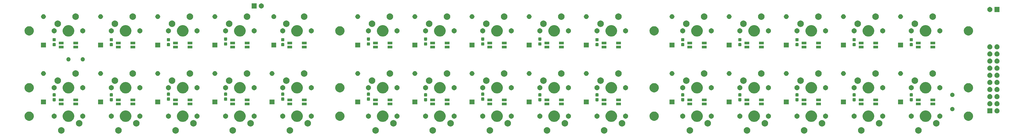
<source format=gbr>
G04 #@! TF.GenerationSoftware,KiCad,Pcbnew,5.1.6+dfsg1-1*
G04 #@! TF.CreationDate,2021-04-10T12:15:03+02:00*
G04 #@! TF.ProjectId,xFaders_keys,78466164-6572-4735-9f6b-6579732e6b69,rev?*
G04 #@! TF.SameCoordinates,Original*
G04 #@! TF.FileFunction,Soldermask,Bot*
G04 #@! TF.FilePolarity,Negative*
%FSLAX46Y46*%
G04 Gerber Fmt 4.6, Leading zero omitted, Abs format (unit mm)*
G04 Created by KiCad (PCBNEW 5.1.6+dfsg1-1) date 2021-04-10 12:15:03*
%MOMM*%
%LPD*%
G01*
G04 APERTURE LIST*
%ADD10C,0.100000*%
G04 APERTURE END LIST*
D10*
G36*
X165324549Y-184291116D02*
G01*
X165435734Y-184313232D01*
X165645203Y-184399997D01*
X165833720Y-184525960D01*
X165994040Y-184686280D01*
X166120003Y-184874797D01*
X166206768Y-185084266D01*
X166251000Y-185306636D01*
X166251000Y-185533364D01*
X166206768Y-185755734D01*
X166120003Y-185965203D01*
X165994040Y-186153720D01*
X165833720Y-186314040D01*
X165645203Y-186440003D01*
X165435734Y-186526768D01*
X165324549Y-186548884D01*
X165213365Y-186571000D01*
X164986635Y-186571000D01*
X164875451Y-186548884D01*
X164764266Y-186526768D01*
X164554797Y-186440003D01*
X164366280Y-186314040D01*
X164205960Y-186153720D01*
X164079997Y-185965203D01*
X163993232Y-185755734D01*
X163949000Y-185533364D01*
X163949000Y-185306636D01*
X163993232Y-185084266D01*
X164079997Y-184874797D01*
X164205960Y-184686280D01*
X164366280Y-184525960D01*
X164554797Y-184399997D01*
X164764266Y-184313232D01*
X164875451Y-184291116D01*
X164986635Y-184269000D01*
X165213365Y-184269000D01*
X165324549Y-184291116D01*
G37*
G36*
X73884549Y-184291116D02*
G01*
X73995734Y-184313232D01*
X74205203Y-184399997D01*
X74393720Y-184525960D01*
X74554040Y-184686280D01*
X74680003Y-184874797D01*
X74766768Y-185084266D01*
X74811000Y-185306636D01*
X74811000Y-185533364D01*
X74766768Y-185755734D01*
X74680003Y-185965203D01*
X74554040Y-186153720D01*
X74393720Y-186314040D01*
X74205203Y-186440003D01*
X73995734Y-186526768D01*
X73884549Y-186548884D01*
X73773365Y-186571000D01*
X73546635Y-186571000D01*
X73435451Y-186548884D01*
X73324266Y-186526768D01*
X73114797Y-186440003D01*
X72926280Y-186314040D01*
X72765960Y-186153720D01*
X72639997Y-185965203D01*
X72553232Y-185755734D01*
X72509000Y-185533364D01*
X72509000Y-185306636D01*
X72553232Y-185084266D01*
X72639997Y-184874797D01*
X72765960Y-184686280D01*
X72926280Y-184525960D01*
X73114797Y-184399997D01*
X73324266Y-184313232D01*
X73435451Y-184291116D01*
X73546635Y-184269000D01*
X73773365Y-184269000D01*
X73884549Y-184291116D01*
G37*
G36*
X246604549Y-184291116D02*
G01*
X246715734Y-184313232D01*
X246925203Y-184399997D01*
X247113720Y-184525960D01*
X247274040Y-184686280D01*
X247400003Y-184874797D01*
X247486768Y-185084266D01*
X247531000Y-185306636D01*
X247531000Y-185533364D01*
X247486768Y-185755734D01*
X247400003Y-185965203D01*
X247274040Y-186153720D01*
X247113720Y-186314040D01*
X246925203Y-186440003D01*
X246715734Y-186526768D01*
X246604549Y-186548884D01*
X246493365Y-186571000D01*
X246266635Y-186571000D01*
X246155451Y-186548884D01*
X246044266Y-186526768D01*
X245834797Y-186440003D01*
X245646280Y-186314040D01*
X245485960Y-186153720D01*
X245359997Y-185965203D01*
X245273232Y-185755734D01*
X245229000Y-185533364D01*
X245229000Y-185306636D01*
X245273232Y-185084266D01*
X245359997Y-184874797D01*
X245485960Y-184686280D01*
X245646280Y-184525960D01*
X245834797Y-184399997D01*
X246044266Y-184313232D01*
X246155451Y-184291116D01*
X246266635Y-184269000D01*
X246493365Y-184269000D01*
X246604549Y-184291116D01*
G37*
G36*
X277084549Y-184291116D02*
G01*
X277195734Y-184313232D01*
X277405203Y-184399997D01*
X277593720Y-184525960D01*
X277754040Y-184686280D01*
X277880003Y-184874797D01*
X277966768Y-185084266D01*
X278011000Y-185306636D01*
X278011000Y-185533364D01*
X277966768Y-185755734D01*
X277880003Y-185965203D01*
X277754040Y-186153720D01*
X277593720Y-186314040D01*
X277405203Y-186440003D01*
X277195734Y-186526768D01*
X277084549Y-186548884D01*
X276973365Y-186571000D01*
X276746635Y-186571000D01*
X276635451Y-186548884D01*
X276524266Y-186526768D01*
X276314797Y-186440003D01*
X276126280Y-186314040D01*
X275965960Y-186153720D01*
X275839997Y-185965203D01*
X275753232Y-185755734D01*
X275709000Y-185533364D01*
X275709000Y-185306636D01*
X275753232Y-185084266D01*
X275839997Y-184874797D01*
X275965960Y-184686280D01*
X276126280Y-184525960D01*
X276314797Y-184399997D01*
X276524266Y-184313232D01*
X276635451Y-184291116D01*
X276746635Y-184269000D01*
X276973365Y-184269000D01*
X277084549Y-184291116D01*
G37*
G36*
X226284549Y-184291116D02*
G01*
X226395734Y-184313232D01*
X226605203Y-184399997D01*
X226793720Y-184525960D01*
X226954040Y-184686280D01*
X227080003Y-184874797D01*
X227166768Y-185084266D01*
X227211000Y-185306636D01*
X227211000Y-185533364D01*
X227166768Y-185755734D01*
X227080003Y-185965203D01*
X226954040Y-186153720D01*
X226793720Y-186314040D01*
X226605203Y-186440003D01*
X226395734Y-186526768D01*
X226284549Y-186548884D01*
X226173365Y-186571000D01*
X225946635Y-186571000D01*
X225835451Y-186548884D01*
X225724266Y-186526768D01*
X225514797Y-186440003D01*
X225326280Y-186314040D01*
X225165960Y-186153720D01*
X225039997Y-185965203D01*
X224953232Y-185755734D01*
X224909000Y-185533364D01*
X224909000Y-185306636D01*
X224953232Y-185084266D01*
X225039997Y-184874797D01*
X225165960Y-184686280D01*
X225326280Y-184525960D01*
X225514797Y-184399997D01*
X225724266Y-184313232D01*
X225835451Y-184291116D01*
X225946635Y-184269000D01*
X226173365Y-184269000D01*
X226284549Y-184291116D01*
G37*
G36*
X205964549Y-184291116D02*
G01*
X206075734Y-184313232D01*
X206285203Y-184399997D01*
X206473720Y-184525960D01*
X206634040Y-184686280D01*
X206760003Y-184874797D01*
X206846768Y-185084266D01*
X206891000Y-185306636D01*
X206891000Y-185533364D01*
X206846768Y-185755734D01*
X206760003Y-185965203D01*
X206634040Y-186153720D01*
X206473720Y-186314040D01*
X206285203Y-186440003D01*
X206075734Y-186526768D01*
X205964549Y-186548884D01*
X205853365Y-186571000D01*
X205626635Y-186571000D01*
X205515451Y-186548884D01*
X205404266Y-186526768D01*
X205194797Y-186440003D01*
X205006280Y-186314040D01*
X204845960Y-186153720D01*
X204719997Y-185965203D01*
X204633232Y-185755734D01*
X204589000Y-185533364D01*
X204589000Y-185306636D01*
X204633232Y-185084266D01*
X204719997Y-184874797D01*
X204845960Y-184686280D01*
X205006280Y-184525960D01*
X205194797Y-184399997D01*
X205404266Y-184313232D01*
X205515451Y-184291116D01*
X205626635Y-184269000D01*
X205853365Y-184269000D01*
X205964549Y-184291116D01*
G37*
G36*
X297404549Y-184291116D02*
G01*
X297515734Y-184313232D01*
X297725203Y-184399997D01*
X297913720Y-184525960D01*
X298074040Y-184686280D01*
X298200003Y-184874797D01*
X298286768Y-185084266D01*
X298331000Y-185306636D01*
X298331000Y-185533364D01*
X298286768Y-185755734D01*
X298200003Y-185965203D01*
X298074040Y-186153720D01*
X297913720Y-186314040D01*
X297725203Y-186440003D01*
X297515734Y-186526768D01*
X297404549Y-186548884D01*
X297293365Y-186571000D01*
X297066635Y-186571000D01*
X296955451Y-186548884D01*
X296844266Y-186526768D01*
X296634797Y-186440003D01*
X296446280Y-186314040D01*
X296285960Y-186153720D01*
X296159997Y-185965203D01*
X296073232Y-185755734D01*
X296029000Y-185533364D01*
X296029000Y-185306636D01*
X296073232Y-185084266D01*
X296159997Y-184874797D01*
X296285960Y-184686280D01*
X296446280Y-184525960D01*
X296634797Y-184399997D01*
X296844266Y-184313232D01*
X296955451Y-184291116D01*
X297066635Y-184269000D01*
X297293365Y-184269000D01*
X297404549Y-184291116D01*
G37*
G36*
X134844549Y-184291116D02*
G01*
X134955734Y-184313232D01*
X135165203Y-184399997D01*
X135353720Y-184525960D01*
X135514040Y-184686280D01*
X135640003Y-184874797D01*
X135726768Y-185084266D01*
X135771000Y-185306636D01*
X135771000Y-185533364D01*
X135726768Y-185755734D01*
X135640003Y-185965203D01*
X135514040Y-186153720D01*
X135353720Y-186314040D01*
X135165203Y-186440003D01*
X134955734Y-186526768D01*
X134844549Y-186548884D01*
X134733365Y-186571000D01*
X134506635Y-186571000D01*
X134395451Y-186548884D01*
X134284266Y-186526768D01*
X134074797Y-186440003D01*
X133886280Y-186314040D01*
X133725960Y-186153720D01*
X133599997Y-185965203D01*
X133513232Y-185755734D01*
X133469000Y-185533364D01*
X133469000Y-185306636D01*
X133513232Y-185084266D01*
X133599997Y-184874797D01*
X133725960Y-184686280D01*
X133886280Y-184525960D01*
X134074797Y-184399997D01*
X134284266Y-184313232D01*
X134395451Y-184291116D01*
X134506635Y-184269000D01*
X134733365Y-184269000D01*
X134844549Y-184291116D01*
G37*
G36*
X317724549Y-184291116D02*
G01*
X317835734Y-184313232D01*
X318045203Y-184399997D01*
X318233720Y-184525960D01*
X318394040Y-184686280D01*
X318520003Y-184874797D01*
X318606768Y-185084266D01*
X318651000Y-185306636D01*
X318651000Y-185533364D01*
X318606768Y-185755734D01*
X318520003Y-185965203D01*
X318394040Y-186153720D01*
X318233720Y-186314040D01*
X318045203Y-186440003D01*
X317835734Y-186526768D01*
X317724549Y-186548884D01*
X317613365Y-186571000D01*
X317386635Y-186571000D01*
X317275451Y-186548884D01*
X317164266Y-186526768D01*
X316954797Y-186440003D01*
X316766280Y-186314040D01*
X316605960Y-186153720D01*
X316479997Y-185965203D01*
X316393232Y-185755734D01*
X316349000Y-185533364D01*
X316349000Y-185306636D01*
X316393232Y-185084266D01*
X316479997Y-184874797D01*
X316605960Y-184686280D01*
X316766280Y-184525960D01*
X316954797Y-184399997D01*
X317164266Y-184313232D01*
X317275451Y-184291116D01*
X317386635Y-184269000D01*
X317613365Y-184269000D01*
X317724549Y-184291116D01*
G37*
G36*
X53564549Y-184291116D02*
G01*
X53675734Y-184313232D01*
X53885203Y-184399997D01*
X54073720Y-184525960D01*
X54234040Y-184686280D01*
X54360003Y-184874797D01*
X54446768Y-185084266D01*
X54491000Y-185306636D01*
X54491000Y-185533364D01*
X54446768Y-185755734D01*
X54360003Y-185965203D01*
X54234040Y-186153720D01*
X54073720Y-186314040D01*
X53885203Y-186440003D01*
X53675734Y-186526768D01*
X53564549Y-186548884D01*
X53453365Y-186571000D01*
X53226635Y-186571000D01*
X53115451Y-186548884D01*
X53004266Y-186526768D01*
X52794797Y-186440003D01*
X52606280Y-186314040D01*
X52445960Y-186153720D01*
X52319997Y-185965203D01*
X52233232Y-185755734D01*
X52189000Y-185533364D01*
X52189000Y-185306636D01*
X52233232Y-185084266D01*
X52319997Y-184874797D01*
X52445960Y-184686280D01*
X52606280Y-184525960D01*
X52794797Y-184399997D01*
X53004266Y-184313232D01*
X53115451Y-184291116D01*
X53226635Y-184269000D01*
X53453365Y-184269000D01*
X53564549Y-184291116D01*
G37*
G36*
X338044549Y-184291116D02*
G01*
X338155734Y-184313232D01*
X338365203Y-184399997D01*
X338553720Y-184525960D01*
X338714040Y-184686280D01*
X338840003Y-184874797D01*
X338926768Y-185084266D01*
X338971000Y-185306636D01*
X338971000Y-185533364D01*
X338926768Y-185755734D01*
X338840003Y-185965203D01*
X338714040Y-186153720D01*
X338553720Y-186314040D01*
X338365203Y-186440003D01*
X338155734Y-186526768D01*
X338044549Y-186548884D01*
X337933365Y-186571000D01*
X337706635Y-186571000D01*
X337595451Y-186548884D01*
X337484266Y-186526768D01*
X337274797Y-186440003D01*
X337086280Y-186314040D01*
X336925960Y-186153720D01*
X336799997Y-185965203D01*
X336713232Y-185755734D01*
X336669000Y-185533364D01*
X336669000Y-185306636D01*
X336713232Y-185084266D01*
X336799997Y-184874797D01*
X336925960Y-184686280D01*
X337086280Y-184525960D01*
X337274797Y-184399997D01*
X337484266Y-184313232D01*
X337595451Y-184291116D01*
X337706635Y-184269000D01*
X337933365Y-184269000D01*
X338044549Y-184291116D01*
G37*
G36*
X358364549Y-184291116D02*
G01*
X358475734Y-184313232D01*
X358685203Y-184399997D01*
X358873720Y-184525960D01*
X359034040Y-184686280D01*
X359160003Y-184874797D01*
X359246768Y-185084266D01*
X359291000Y-185306636D01*
X359291000Y-185533364D01*
X359246768Y-185755734D01*
X359160003Y-185965203D01*
X359034040Y-186153720D01*
X358873720Y-186314040D01*
X358685203Y-186440003D01*
X358475734Y-186526768D01*
X358364549Y-186548884D01*
X358253365Y-186571000D01*
X358026635Y-186571000D01*
X357915451Y-186548884D01*
X357804266Y-186526768D01*
X357594797Y-186440003D01*
X357406280Y-186314040D01*
X357245960Y-186153720D01*
X357119997Y-185965203D01*
X357033232Y-185755734D01*
X356989000Y-185533364D01*
X356989000Y-185306636D01*
X357033232Y-185084266D01*
X357119997Y-184874797D01*
X357245960Y-184686280D01*
X357406280Y-184525960D01*
X357594797Y-184399997D01*
X357804266Y-184313232D01*
X357915451Y-184291116D01*
X358026635Y-184269000D01*
X358253365Y-184269000D01*
X358364549Y-184291116D01*
G37*
G36*
X185644549Y-184291116D02*
G01*
X185755734Y-184313232D01*
X185965203Y-184399997D01*
X186153720Y-184525960D01*
X186314040Y-184686280D01*
X186440003Y-184874797D01*
X186526768Y-185084266D01*
X186571000Y-185306636D01*
X186571000Y-185533364D01*
X186526768Y-185755734D01*
X186440003Y-185965203D01*
X186314040Y-186153720D01*
X186153720Y-186314040D01*
X185965203Y-186440003D01*
X185755734Y-186526768D01*
X185644549Y-186548884D01*
X185533365Y-186571000D01*
X185306635Y-186571000D01*
X185195451Y-186548884D01*
X185084266Y-186526768D01*
X184874797Y-186440003D01*
X184686280Y-186314040D01*
X184525960Y-186153720D01*
X184399997Y-185965203D01*
X184313232Y-185755734D01*
X184269000Y-185533364D01*
X184269000Y-185306636D01*
X184313232Y-185084266D01*
X184399997Y-184874797D01*
X184525960Y-184686280D01*
X184686280Y-184525960D01*
X184874797Y-184399997D01*
X185084266Y-184313232D01*
X185195451Y-184291116D01*
X185306635Y-184269000D01*
X185533365Y-184269000D01*
X185644549Y-184291116D01*
G37*
G36*
X114524549Y-184291116D02*
G01*
X114635734Y-184313232D01*
X114845203Y-184399997D01*
X115033720Y-184525960D01*
X115194040Y-184686280D01*
X115320003Y-184874797D01*
X115406768Y-185084266D01*
X115451000Y-185306636D01*
X115451000Y-185533364D01*
X115406768Y-185755734D01*
X115320003Y-185965203D01*
X115194040Y-186153720D01*
X115033720Y-186314040D01*
X114845203Y-186440003D01*
X114635734Y-186526768D01*
X114524549Y-186548884D01*
X114413365Y-186571000D01*
X114186635Y-186571000D01*
X114075451Y-186548884D01*
X113964266Y-186526768D01*
X113754797Y-186440003D01*
X113566280Y-186314040D01*
X113405960Y-186153720D01*
X113279997Y-185965203D01*
X113193232Y-185755734D01*
X113149000Y-185533364D01*
X113149000Y-185306636D01*
X113193232Y-185084266D01*
X113279997Y-184874797D01*
X113405960Y-184686280D01*
X113566280Y-184525960D01*
X113754797Y-184399997D01*
X113964266Y-184313232D01*
X114075451Y-184291116D01*
X114186635Y-184269000D01*
X114413365Y-184269000D01*
X114524549Y-184291116D01*
G37*
G36*
X94204549Y-184291116D02*
G01*
X94315734Y-184313232D01*
X94525203Y-184399997D01*
X94713720Y-184525960D01*
X94874040Y-184686280D01*
X95000003Y-184874797D01*
X95086768Y-185084266D01*
X95131000Y-185306636D01*
X95131000Y-185533364D01*
X95086768Y-185755734D01*
X95000003Y-185965203D01*
X94874040Y-186153720D01*
X94713720Y-186314040D01*
X94525203Y-186440003D01*
X94315734Y-186526768D01*
X94204549Y-186548884D01*
X94093365Y-186571000D01*
X93866635Y-186571000D01*
X93755451Y-186548884D01*
X93644266Y-186526768D01*
X93434797Y-186440003D01*
X93246280Y-186314040D01*
X93085960Y-186153720D01*
X92959997Y-185965203D01*
X92873232Y-185755734D01*
X92829000Y-185533364D01*
X92829000Y-185306636D01*
X92873232Y-185084266D01*
X92959997Y-184874797D01*
X93085960Y-184686280D01*
X93246280Y-184525960D01*
X93434797Y-184399997D01*
X93644266Y-184313232D01*
X93755451Y-184291116D01*
X93866635Y-184269000D01*
X94093365Y-184269000D01*
X94204549Y-184291116D01*
G37*
G36*
X191994549Y-181751116D02*
G01*
X192105734Y-181773232D01*
X192315203Y-181859997D01*
X192503720Y-181985960D01*
X192664040Y-182146280D01*
X192790003Y-182334797D01*
X192876768Y-182544266D01*
X192921000Y-182766636D01*
X192921000Y-182993364D01*
X192876768Y-183215734D01*
X192790003Y-183425203D01*
X192664040Y-183613720D01*
X192503720Y-183774040D01*
X192315203Y-183900003D01*
X192105734Y-183986768D01*
X191994549Y-184008884D01*
X191883365Y-184031000D01*
X191656635Y-184031000D01*
X191545451Y-184008884D01*
X191434266Y-183986768D01*
X191224797Y-183900003D01*
X191036280Y-183774040D01*
X190875960Y-183613720D01*
X190749997Y-183425203D01*
X190663232Y-183215734D01*
X190619000Y-182993364D01*
X190619000Y-182766636D01*
X190663232Y-182544266D01*
X190749997Y-182334797D01*
X190875960Y-182146280D01*
X191036280Y-181985960D01*
X191224797Y-181859997D01*
X191434266Y-181773232D01*
X191545451Y-181751116D01*
X191656635Y-181729000D01*
X191883365Y-181729000D01*
X191994549Y-181751116D01*
G37*
G36*
X252954549Y-181751116D02*
G01*
X253065734Y-181773232D01*
X253275203Y-181859997D01*
X253463720Y-181985960D01*
X253624040Y-182146280D01*
X253750003Y-182334797D01*
X253836768Y-182544266D01*
X253881000Y-182766636D01*
X253881000Y-182993364D01*
X253836768Y-183215734D01*
X253750003Y-183425203D01*
X253624040Y-183613720D01*
X253463720Y-183774040D01*
X253275203Y-183900003D01*
X253065734Y-183986768D01*
X252954549Y-184008884D01*
X252843365Y-184031000D01*
X252616635Y-184031000D01*
X252505451Y-184008884D01*
X252394266Y-183986768D01*
X252184797Y-183900003D01*
X251996280Y-183774040D01*
X251835960Y-183613720D01*
X251709997Y-183425203D01*
X251623232Y-183215734D01*
X251579000Y-182993364D01*
X251579000Y-182766636D01*
X251623232Y-182544266D01*
X251709997Y-182334797D01*
X251835960Y-182146280D01*
X251996280Y-181985960D01*
X252184797Y-181859997D01*
X252394266Y-181773232D01*
X252505451Y-181751116D01*
X252616635Y-181729000D01*
X252843365Y-181729000D01*
X252954549Y-181751116D01*
G37*
G36*
X59914549Y-181751116D02*
G01*
X60025734Y-181773232D01*
X60235203Y-181859997D01*
X60423720Y-181985960D01*
X60584040Y-182146280D01*
X60710003Y-182334797D01*
X60796768Y-182544266D01*
X60841000Y-182766636D01*
X60841000Y-182993364D01*
X60796768Y-183215734D01*
X60710003Y-183425203D01*
X60584040Y-183613720D01*
X60423720Y-183774040D01*
X60235203Y-183900003D01*
X60025734Y-183986768D01*
X59914549Y-184008884D01*
X59803365Y-184031000D01*
X59576635Y-184031000D01*
X59465451Y-184008884D01*
X59354266Y-183986768D01*
X59144797Y-183900003D01*
X58956280Y-183774040D01*
X58795960Y-183613720D01*
X58669997Y-183425203D01*
X58583232Y-183215734D01*
X58539000Y-182993364D01*
X58539000Y-182766636D01*
X58583232Y-182544266D01*
X58669997Y-182334797D01*
X58795960Y-182146280D01*
X58956280Y-181985960D01*
X59144797Y-181859997D01*
X59354266Y-181773232D01*
X59465451Y-181751116D01*
X59576635Y-181729000D01*
X59803365Y-181729000D01*
X59914549Y-181751116D01*
G37*
G36*
X324074549Y-181751116D02*
G01*
X324185734Y-181773232D01*
X324395203Y-181859997D01*
X324583720Y-181985960D01*
X324744040Y-182146280D01*
X324870003Y-182334797D01*
X324956768Y-182544266D01*
X325001000Y-182766636D01*
X325001000Y-182993364D01*
X324956768Y-183215734D01*
X324870003Y-183425203D01*
X324744040Y-183613720D01*
X324583720Y-183774040D01*
X324395203Y-183900003D01*
X324185734Y-183986768D01*
X324074549Y-184008884D01*
X323963365Y-184031000D01*
X323736635Y-184031000D01*
X323625451Y-184008884D01*
X323514266Y-183986768D01*
X323304797Y-183900003D01*
X323116280Y-183774040D01*
X322955960Y-183613720D01*
X322829997Y-183425203D01*
X322743232Y-183215734D01*
X322699000Y-182993364D01*
X322699000Y-182766636D01*
X322743232Y-182544266D01*
X322829997Y-182334797D01*
X322955960Y-182146280D01*
X323116280Y-181985960D01*
X323304797Y-181859997D01*
X323514266Y-181773232D01*
X323625451Y-181751116D01*
X323736635Y-181729000D01*
X323963365Y-181729000D01*
X324074549Y-181751116D01*
G37*
G36*
X100554549Y-181751116D02*
G01*
X100665734Y-181773232D01*
X100875203Y-181859997D01*
X101063720Y-181985960D01*
X101224040Y-182146280D01*
X101350003Y-182334797D01*
X101436768Y-182544266D01*
X101481000Y-182766636D01*
X101481000Y-182993364D01*
X101436768Y-183215734D01*
X101350003Y-183425203D01*
X101224040Y-183613720D01*
X101063720Y-183774040D01*
X100875203Y-183900003D01*
X100665734Y-183986768D01*
X100554549Y-184008884D01*
X100443365Y-184031000D01*
X100216635Y-184031000D01*
X100105451Y-184008884D01*
X99994266Y-183986768D01*
X99784797Y-183900003D01*
X99596280Y-183774040D01*
X99435960Y-183613720D01*
X99309997Y-183425203D01*
X99223232Y-183215734D01*
X99179000Y-182993364D01*
X99179000Y-182766636D01*
X99223232Y-182544266D01*
X99309997Y-182334797D01*
X99435960Y-182146280D01*
X99596280Y-181985960D01*
X99784797Y-181859997D01*
X99994266Y-181773232D01*
X100105451Y-181751116D01*
X100216635Y-181729000D01*
X100443365Y-181729000D01*
X100554549Y-181751116D01*
G37*
G36*
X212314549Y-181751116D02*
G01*
X212425734Y-181773232D01*
X212635203Y-181859997D01*
X212823720Y-181985960D01*
X212984040Y-182146280D01*
X213110003Y-182334797D01*
X213196768Y-182544266D01*
X213241000Y-182766636D01*
X213241000Y-182993364D01*
X213196768Y-183215734D01*
X213110003Y-183425203D01*
X212984040Y-183613720D01*
X212823720Y-183774040D01*
X212635203Y-183900003D01*
X212425734Y-183986768D01*
X212314549Y-184008884D01*
X212203365Y-184031000D01*
X211976635Y-184031000D01*
X211865451Y-184008884D01*
X211754266Y-183986768D01*
X211544797Y-183900003D01*
X211356280Y-183774040D01*
X211195960Y-183613720D01*
X211069997Y-183425203D01*
X210983232Y-183215734D01*
X210939000Y-182993364D01*
X210939000Y-182766636D01*
X210983232Y-182544266D01*
X211069997Y-182334797D01*
X211195960Y-182146280D01*
X211356280Y-181985960D01*
X211544797Y-181859997D01*
X211754266Y-181773232D01*
X211865451Y-181751116D01*
X211976635Y-181729000D01*
X212203365Y-181729000D01*
X212314549Y-181751116D01*
G37*
G36*
X80234549Y-181751116D02*
G01*
X80345734Y-181773232D01*
X80555203Y-181859997D01*
X80743720Y-181985960D01*
X80904040Y-182146280D01*
X81030003Y-182334797D01*
X81116768Y-182544266D01*
X81161000Y-182766636D01*
X81161000Y-182993364D01*
X81116768Y-183215734D01*
X81030003Y-183425203D01*
X80904040Y-183613720D01*
X80743720Y-183774040D01*
X80555203Y-183900003D01*
X80345734Y-183986768D01*
X80234549Y-184008884D01*
X80123365Y-184031000D01*
X79896635Y-184031000D01*
X79785451Y-184008884D01*
X79674266Y-183986768D01*
X79464797Y-183900003D01*
X79276280Y-183774040D01*
X79115960Y-183613720D01*
X78989997Y-183425203D01*
X78903232Y-183215734D01*
X78859000Y-182993364D01*
X78859000Y-182766636D01*
X78903232Y-182544266D01*
X78989997Y-182334797D01*
X79115960Y-182146280D01*
X79276280Y-181985960D01*
X79464797Y-181859997D01*
X79674266Y-181773232D01*
X79785451Y-181751116D01*
X79896635Y-181729000D01*
X80123365Y-181729000D01*
X80234549Y-181751116D01*
G37*
G36*
X364714549Y-181751116D02*
G01*
X364825734Y-181773232D01*
X365035203Y-181859997D01*
X365223720Y-181985960D01*
X365384040Y-182146280D01*
X365510003Y-182334797D01*
X365596768Y-182544266D01*
X365641000Y-182766636D01*
X365641000Y-182993364D01*
X365596768Y-183215734D01*
X365510003Y-183425203D01*
X365384040Y-183613720D01*
X365223720Y-183774040D01*
X365035203Y-183900003D01*
X364825734Y-183986768D01*
X364714549Y-184008884D01*
X364603365Y-184031000D01*
X364376635Y-184031000D01*
X364265451Y-184008884D01*
X364154266Y-183986768D01*
X363944797Y-183900003D01*
X363756280Y-183774040D01*
X363595960Y-183613720D01*
X363469997Y-183425203D01*
X363383232Y-183215734D01*
X363339000Y-182993364D01*
X363339000Y-182766636D01*
X363383232Y-182544266D01*
X363469997Y-182334797D01*
X363595960Y-182146280D01*
X363756280Y-181985960D01*
X363944797Y-181859997D01*
X364154266Y-181773232D01*
X364265451Y-181751116D01*
X364376635Y-181729000D01*
X364603365Y-181729000D01*
X364714549Y-181751116D01*
G37*
G36*
X120874549Y-181751116D02*
G01*
X120985734Y-181773232D01*
X121195203Y-181859997D01*
X121383720Y-181985960D01*
X121544040Y-182146280D01*
X121670003Y-182334797D01*
X121756768Y-182544266D01*
X121801000Y-182766636D01*
X121801000Y-182993364D01*
X121756768Y-183215734D01*
X121670003Y-183425203D01*
X121544040Y-183613720D01*
X121383720Y-183774040D01*
X121195203Y-183900003D01*
X120985734Y-183986768D01*
X120874549Y-184008884D01*
X120763365Y-184031000D01*
X120536635Y-184031000D01*
X120425451Y-184008884D01*
X120314266Y-183986768D01*
X120104797Y-183900003D01*
X119916280Y-183774040D01*
X119755960Y-183613720D01*
X119629997Y-183425203D01*
X119543232Y-183215734D01*
X119499000Y-182993364D01*
X119499000Y-182766636D01*
X119543232Y-182544266D01*
X119629997Y-182334797D01*
X119755960Y-182146280D01*
X119916280Y-181985960D01*
X120104797Y-181859997D01*
X120314266Y-181773232D01*
X120425451Y-181751116D01*
X120536635Y-181729000D01*
X120763365Y-181729000D01*
X120874549Y-181751116D01*
G37*
G36*
X303754549Y-181751116D02*
G01*
X303865734Y-181773232D01*
X304075203Y-181859997D01*
X304263720Y-181985960D01*
X304424040Y-182146280D01*
X304550003Y-182334797D01*
X304636768Y-182544266D01*
X304681000Y-182766636D01*
X304681000Y-182993364D01*
X304636768Y-183215734D01*
X304550003Y-183425203D01*
X304424040Y-183613720D01*
X304263720Y-183774040D01*
X304075203Y-183900003D01*
X303865734Y-183986768D01*
X303754549Y-184008884D01*
X303643365Y-184031000D01*
X303416635Y-184031000D01*
X303305451Y-184008884D01*
X303194266Y-183986768D01*
X302984797Y-183900003D01*
X302796280Y-183774040D01*
X302635960Y-183613720D01*
X302509997Y-183425203D01*
X302423232Y-183215734D01*
X302379000Y-182993364D01*
X302379000Y-182766636D01*
X302423232Y-182544266D01*
X302509997Y-182334797D01*
X302635960Y-182146280D01*
X302796280Y-181985960D01*
X302984797Y-181859997D01*
X303194266Y-181773232D01*
X303305451Y-181751116D01*
X303416635Y-181729000D01*
X303643365Y-181729000D01*
X303754549Y-181751116D01*
G37*
G36*
X232634549Y-181751116D02*
G01*
X232745734Y-181773232D01*
X232955203Y-181859997D01*
X233143720Y-181985960D01*
X233304040Y-182146280D01*
X233430003Y-182334797D01*
X233516768Y-182544266D01*
X233561000Y-182766636D01*
X233561000Y-182993364D01*
X233516768Y-183215734D01*
X233430003Y-183425203D01*
X233304040Y-183613720D01*
X233143720Y-183774040D01*
X232955203Y-183900003D01*
X232745734Y-183986768D01*
X232634549Y-184008884D01*
X232523365Y-184031000D01*
X232296635Y-184031000D01*
X232185451Y-184008884D01*
X232074266Y-183986768D01*
X231864797Y-183900003D01*
X231676280Y-183774040D01*
X231515960Y-183613720D01*
X231389997Y-183425203D01*
X231303232Y-183215734D01*
X231259000Y-182993364D01*
X231259000Y-182766636D01*
X231303232Y-182544266D01*
X231389997Y-182334797D01*
X231515960Y-182146280D01*
X231676280Y-181985960D01*
X231864797Y-181859997D01*
X232074266Y-181773232D01*
X232185451Y-181751116D01*
X232296635Y-181729000D01*
X232523365Y-181729000D01*
X232634549Y-181751116D01*
G37*
G36*
X344394549Y-181751116D02*
G01*
X344505734Y-181773232D01*
X344715203Y-181859997D01*
X344903720Y-181985960D01*
X345064040Y-182146280D01*
X345190003Y-182334797D01*
X345276768Y-182544266D01*
X345321000Y-182766636D01*
X345321000Y-182993364D01*
X345276768Y-183215734D01*
X345190003Y-183425203D01*
X345064040Y-183613720D01*
X344903720Y-183774040D01*
X344715203Y-183900003D01*
X344505734Y-183986768D01*
X344394549Y-184008884D01*
X344283365Y-184031000D01*
X344056635Y-184031000D01*
X343945451Y-184008884D01*
X343834266Y-183986768D01*
X343624797Y-183900003D01*
X343436280Y-183774040D01*
X343275960Y-183613720D01*
X343149997Y-183425203D01*
X343063232Y-183215734D01*
X343019000Y-182993364D01*
X343019000Y-182766636D01*
X343063232Y-182544266D01*
X343149997Y-182334797D01*
X343275960Y-182146280D01*
X343436280Y-181985960D01*
X343624797Y-181859997D01*
X343834266Y-181773232D01*
X343945451Y-181751116D01*
X344056635Y-181729000D01*
X344283365Y-181729000D01*
X344394549Y-181751116D01*
G37*
G36*
X171674549Y-181751116D02*
G01*
X171785734Y-181773232D01*
X171995203Y-181859997D01*
X172183720Y-181985960D01*
X172344040Y-182146280D01*
X172470003Y-182334797D01*
X172556768Y-182544266D01*
X172601000Y-182766636D01*
X172601000Y-182993364D01*
X172556768Y-183215734D01*
X172470003Y-183425203D01*
X172344040Y-183613720D01*
X172183720Y-183774040D01*
X171995203Y-183900003D01*
X171785734Y-183986768D01*
X171674549Y-184008884D01*
X171563365Y-184031000D01*
X171336635Y-184031000D01*
X171225451Y-184008884D01*
X171114266Y-183986768D01*
X170904797Y-183900003D01*
X170716280Y-183774040D01*
X170555960Y-183613720D01*
X170429997Y-183425203D01*
X170343232Y-183215734D01*
X170299000Y-182993364D01*
X170299000Y-182766636D01*
X170343232Y-182544266D01*
X170429997Y-182334797D01*
X170555960Y-182146280D01*
X170716280Y-181985960D01*
X170904797Y-181859997D01*
X171114266Y-181773232D01*
X171225451Y-181751116D01*
X171336635Y-181729000D01*
X171563365Y-181729000D01*
X171674549Y-181751116D01*
G37*
G36*
X283434549Y-181751116D02*
G01*
X283545734Y-181773232D01*
X283755203Y-181859997D01*
X283943720Y-181985960D01*
X284104040Y-182146280D01*
X284230003Y-182334797D01*
X284316768Y-182544266D01*
X284361000Y-182766636D01*
X284361000Y-182993364D01*
X284316768Y-183215734D01*
X284230003Y-183425203D01*
X284104040Y-183613720D01*
X283943720Y-183774040D01*
X283755203Y-183900003D01*
X283545734Y-183986768D01*
X283434549Y-184008884D01*
X283323365Y-184031000D01*
X283096635Y-184031000D01*
X282985451Y-184008884D01*
X282874266Y-183986768D01*
X282664797Y-183900003D01*
X282476280Y-183774040D01*
X282315960Y-183613720D01*
X282189997Y-183425203D01*
X282103232Y-183215734D01*
X282059000Y-182993364D01*
X282059000Y-182766636D01*
X282103232Y-182544266D01*
X282189997Y-182334797D01*
X282315960Y-182146280D01*
X282476280Y-181985960D01*
X282664797Y-181859997D01*
X282874266Y-181773232D01*
X282985451Y-181751116D01*
X283096635Y-181729000D01*
X283323365Y-181729000D01*
X283434549Y-181751116D01*
G37*
G36*
X141194549Y-181751116D02*
G01*
X141305734Y-181773232D01*
X141515203Y-181859997D01*
X141703720Y-181985960D01*
X141864040Y-182146280D01*
X141990003Y-182334797D01*
X142076768Y-182544266D01*
X142121000Y-182766636D01*
X142121000Y-182993364D01*
X142076768Y-183215734D01*
X141990003Y-183425203D01*
X141864040Y-183613720D01*
X141703720Y-183774040D01*
X141515203Y-183900003D01*
X141305734Y-183986768D01*
X141194549Y-184008884D01*
X141083365Y-184031000D01*
X140856635Y-184031000D01*
X140745451Y-184008884D01*
X140634266Y-183986768D01*
X140424797Y-183900003D01*
X140236280Y-183774040D01*
X140075960Y-183613720D01*
X139949997Y-183425203D01*
X139863232Y-183215734D01*
X139819000Y-182993364D01*
X139819000Y-182766636D01*
X139863232Y-182544266D01*
X139949997Y-182334797D01*
X140075960Y-182146280D01*
X140236280Y-181985960D01*
X140424797Y-181859997D01*
X140634266Y-181773232D01*
X140745451Y-181751116D01*
X140856635Y-181729000D01*
X141083365Y-181729000D01*
X141194549Y-181751116D01*
G37*
G36*
X340958254Y-178367818D02*
G01*
X341331511Y-178522426D01*
X341331513Y-178522427D01*
X341333481Y-178523742D01*
X341667436Y-178746884D01*
X341953116Y-179032564D01*
X342177574Y-179368489D01*
X342332182Y-179741746D01*
X342411000Y-180137993D01*
X342411000Y-180542007D01*
X342332182Y-180938254D01*
X342177574Y-181311511D01*
X342177573Y-181311513D01*
X341953116Y-181647436D01*
X341667436Y-181933116D01*
X341331513Y-182157573D01*
X341331512Y-182157574D01*
X341331511Y-182157574D01*
X340958254Y-182312182D01*
X340562007Y-182391000D01*
X340157993Y-182391000D01*
X339761746Y-182312182D01*
X339388489Y-182157574D01*
X339388488Y-182157574D01*
X339388487Y-182157573D01*
X339052564Y-181933116D01*
X338766884Y-181647436D01*
X338542427Y-181311513D01*
X338542426Y-181311511D01*
X338387818Y-180938254D01*
X338309000Y-180542007D01*
X338309000Y-180137993D01*
X338387818Y-179741746D01*
X338542426Y-179368489D01*
X338766884Y-179032564D01*
X339052564Y-178746884D01*
X339386519Y-178523742D01*
X339388487Y-178522427D01*
X339388489Y-178522426D01*
X339761746Y-178367818D01*
X340157993Y-178289000D01*
X340562007Y-178289000D01*
X340958254Y-178367818D01*
G37*
G36*
X117438254Y-178367818D02*
G01*
X117811511Y-178522426D01*
X117811513Y-178522427D01*
X117813481Y-178523742D01*
X118147436Y-178746884D01*
X118433116Y-179032564D01*
X118657574Y-179368489D01*
X118812182Y-179741746D01*
X118891000Y-180137993D01*
X118891000Y-180542007D01*
X118812182Y-180938254D01*
X118657574Y-181311511D01*
X118657573Y-181311513D01*
X118433116Y-181647436D01*
X118147436Y-181933116D01*
X117811513Y-182157573D01*
X117811512Y-182157574D01*
X117811511Y-182157574D01*
X117438254Y-182312182D01*
X117042007Y-182391000D01*
X116637993Y-182391000D01*
X116241746Y-182312182D01*
X115868489Y-182157574D01*
X115868488Y-182157574D01*
X115868487Y-182157573D01*
X115532564Y-181933116D01*
X115246884Y-181647436D01*
X115022427Y-181311513D01*
X115022426Y-181311511D01*
X114867818Y-180938254D01*
X114789000Y-180542007D01*
X114789000Y-180137993D01*
X114867818Y-179741746D01*
X115022426Y-179368489D01*
X115246884Y-179032564D01*
X115532564Y-178746884D01*
X115866519Y-178523742D01*
X115868487Y-178522427D01*
X115868489Y-178522426D01*
X116241746Y-178367818D01*
X116637993Y-178289000D01*
X117042007Y-178289000D01*
X117438254Y-178367818D01*
G37*
G36*
X137758254Y-178367818D02*
G01*
X138131511Y-178522426D01*
X138131513Y-178522427D01*
X138133481Y-178523742D01*
X138467436Y-178746884D01*
X138753116Y-179032564D01*
X138977574Y-179368489D01*
X139132182Y-179741746D01*
X139211000Y-180137993D01*
X139211000Y-180542007D01*
X139132182Y-180938254D01*
X138977574Y-181311511D01*
X138977573Y-181311513D01*
X138753116Y-181647436D01*
X138467436Y-181933116D01*
X138131513Y-182157573D01*
X138131512Y-182157574D01*
X138131511Y-182157574D01*
X137758254Y-182312182D01*
X137362007Y-182391000D01*
X136957993Y-182391000D01*
X136561746Y-182312182D01*
X136188489Y-182157574D01*
X136188488Y-182157574D01*
X136188487Y-182157573D01*
X135852564Y-181933116D01*
X135566884Y-181647436D01*
X135342427Y-181311513D01*
X135342426Y-181311511D01*
X135187818Y-180938254D01*
X135109000Y-180542007D01*
X135109000Y-180137993D01*
X135187818Y-179741746D01*
X135342426Y-179368489D01*
X135566884Y-179032564D01*
X135852564Y-178746884D01*
X136186519Y-178523742D01*
X136188487Y-178522427D01*
X136188489Y-178522426D01*
X136561746Y-178367818D01*
X136957993Y-178289000D01*
X137362007Y-178289000D01*
X137758254Y-178367818D01*
G37*
G36*
X168238254Y-178367818D02*
G01*
X168611511Y-178522426D01*
X168611513Y-178522427D01*
X168613481Y-178523742D01*
X168947436Y-178746884D01*
X169233116Y-179032564D01*
X169457574Y-179368489D01*
X169612182Y-179741746D01*
X169691000Y-180137993D01*
X169691000Y-180542007D01*
X169612182Y-180938254D01*
X169457574Y-181311511D01*
X169457573Y-181311513D01*
X169233116Y-181647436D01*
X168947436Y-181933116D01*
X168611513Y-182157573D01*
X168611512Y-182157574D01*
X168611511Y-182157574D01*
X168238254Y-182312182D01*
X167842007Y-182391000D01*
X167437993Y-182391000D01*
X167041746Y-182312182D01*
X166668489Y-182157574D01*
X166668488Y-182157574D01*
X166668487Y-182157573D01*
X166332564Y-181933116D01*
X166046884Y-181647436D01*
X165822427Y-181311513D01*
X165822426Y-181311511D01*
X165667818Y-180938254D01*
X165589000Y-180542007D01*
X165589000Y-180137993D01*
X165667818Y-179741746D01*
X165822426Y-179368489D01*
X166046884Y-179032564D01*
X166332564Y-178746884D01*
X166666519Y-178523742D01*
X166668487Y-178522427D01*
X166668489Y-178522426D01*
X167041746Y-178367818D01*
X167437993Y-178289000D01*
X167842007Y-178289000D01*
X168238254Y-178367818D01*
G37*
G36*
X208878254Y-178367818D02*
G01*
X209251511Y-178522426D01*
X209251513Y-178522427D01*
X209253481Y-178523742D01*
X209587436Y-178746884D01*
X209873116Y-179032564D01*
X210097574Y-179368489D01*
X210252182Y-179741746D01*
X210331000Y-180137993D01*
X210331000Y-180542007D01*
X210252182Y-180938254D01*
X210097574Y-181311511D01*
X210097573Y-181311513D01*
X209873116Y-181647436D01*
X209587436Y-181933116D01*
X209251513Y-182157573D01*
X209251512Y-182157574D01*
X209251511Y-182157574D01*
X208878254Y-182312182D01*
X208482007Y-182391000D01*
X208077993Y-182391000D01*
X207681746Y-182312182D01*
X207308489Y-182157574D01*
X207308488Y-182157574D01*
X207308487Y-182157573D01*
X206972564Y-181933116D01*
X206686884Y-181647436D01*
X206462427Y-181311513D01*
X206462426Y-181311511D01*
X206307818Y-180938254D01*
X206229000Y-180542007D01*
X206229000Y-180137993D01*
X206307818Y-179741746D01*
X206462426Y-179368489D01*
X206686884Y-179032564D01*
X206972564Y-178746884D01*
X207306519Y-178523742D01*
X207308487Y-178522427D01*
X207308489Y-178522426D01*
X207681746Y-178367818D01*
X208077993Y-178289000D01*
X208482007Y-178289000D01*
X208878254Y-178367818D01*
G37*
G36*
X229198254Y-178367818D02*
G01*
X229571511Y-178522426D01*
X229571513Y-178522427D01*
X229573481Y-178523742D01*
X229907436Y-178746884D01*
X230193116Y-179032564D01*
X230417574Y-179368489D01*
X230572182Y-179741746D01*
X230651000Y-180137993D01*
X230651000Y-180542007D01*
X230572182Y-180938254D01*
X230417574Y-181311511D01*
X230417573Y-181311513D01*
X230193116Y-181647436D01*
X229907436Y-181933116D01*
X229571513Y-182157573D01*
X229571512Y-182157574D01*
X229571511Y-182157574D01*
X229198254Y-182312182D01*
X228802007Y-182391000D01*
X228397993Y-182391000D01*
X228001746Y-182312182D01*
X227628489Y-182157574D01*
X227628488Y-182157574D01*
X227628487Y-182157573D01*
X227292564Y-181933116D01*
X227006884Y-181647436D01*
X226782427Y-181311513D01*
X226782426Y-181311511D01*
X226627818Y-180938254D01*
X226549000Y-180542007D01*
X226549000Y-180137993D01*
X226627818Y-179741746D01*
X226782426Y-179368489D01*
X227006884Y-179032564D01*
X227292564Y-178746884D01*
X227626519Y-178523742D01*
X227628487Y-178522427D01*
X227628489Y-178522426D01*
X228001746Y-178367818D01*
X228397993Y-178289000D01*
X228802007Y-178289000D01*
X229198254Y-178367818D01*
G37*
G36*
X249518254Y-178367818D02*
G01*
X249891511Y-178522426D01*
X249891513Y-178522427D01*
X249893481Y-178523742D01*
X250227436Y-178746884D01*
X250513116Y-179032564D01*
X250737574Y-179368489D01*
X250892182Y-179741746D01*
X250971000Y-180137993D01*
X250971000Y-180542007D01*
X250892182Y-180938254D01*
X250737574Y-181311511D01*
X250737573Y-181311513D01*
X250513116Y-181647436D01*
X250227436Y-181933116D01*
X249891513Y-182157573D01*
X249891512Y-182157574D01*
X249891511Y-182157574D01*
X249518254Y-182312182D01*
X249122007Y-182391000D01*
X248717993Y-182391000D01*
X248321746Y-182312182D01*
X247948489Y-182157574D01*
X247948488Y-182157574D01*
X247948487Y-182157573D01*
X247612564Y-181933116D01*
X247326884Y-181647436D01*
X247102427Y-181311513D01*
X247102426Y-181311511D01*
X246947818Y-180938254D01*
X246869000Y-180542007D01*
X246869000Y-180137993D01*
X246947818Y-179741746D01*
X247102426Y-179368489D01*
X247326884Y-179032564D01*
X247612564Y-178746884D01*
X247946519Y-178523742D01*
X247948487Y-178522427D01*
X247948489Y-178522426D01*
X248321746Y-178367818D01*
X248717993Y-178289000D01*
X249122007Y-178289000D01*
X249518254Y-178367818D01*
G37*
G36*
X279998254Y-178367818D02*
G01*
X280371511Y-178522426D01*
X280371513Y-178522427D01*
X280373481Y-178523742D01*
X280707436Y-178746884D01*
X280993116Y-179032564D01*
X281217574Y-179368489D01*
X281372182Y-179741746D01*
X281451000Y-180137993D01*
X281451000Y-180542007D01*
X281372182Y-180938254D01*
X281217574Y-181311511D01*
X281217573Y-181311513D01*
X280993116Y-181647436D01*
X280707436Y-181933116D01*
X280371513Y-182157573D01*
X280371512Y-182157574D01*
X280371511Y-182157574D01*
X279998254Y-182312182D01*
X279602007Y-182391000D01*
X279197993Y-182391000D01*
X278801746Y-182312182D01*
X278428489Y-182157574D01*
X278428488Y-182157574D01*
X278428487Y-182157573D01*
X278092564Y-181933116D01*
X277806884Y-181647436D01*
X277582427Y-181311513D01*
X277582426Y-181311511D01*
X277427818Y-180938254D01*
X277349000Y-180542007D01*
X277349000Y-180137993D01*
X277427818Y-179741746D01*
X277582426Y-179368489D01*
X277806884Y-179032564D01*
X278092564Y-178746884D01*
X278426519Y-178523742D01*
X278428487Y-178522427D01*
X278428489Y-178522426D01*
X278801746Y-178367818D01*
X279197993Y-178289000D01*
X279602007Y-178289000D01*
X279998254Y-178367818D01*
G37*
G36*
X76798254Y-178367818D02*
G01*
X77171511Y-178522426D01*
X77171513Y-178522427D01*
X77173481Y-178523742D01*
X77507436Y-178746884D01*
X77793116Y-179032564D01*
X78017574Y-179368489D01*
X78172182Y-179741746D01*
X78251000Y-180137993D01*
X78251000Y-180542007D01*
X78172182Y-180938254D01*
X78017574Y-181311511D01*
X78017573Y-181311513D01*
X77793116Y-181647436D01*
X77507436Y-181933116D01*
X77171513Y-182157573D01*
X77171512Y-182157574D01*
X77171511Y-182157574D01*
X76798254Y-182312182D01*
X76402007Y-182391000D01*
X75997993Y-182391000D01*
X75601746Y-182312182D01*
X75228489Y-182157574D01*
X75228488Y-182157574D01*
X75228487Y-182157573D01*
X74892564Y-181933116D01*
X74606884Y-181647436D01*
X74382427Y-181311513D01*
X74382426Y-181311511D01*
X74227818Y-180938254D01*
X74149000Y-180542007D01*
X74149000Y-180137993D01*
X74227818Y-179741746D01*
X74382426Y-179368489D01*
X74606884Y-179032564D01*
X74892564Y-178746884D01*
X75226519Y-178523742D01*
X75228487Y-178522427D01*
X75228489Y-178522426D01*
X75601746Y-178367818D01*
X75997993Y-178289000D01*
X76402007Y-178289000D01*
X76798254Y-178367818D01*
G37*
G36*
X300318254Y-178367818D02*
G01*
X300691511Y-178522426D01*
X300691513Y-178522427D01*
X300693481Y-178523742D01*
X301027436Y-178746884D01*
X301313116Y-179032564D01*
X301537574Y-179368489D01*
X301692182Y-179741746D01*
X301771000Y-180137993D01*
X301771000Y-180542007D01*
X301692182Y-180938254D01*
X301537574Y-181311511D01*
X301537573Y-181311513D01*
X301313116Y-181647436D01*
X301027436Y-181933116D01*
X300691513Y-182157573D01*
X300691512Y-182157574D01*
X300691511Y-182157574D01*
X300318254Y-182312182D01*
X299922007Y-182391000D01*
X299517993Y-182391000D01*
X299121746Y-182312182D01*
X298748489Y-182157574D01*
X298748488Y-182157574D01*
X298748487Y-182157573D01*
X298412564Y-181933116D01*
X298126884Y-181647436D01*
X297902427Y-181311513D01*
X297902426Y-181311511D01*
X297747818Y-180938254D01*
X297669000Y-180542007D01*
X297669000Y-180137993D01*
X297747818Y-179741746D01*
X297902426Y-179368489D01*
X298126884Y-179032564D01*
X298412564Y-178746884D01*
X298746519Y-178523742D01*
X298748487Y-178522427D01*
X298748489Y-178522426D01*
X299121746Y-178367818D01*
X299517993Y-178289000D01*
X299922007Y-178289000D01*
X300318254Y-178367818D01*
G37*
G36*
X97118254Y-178367818D02*
G01*
X97491511Y-178522426D01*
X97491513Y-178522427D01*
X97493481Y-178523742D01*
X97827436Y-178746884D01*
X98113116Y-179032564D01*
X98337574Y-179368489D01*
X98492182Y-179741746D01*
X98571000Y-180137993D01*
X98571000Y-180542007D01*
X98492182Y-180938254D01*
X98337574Y-181311511D01*
X98337573Y-181311513D01*
X98113116Y-181647436D01*
X97827436Y-181933116D01*
X97491513Y-182157573D01*
X97491512Y-182157574D01*
X97491511Y-182157574D01*
X97118254Y-182312182D01*
X96722007Y-182391000D01*
X96317993Y-182391000D01*
X95921746Y-182312182D01*
X95548489Y-182157574D01*
X95548488Y-182157574D01*
X95548487Y-182157573D01*
X95212564Y-181933116D01*
X94926884Y-181647436D01*
X94702427Y-181311513D01*
X94702426Y-181311511D01*
X94547818Y-180938254D01*
X94469000Y-180542007D01*
X94469000Y-180137993D01*
X94547818Y-179741746D01*
X94702426Y-179368489D01*
X94926884Y-179032564D01*
X95212564Y-178746884D01*
X95546519Y-178523742D01*
X95548487Y-178522427D01*
X95548489Y-178522426D01*
X95921746Y-178367818D01*
X96317993Y-178289000D01*
X96722007Y-178289000D01*
X97118254Y-178367818D01*
G37*
G36*
X361278254Y-178367818D02*
G01*
X361651511Y-178522426D01*
X361651513Y-178522427D01*
X361653481Y-178523742D01*
X361987436Y-178746884D01*
X362273116Y-179032564D01*
X362497574Y-179368489D01*
X362652182Y-179741746D01*
X362731000Y-180137993D01*
X362731000Y-180542007D01*
X362652182Y-180938254D01*
X362497574Y-181311511D01*
X362497573Y-181311513D01*
X362273116Y-181647436D01*
X361987436Y-181933116D01*
X361651513Y-182157573D01*
X361651512Y-182157574D01*
X361651511Y-182157574D01*
X361278254Y-182312182D01*
X360882007Y-182391000D01*
X360477993Y-182391000D01*
X360081746Y-182312182D01*
X359708489Y-182157574D01*
X359708488Y-182157574D01*
X359708487Y-182157573D01*
X359372564Y-181933116D01*
X359086884Y-181647436D01*
X358862427Y-181311513D01*
X358862426Y-181311511D01*
X358707818Y-180938254D01*
X358629000Y-180542007D01*
X358629000Y-180137993D01*
X358707818Y-179741746D01*
X358862426Y-179368489D01*
X359086884Y-179032564D01*
X359372564Y-178746884D01*
X359706519Y-178523742D01*
X359708487Y-178522427D01*
X359708489Y-178522426D01*
X360081746Y-178367818D01*
X360477993Y-178289000D01*
X360882007Y-178289000D01*
X361278254Y-178367818D01*
G37*
G36*
X56478254Y-178367818D02*
G01*
X56851511Y-178522426D01*
X56851513Y-178522427D01*
X56853481Y-178523742D01*
X57187436Y-178746884D01*
X57473116Y-179032564D01*
X57697574Y-179368489D01*
X57852182Y-179741746D01*
X57931000Y-180137993D01*
X57931000Y-180542007D01*
X57852182Y-180938254D01*
X57697574Y-181311511D01*
X57697573Y-181311513D01*
X57473116Y-181647436D01*
X57187436Y-181933116D01*
X56851513Y-182157573D01*
X56851512Y-182157574D01*
X56851511Y-182157574D01*
X56478254Y-182312182D01*
X56082007Y-182391000D01*
X55677993Y-182391000D01*
X55281746Y-182312182D01*
X54908489Y-182157574D01*
X54908488Y-182157574D01*
X54908487Y-182157573D01*
X54572564Y-181933116D01*
X54286884Y-181647436D01*
X54062427Y-181311513D01*
X54062426Y-181311511D01*
X53907818Y-180938254D01*
X53829000Y-180542007D01*
X53829000Y-180137993D01*
X53907818Y-179741746D01*
X54062426Y-179368489D01*
X54286884Y-179032564D01*
X54572564Y-178746884D01*
X54906519Y-178523742D01*
X54908487Y-178522427D01*
X54908489Y-178522426D01*
X55281746Y-178367818D01*
X55677993Y-178289000D01*
X56082007Y-178289000D01*
X56478254Y-178367818D01*
G37*
G36*
X320638254Y-178367818D02*
G01*
X321011511Y-178522426D01*
X321011513Y-178522427D01*
X321013481Y-178523742D01*
X321347436Y-178746884D01*
X321633116Y-179032564D01*
X321857574Y-179368489D01*
X322012182Y-179741746D01*
X322091000Y-180137993D01*
X322091000Y-180542007D01*
X322012182Y-180938254D01*
X321857574Y-181311511D01*
X321857573Y-181311513D01*
X321633116Y-181647436D01*
X321347436Y-181933116D01*
X321011513Y-182157573D01*
X321011512Y-182157574D01*
X321011511Y-182157574D01*
X320638254Y-182312182D01*
X320242007Y-182391000D01*
X319837993Y-182391000D01*
X319441746Y-182312182D01*
X319068489Y-182157574D01*
X319068488Y-182157574D01*
X319068487Y-182157573D01*
X318732564Y-181933116D01*
X318446884Y-181647436D01*
X318222427Y-181311513D01*
X318222426Y-181311511D01*
X318067818Y-180938254D01*
X317989000Y-180542007D01*
X317989000Y-180137993D01*
X318067818Y-179741746D01*
X318222426Y-179368489D01*
X318446884Y-179032564D01*
X318732564Y-178746884D01*
X319066519Y-178523742D01*
X319068487Y-178522427D01*
X319068489Y-178522426D01*
X319441746Y-178367818D01*
X319837993Y-178289000D01*
X320242007Y-178289000D01*
X320638254Y-178367818D01*
G37*
G36*
X188558254Y-178367818D02*
G01*
X188931511Y-178522426D01*
X188931513Y-178522427D01*
X188933481Y-178523742D01*
X189267436Y-178746884D01*
X189553116Y-179032564D01*
X189777574Y-179368489D01*
X189932182Y-179741746D01*
X190011000Y-180137993D01*
X190011000Y-180542007D01*
X189932182Y-180938254D01*
X189777574Y-181311511D01*
X189777573Y-181311513D01*
X189553116Y-181647436D01*
X189267436Y-181933116D01*
X188931513Y-182157573D01*
X188931512Y-182157574D01*
X188931511Y-182157574D01*
X188558254Y-182312182D01*
X188162007Y-182391000D01*
X187757993Y-182391000D01*
X187361746Y-182312182D01*
X186988489Y-182157574D01*
X186988488Y-182157574D01*
X186988487Y-182157573D01*
X186652564Y-181933116D01*
X186366884Y-181647436D01*
X186142427Y-181311513D01*
X186142426Y-181311511D01*
X185987818Y-180938254D01*
X185909000Y-180542007D01*
X185909000Y-180137993D01*
X185987818Y-179741746D01*
X186142426Y-179368489D01*
X186366884Y-179032564D01*
X186652564Y-178746884D01*
X186986519Y-178523742D01*
X186988487Y-178522427D01*
X186988489Y-178522426D01*
X187361746Y-178367818D01*
X187757993Y-178289000D01*
X188162007Y-178289000D01*
X188558254Y-178367818D01*
G37*
G36*
X42285256Y-178731298D02*
G01*
X42391579Y-178752447D01*
X42692042Y-178876903D01*
X42962451Y-179057585D01*
X43192415Y-179287549D01*
X43373097Y-179557958D01*
X43459125Y-179765647D01*
X43497553Y-179858422D01*
X43561000Y-180177389D01*
X43561000Y-180502611D01*
X43518702Y-180715256D01*
X43497553Y-180821579D01*
X43373097Y-181122042D01*
X43192415Y-181392451D01*
X42962451Y-181622415D01*
X42692042Y-181803097D01*
X42391579Y-181927553D01*
X42285256Y-181948702D01*
X42072611Y-181991000D01*
X41747389Y-181991000D01*
X41534744Y-181948702D01*
X41428421Y-181927553D01*
X41127958Y-181803097D01*
X40857549Y-181622415D01*
X40627585Y-181392451D01*
X40446903Y-181122042D01*
X40322447Y-180821579D01*
X40301298Y-180715256D01*
X40259000Y-180502611D01*
X40259000Y-180177389D01*
X40322447Y-179858422D01*
X40360876Y-179765647D01*
X40446903Y-179557958D01*
X40627585Y-179287549D01*
X40857549Y-179057585D01*
X41127958Y-178876903D01*
X41428421Y-178752447D01*
X41534744Y-178731298D01*
X41747389Y-178689000D01*
X42072611Y-178689000D01*
X42285256Y-178731298D01*
G37*
G36*
X376295256Y-178731298D02*
G01*
X376401579Y-178752447D01*
X376702042Y-178876903D01*
X376972451Y-179057585D01*
X377202415Y-179287549D01*
X377383097Y-179557958D01*
X377469125Y-179765647D01*
X377507553Y-179858422D01*
X377571000Y-180177389D01*
X377571000Y-180502611D01*
X377528702Y-180715256D01*
X377507553Y-180821579D01*
X377383097Y-181122042D01*
X377202415Y-181392451D01*
X376972451Y-181622415D01*
X376702042Y-181803097D01*
X376401579Y-181927553D01*
X376295256Y-181948702D01*
X376082611Y-181991000D01*
X375757389Y-181991000D01*
X375544744Y-181948702D01*
X375438421Y-181927553D01*
X375137958Y-181803097D01*
X374867549Y-181622415D01*
X374637585Y-181392451D01*
X374456903Y-181122042D01*
X374332447Y-180821579D01*
X374311298Y-180715256D01*
X374269000Y-180502611D01*
X374269000Y-180177389D01*
X374332447Y-179858422D01*
X374370876Y-179765647D01*
X374456903Y-179557958D01*
X374637585Y-179287549D01*
X374867549Y-179057585D01*
X375137958Y-178876903D01*
X375438421Y-178752447D01*
X375544744Y-178731298D01*
X375757389Y-178689000D01*
X376082611Y-178689000D01*
X376295256Y-178731298D01*
G37*
G36*
X264535256Y-178731298D02*
G01*
X264641579Y-178752447D01*
X264942042Y-178876903D01*
X265212451Y-179057585D01*
X265442415Y-179287549D01*
X265623097Y-179557958D01*
X265709125Y-179765647D01*
X265747553Y-179858422D01*
X265811000Y-180177389D01*
X265811000Y-180502611D01*
X265768702Y-180715256D01*
X265747553Y-180821579D01*
X265623097Y-181122042D01*
X265442415Y-181392451D01*
X265212451Y-181622415D01*
X264942042Y-181803097D01*
X264641579Y-181927553D01*
X264535256Y-181948702D01*
X264322611Y-181991000D01*
X263997389Y-181991000D01*
X263784744Y-181948702D01*
X263678421Y-181927553D01*
X263377958Y-181803097D01*
X263107549Y-181622415D01*
X262877585Y-181392451D01*
X262696903Y-181122042D01*
X262572447Y-180821579D01*
X262551298Y-180715256D01*
X262509000Y-180502611D01*
X262509000Y-180177389D01*
X262572447Y-179858422D01*
X262610876Y-179765647D01*
X262696903Y-179557958D01*
X262877585Y-179287549D01*
X263107549Y-179057585D01*
X263377958Y-178876903D01*
X263678421Y-178752447D01*
X263784744Y-178731298D01*
X263997389Y-178689000D01*
X264322611Y-178689000D01*
X264535256Y-178731298D01*
G37*
G36*
X152775256Y-178731298D02*
G01*
X152881579Y-178752447D01*
X153182042Y-178876903D01*
X153452451Y-179057585D01*
X153682415Y-179287549D01*
X153863097Y-179557958D01*
X153949125Y-179765647D01*
X153987553Y-179858422D01*
X154051000Y-180177389D01*
X154051000Y-180502611D01*
X154008702Y-180715256D01*
X153987553Y-180821579D01*
X153863097Y-181122042D01*
X153682415Y-181392451D01*
X153452451Y-181622415D01*
X153182042Y-181803097D01*
X152881579Y-181927553D01*
X152775256Y-181948702D01*
X152562611Y-181991000D01*
X152237389Y-181991000D01*
X152024744Y-181948702D01*
X151918421Y-181927553D01*
X151617958Y-181803097D01*
X151347549Y-181622415D01*
X151117585Y-181392451D01*
X150936903Y-181122042D01*
X150812447Y-180821579D01*
X150791298Y-180715256D01*
X150749000Y-180502611D01*
X150749000Y-180177389D01*
X150812447Y-179858422D01*
X150850876Y-179765647D01*
X150936903Y-179557958D01*
X151117585Y-179287549D01*
X151347549Y-179057585D01*
X151617958Y-178876903D01*
X151918421Y-178752447D01*
X152024744Y-178731298D01*
X152237389Y-178689000D01*
X152562611Y-178689000D01*
X152775256Y-178731298D01*
G37*
G36*
X223633512Y-179443927D02*
G01*
X223782812Y-179473624D01*
X223946784Y-179541544D01*
X224094354Y-179640147D01*
X224219853Y-179765646D01*
X224318456Y-179913216D01*
X224386376Y-180077188D01*
X224421000Y-180251259D01*
X224421000Y-180428741D01*
X224386376Y-180602812D01*
X224318456Y-180766784D01*
X224219853Y-180914354D01*
X224094354Y-181039853D01*
X223946784Y-181138456D01*
X223782812Y-181206376D01*
X223633512Y-181236073D01*
X223608742Y-181241000D01*
X223431258Y-181241000D01*
X223406488Y-181236073D01*
X223257188Y-181206376D01*
X223093216Y-181138456D01*
X222945646Y-181039853D01*
X222820147Y-180914354D01*
X222721544Y-180766784D01*
X222653624Y-180602812D01*
X222619000Y-180428741D01*
X222619000Y-180251259D01*
X222653624Y-180077188D01*
X222721544Y-179913216D01*
X222820147Y-179765646D01*
X222945646Y-179640147D01*
X223093216Y-179541544D01*
X223257188Y-179473624D01*
X223406488Y-179443927D01*
X223431258Y-179439000D01*
X223608742Y-179439000D01*
X223633512Y-179443927D01*
G37*
G36*
X50913512Y-179443927D02*
G01*
X51062812Y-179473624D01*
X51226784Y-179541544D01*
X51374354Y-179640147D01*
X51499853Y-179765646D01*
X51598456Y-179913216D01*
X51666376Y-180077188D01*
X51701000Y-180251259D01*
X51701000Y-180428741D01*
X51666376Y-180602812D01*
X51598456Y-180766784D01*
X51499853Y-180914354D01*
X51374354Y-181039853D01*
X51226784Y-181138456D01*
X51062812Y-181206376D01*
X50913512Y-181236073D01*
X50888742Y-181241000D01*
X50711258Y-181241000D01*
X50686488Y-181236073D01*
X50537188Y-181206376D01*
X50373216Y-181138456D01*
X50225646Y-181039853D01*
X50100147Y-180914354D01*
X50001544Y-180766784D01*
X49933624Y-180602812D01*
X49899000Y-180428741D01*
X49899000Y-180251259D01*
X49933624Y-180077188D01*
X50001544Y-179913216D01*
X50100147Y-179765646D01*
X50225646Y-179640147D01*
X50373216Y-179541544D01*
X50537188Y-179473624D01*
X50686488Y-179443927D01*
X50711258Y-179439000D01*
X50888742Y-179439000D01*
X50913512Y-179443927D01*
G37*
G36*
X213473512Y-179443927D02*
G01*
X213622812Y-179473624D01*
X213786784Y-179541544D01*
X213934354Y-179640147D01*
X214059853Y-179765646D01*
X214158456Y-179913216D01*
X214226376Y-180077188D01*
X214261000Y-180251259D01*
X214261000Y-180428741D01*
X214226376Y-180602812D01*
X214158456Y-180766784D01*
X214059853Y-180914354D01*
X213934354Y-181039853D01*
X213786784Y-181138456D01*
X213622812Y-181206376D01*
X213473512Y-181236073D01*
X213448742Y-181241000D01*
X213271258Y-181241000D01*
X213246488Y-181236073D01*
X213097188Y-181206376D01*
X212933216Y-181138456D01*
X212785646Y-181039853D01*
X212660147Y-180914354D01*
X212561544Y-180766784D01*
X212493624Y-180602812D01*
X212459000Y-180428741D01*
X212459000Y-180251259D01*
X212493624Y-180077188D01*
X212561544Y-179913216D01*
X212660147Y-179765646D01*
X212785646Y-179640147D01*
X212933216Y-179541544D01*
X213097188Y-179473624D01*
X213246488Y-179443927D01*
X213271258Y-179439000D01*
X213448742Y-179439000D01*
X213473512Y-179443927D01*
G37*
G36*
X203313512Y-179443927D02*
G01*
X203462812Y-179473624D01*
X203626784Y-179541544D01*
X203774354Y-179640147D01*
X203899853Y-179765646D01*
X203998456Y-179913216D01*
X204066376Y-180077188D01*
X204101000Y-180251259D01*
X204101000Y-180428741D01*
X204066376Y-180602812D01*
X203998456Y-180766784D01*
X203899853Y-180914354D01*
X203774354Y-181039853D01*
X203626784Y-181138456D01*
X203462812Y-181206376D01*
X203313512Y-181236073D01*
X203288742Y-181241000D01*
X203111258Y-181241000D01*
X203086488Y-181236073D01*
X202937188Y-181206376D01*
X202773216Y-181138456D01*
X202625646Y-181039853D01*
X202500147Y-180914354D01*
X202401544Y-180766784D01*
X202333624Y-180602812D01*
X202299000Y-180428741D01*
X202299000Y-180251259D01*
X202333624Y-180077188D01*
X202401544Y-179913216D01*
X202500147Y-179765646D01*
X202625646Y-179640147D01*
X202773216Y-179541544D01*
X202937188Y-179473624D01*
X203086488Y-179443927D01*
X203111258Y-179439000D01*
X203288742Y-179439000D01*
X203313512Y-179443927D01*
G37*
G36*
X142353512Y-179443927D02*
G01*
X142502812Y-179473624D01*
X142666784Y-179541544D01*
X142814354Y-179640147D01*
X142939853Y-179765646D01*
X143038456Y-179913216D01*
X143106376Y-180077188D01*
X143141000Y-180251259D01*
X143141000Y-180428741D01*
X143106376Y-180602812D01*
X143038456Y-180766784D01*
X142939853Y-180914354D01*
X142814354Y-181039853D01*
X142666784Y-181138456D01*
X142502812Y-181206376D01*
X142353512Y-181236073D01*
X142328742Y-181241000D01*
X142151258Y-181241000D01*
X142126488Y-181236073D01*
X141977188Y-181206376D01*
X141813216Y-181138456D01*
X141665646Y-181039853D01*
X141540147Y-180914354D01*
X141441544Y-180766784D01*
X141373624Y-180602812D01*
X141339000Y-180428741D01*
X141339000Y-180251259D01*
X141373624Y-180077188D01*
X141441544Y-179913216D01*
X141540147Y-179765646D01*
X141665646Y-179640147D01*
X141813216Y-179541544D01*
X141977188Y-179473624D01*
X142126488Y-179443927D01*
X142151258Y-179439000D01*
X142328742Y-179439000D01*
X142353512Y-179443927D01*
G37*
G36*
X254113512Y-179443927D02*
G01*
X254262812Y-179473624D01*
X254426784Y-179541544D01*
X254574354Y-179640147D01*
X254699853Y-179765646D01*
X254798456Y-179913216D01*
X254866376Y-180077188D01*
X254901000Y-180251259D01*
X254901000Y-180428741D01*
X254866376Y-180602812D01*
X254798456Y-180766784D01*
X254699853Y-180914354D01*
X254574354Y-181039853D01*
X254426784Y-181138456D01*
X254262812Y-181206376D01*
X254113512Y-181236073D01*
X254088742Y-181241000D01*
X253911258Y-181241000D01*
X253886488Y-181236073D01*
X253737188Y-181206376D01*
X253573216Y-181138456D01*
X253425646Y-181039853D01*
X253300147Y-180914354D01*
X253201544Y-180766784D01*
X253133624Y-180602812D01*
X253099000Y-180428741D01*
X253099000Y-180251259D01*
X253133624Y-180077188D01*
X253201544Y-179913216D01*
X253300147Y-179765646D01*
X253425646Y-179640147D01*
X253573216Y-179541544D01*
X253737188Y-179473624D01*
X253886488Y-179443927D01*
X253911258Y-179439000D01*
X254088742Y-179439000D01*
X254113512Y-179443927D01*
G37*
G36*
X294753512Y-179443927D02*
G01*
X294902812Y-179473624D01*
X295066784Y-179541544D01*
X295214354Y-179640147D01*
X295339853Y-179765646D01*
X295438456Y-179913216D01*
X295506376Y-180077188D01*
X295541000Y-180251259D01*
X295541000Y-180428741D01*
X295506376Y-180602812D01*
X295438456Y-180766784D01*
X295339853Y-180914354D01*
X295214354Y-181039853D01*
X295066784Y-181138456D01*
X294902812Y-181206376D01*
X294753512Y-181236073D01*
X294728742Y-181241000D01*
X294551258Y-181241000D01*
X294526488Y-181236073D01*
X294377188Y-181206376D01*
X294213216Y-181138456D01*
X294065646Y-181039853D01*
X293940147Y-180914354D01*
X293841544Y-180766784D01*
X293773624Y-180602812D01*
X293739000Y-180428741D01*
X293739000Y-180251259D01*
X293773624Y-180077188D01*
X293841544Y-179913216D01*
X293940147Y-179765646D01*
X294065646Y-179640147D01*
X294213216Y-179541544D01*
X294377188Y-179473624D01*
X294526488Y-179443927D01*
X294551258Y-179439000D01*
X294728742Y-179439000D01*
X294753512Y-179443927D01*
G37*
G36*
X325233512Y-179443927D02*
G01*
X325382812Y-179473624D01*
X325546784Y-179541544D01*
X325694354Y-179640147D01*
X325819853Y-179765646D01*
X325918456Y-179913216D01*
X325986376Y-180077188D01*
X326021000Y-180251259D01*
X326021000Y-180428741D01*
X325986376Y-180602812D01*
X325918456Y-180766784D01*
X325819853Y-180914354D01*
X325694354Y-181039853D01*
X325546784Y-181138456D01*
X325382812Y-181206376D01*
X325233512Y-181236073D01*
X325208742Y-181241000D01*
X325031258Y-181241000D01*
X325006488Y-181236073D01*
X324857188Y-181206376D01*
X324693216Y-181138456D01*
X324545646Y-181039853D01*
X324420147Y-180914354D01*
X324321544Y-180766784D01*
X324253624Y-180602812D01*
X324219000Y-180428741D01*
X324219000Y-180251259D01*
X324253624Y-180077188D01*
X324321544Y-179913216D01*
X324420147Y-179765646D01*
X324545646Y-179640147D01*
X324693216Y-179541544D01*
X324857188Y-179473624D01*
X325006488Y-179443927D01*
X325031258Y-179439000D01*
X325208742Y-179439000D01*
X325233512Y-179443927D01*
G37*
G36*
X132193512Y-179443927D02*
G01*
X132342812Y-179473624D01*
X132506784Y-179541544D01*
X132654354Y-179640147D01*
X132779853Y-179765646D01*
X132878456Y-179913216D01*
X132946376Y-180077188D01*
X132981000Y-180251259D01*
X132981000Y-180428741D01*
X132946376Y-180602812D01*
X132878456Y-180766784D01*
X132779853Y-180914354D01*
X132654354Y-181039853D01*
X132506784Y-181138456D01*
X132342812Y-181206376D01*
X132193512Y-181236073D01*
X132168742Y-181241000D01*
X131991258Y-181241000D01*
X131966488Y-181236073D01*
X131817188Y-181206376D01*
X131653216Y-181138456D01*
X131505646Y-181039853D01*
X131380147Y-180914354D01*
X131281544Y-180766784D01*
X131213624Y-180602812D01*
X131179000Y-180428741D01*
X131179000Y-180251259D01*
X131213624Y-180077188D01*
X131281544Y-179913216D01*
X131380147Y-179765646D01*
X131505646Y-179640147D01*
X131653216Y-179541544D01*
X131817188Y-179473624D01*
X131966488Y-179443927D01*
X131991258Y-179439000D01*
X132168742Y-179439000D01*
X132193512Y-179443927D01*
G37*
G36*
X91553512Y-179443927D02*
G01*
X91702812Y-179473624D01*
X91866784Y-179541544D01*
X92014354Y-179640147D01*
X92139853Y-179765646D01*
X92238456Y-179913216D01*
X92306376Y-180077188D01*
X92341000Y-180251259D01*
X92341000Y-180428741D01*
X92306376Y-180602812D01*
X92238456Y-180766784D01*
X92139853Y-180914354D01*
X92014354Y-181039853D01*
X91866784Y-181138456D01*
X91702812Y-181206376D01*
X91553512Y-181236073D01*
X91528742Y-181241000D01*
X91351258Y-181241000D01*
X91326488Y-181236073D01*
X91177188Y-181206376D01*
X91013216Y-181138456D01*
X90865646Y-181039853D01*
X90740147Y-180914354D01*
X90641544Y-180766784D01*
X90573624Y-180602812D01*
X90539000Y-180428741D01*
X90539000Y-180251259D01*
X90573624Y-180077188D01*
X90641544Y-179913216D01*
X90740147Y-179765646D01*
X90865646Y-179640147D01*
X91013216Y-179541544D01*
X91177188Y-179473624D01*
X91326488Y-179443927D01*
X91351258Y-179439000D01*
X91528742Y-179439000D01*
X91553512Y-179443927D01*
G37*
G36*
X101713512Y-179443927D02*
G01*
X101862812Y-179473624D01*
X102026784Y-179541544D01*
X102174354Y-179640147D01*
X102299853Y-179765646D01*
X102398456Y-179913216D01*
X102466376Y-180077188D01*
X102501000Y-180251259D01*
X102501000Y-180428741D01*
X102466376Y-180602812D01*
X102398456Y-180766784D01*
X102299853Y-180914354D01*
X102174354Y-181039853D01*
X102026784Y-181138456D01*
X101862812Y-181206376D01*
X101713512Y-181236073D01*
X101688742Y-181241000D01*
X101511258Y-181241000D01*
X101486488Y-181236073D01*
X101337188Y-181206376D01*
X101173216Y-181138456D01*
X101025646Y-181039853D01*
X100900147Y-180914354D01*
X100801544Y-180766784D01*
X100733624Y-180602812D01*
X100699000Y-180428741D01*
X100699000Y-180251259D01*
X100733624Y-180077188D01*
X100801544Y-179913216D01*
X100900147Y-179765646D01*
X101025646Y-179640147D01*
X101173216Y-179541544D01*
X101337188Y-179473624D01*
X101486488Y-179443927D01*
X101511258Y-179439000D01*
X101688742Y-179439000D01*
X101713512Y-179443927D01*
G37*
G36*
X71233512Y-179443927D02*
G01*
X71382812Y-179473624D01*
X71546784Y-179541544D01*
X71694354Y-179640147D01*
X71819853Y-179765646D01*
X71918456Y-179913216D01*
X71986376Y-180077188D01*
X72021000Y-180251259D01*
X72021000Y-180428741D01*
X71986376Y-180602812D01*
X71918456Y-180766784D01*
X71819853Y-180914354D01*
X71694354Y-181039853D01*
X71546784Y-181138456D01*
X71382812Y-181206376D01*
X71233512Y-181236073D01*
X71208742Y-181241000D01*
X71031258Y-181241000D01*
X71006488Y-181236073D01*
X70857188Y-181206376D01*
X70693216Y-181138456D01*
X70545646Y-181039853D01*
X70420147Y-180914354D01*
X70321544Y-180766784D01*
X70253624Y-180602812D01*
X70219000Y-180428741D01*
X70219000Y-180251259D01*
X70253624Y-180077188D01*
X70321544Y-179913216D01*
X70420147Y-179765646D01*
X70545646Y-179640147D01*
X70693216Y-179541544D01*
X70857188Y-179473624D01*
X71006488Y-179443927D01*
X71031258Y-179439000D01*
X71208742Y-179439000D01*
X71233512Y-179443927D01*
G37*
G36*
X81393512Y-179443927D02*
G01*
X81542812Y-179473624D01*
X81706784Y-179541544D01*
X81854354Y-179640147D01*
X81979853Y-179765646D01*
X82078456Y-179913216D01*
X82146376Y-180077188D01*
X82181000Y-180251259D01*
X82181000Y-180428741D01*
X82146376Y-180602812D01*
X82078456Y-180766784D01*
X81979853Y-180914354D01*
X81854354Y-181039853D01*
X81706784Y-181138456D01*
X81542812Y-181206376D01*
X81393512Y-181236073D01*
X81368742Y-181241000D01*
X81191258Y-181241000D01*
X81166488Y-181236073D01*
X81017188Y-181206376D01*
X80853216Y-181138456D01*
X80705646Y-181039853D01*
X80580147Y-180914354D01*
X80481544Y-180766784D01*
X80413624Y-180602812D01*
X80379000Y-180428741D01*
X80379000Y-180251259D01*
X80413624Y-180077188D01*
X80481544Y-179913216D01*
X80580147Y-179765646D01*
X80705646Y-179640147D01*
X80853216Y-179541544D01*
X81017188Y-179473624D01*
X81166488Y-179443927D01*
X81191258Y-179439000D01*
X81368742Y-179439000D01*
X81393512Y-179443927D01*
G37*
G36*
X61073512Y-179443927D02*
G01*
X61222812Y-179473624D01*
X61386784Y-179541544D01*
X61534354Y-179640147D01*
X61659853Y-179765646D01*
X61758456Y-179913216D01*
X61826376Y-180077188D01*
X61861000Y-180251259D01*
X61861000Y-180428741D01*
X61826376Y-180602812D01*
X61758456Y-180766784D01*
X61659853Y-180914354D01*
X61534354Y-181039853D01*
X61386784Y-181138456D01*
X61222812Y-181206376D01*
X61073512Y-181236073D01*
X61048742Y-181241000D01*
X60871258Y-181241000D01*
X60846488Y-181236073D01*
X60697188Y-181206376D01*
X60533216Y-181138456D01*
X60385646Y-181039853D01*
X60260147Y-180914354D01*
X60161544Y-180766784D01*
X60093624Y-180602812D01*
X60059000Y-180428741D01*
X60059000Y-180251259D01*
X60093624Y-180077188D01*
X60161544Y-179913216D01*
X60260147Y-179765646D01*
X60385646Y-179640147D01*
X60533216Y-179541544D01*
X60697188Y-179473624D01*
X60846488Y-179443927D01*
X60871258Y-179439000D01*
X61048742Y-179439000D01*
X61073512Y-179443927D01*
G37*
G36*
X233793512Y-179443927D02*
G01*
X233942812Y-179473624D01*
X234106784Y-179541544D01*
X234254354Y-179640147D01*
X234379853Y-179765646D01*
X234478456Y-179913216D01*
X234546376Y-180077188D01*
X234581000Y-180251259D01*
X234581000Y-180428741D01*
X234546376Y-180602812D01*
X234478456Y-180766784D01*
X234379853Y-180914354D01*
X234254354Y-181039853D01*
X234106784Y-181138456D01*
X233942812Y-181206376D01*
X233793512Y-181236073D01*
X233768742Y-181241000D01*
X233591258Y-181241000D01*
X233566488Y-181236073D01*
X233417188Y-181206376D01*
X233253216Y-181138456D01*
X233105646Y-181039853D01*
X232980147Y-180914354D01*
X232881544Y-180766784D01*
X232813624Y-180602812D01*
X232779000Y-180428741D01*
X232779000Y-180251259D01*
X232813624Y-180077188D01*
X232881544Y-179913216D01*
X232980147Y-179765646D01*
X233105646Y-179640147D01*
X233253216Y-179541544D01*
X233417188Y-179473624D01*
X233566488Y-179443927D01*
X233591258Y-179439000D01*
X233768742Y-179439000D01*
X233793512Y-179443927D01*
G37*
G36*
X345553512Y-179443927D02*
G01*
X345702812Y-179473624D01*
X345866784Y-179541544D01*
X346014354Y-179640147D01*
X346139853Y-179765646D01*
X346238456Y-179913216D01*
X346306376Y-180077188D01*
X346341000Y-180251259D01*
X346341000Y-180428741D01*
X346306376Y-180602812D01*
X346238456Y-180766784D01*
X346139853Y-180914354D01*
X346014354Y-181039853D01*
X345866784Y-181138456D01*
X345702812Y-181206376D01*
X345553512Y-181236073D01*
X345528742Y-181241000D01*
X345351258Y-181241000D01*
X345326488Y-181236073D01*
X345177188Y-181206376D01*
X345013216Y-181138456D01*
X344865646Y-181039853D01*
X344740147Y-180914354D01*
X344641544Y-180766784D01*
X344573624Y-180602812D01*
X344539000Y-180428741D01*
X344539000Y-180251259D01*
X344573624Y-180077188D01*
X344641544Y-179913216D01*
X344740147Y-179765646D01*
X344865646Y-179640147D01*
X345013216Y-179541544D01*
X345177188Y-179473624D01*
X345326488Y-179443927D01*
X345351258Y-179439000D01*
X345528742Y-179439000D01*
X345553512Y-179443927D01*
G37*
G36*
X315073512Y-179443927D02*
G01*
X315222812Y-179473624D01*
X315386784Y-179541544D01*
X315534354Y-179640147D01*
X315659853Y-179765646D01*
X315758456Y-179913216D01*
X315826376Y-180077188D01*
X315861000Y-180251259D01*
X315861000Y-180428741D01*
X315826376Y-180602812D01*
X315758456Y-180766784D01*
X315659853Y-180914354D01*
X315534354Y-181039853D01*
X315386784Y-181138456D01*
X315222812Y-181206376D01*
X315073512Y-181236073D01*
X315048742Y-181241000D01*
X314871258Y-181241000D01*
X314846488Y-181236073D01*
X314697188Y-181206376D01*
X314533216Y-181138456D01*
X314385646Y-181039853D01*
X314260147Y-180914354D01*
X314161544Y-180766784D01*
X314093624Y-180602812D01*
X314059000Y-180428741D01*
X314059000Y-180251259D01*
X314093624Y-180077188D01*
X314161544Y-179913216D01*
X314260147Y-179765646D01*
X314385646Y-179640147D01*
X314533216Y-179541544D01*
X314697188Y-179473624D01*
X314846488Y-179443927D01*
X314871258Y-179439000D01*
X315048742Y-179439000D01*
X315073512Y-179443927D01*
G37*
G36*
X243953512Y-179443927D02*
G01*
X244102812Y-179473624D01*
X244266784Y-179541544D01*
X244414354Y-179640147D01*
X244539853Y-179765646D01*
X244638456Y-179913216D01*
X244706376Y-180077188D01*
X244741000Y-180251259D01*
X244741000Y-180428741D01*
X244706376Y-180602812D01*
X244638456Y-180766784D01*
X244539853Y-180914354D01*
X244414354Y-181039853D01*
X244266784Y-181138456D01*
X244102812Y-181206376D01*
X243953512Y-181236073D01*
X243928742Y-181241000D01*
X243751258Y-181241000D01*
X243726488Y-181236073D01*
X243577188Y-181206376D01*
X243413216Y-181138456D01*
X243265646Y-181039853D01*
X243140147Y-180914354D01*
X243041544Y-180766784D01*
X242973624Y-180602812D01*
X242939000Y-180428741D01*
X242939000Y-180251259D01*
X242973624Y-180077188D01*
X243041544Y-179913216D01*
X243140147Y-179765646D01*
X243265646Y-179640147D01*
X243413216Y-179541544D01*
X243577188Y-179473624D01*
X243726488Y-179443927D01*
X243751258Y-179439000D01*
X243928742Y-179439000D01*
X243953512Y-179443927D01*
G37*
G36*
X162673512Y-179443927D02*
G01*
X162822812Y-179473624D01*
X162986784Y-179541544D01*
X163134354Y-179640147D01*
X163259853Y-179765646D01*
X163358456Y-179913216D01*
X163426376Y-180077188D01*
X163461000Y-180251259D01*
X163461000Y-180428741D01*
X163426376Y-180602812D01*
X163358456Y-180766784D01*
X163259853Y-180914354D01*
X163134354Y-181039853D01*
X162986784Y-181138456D01*
X162822812Y-181206376D01*
X162673512Y-181236073D01*
X162648742Y-181241000D01*
X162471258Y-181241000D01*
X162446488Y-181236073D01*
X162297188Y-181206376D01*
X162133216Y-181138456D01*
X161985646Y-181039853D01*
X161860147Y-180914354D01*
X161761544Y-180766784D01*
X161693624Y-180602812D01*
X161659000Y-180428741D01*
X161659000Y-180251259D01*
X161693624Y-180077188D01*
X161761544Y-179913216D01*
X161860147Y-179765646D01*
X161985646Y-179640147D01*
X162133216Y-179541544D01*
X162297188Y-179473624D01*
X162446488Y-179443927D01*
X162471258Y-179439000D01*
X162648742Y-179439000D01*
X162673512Y-179443927D01*
G37*
G36*
X172833512Y-179443927D02*
G01*
X172982812Y-179473624D01*
X173146784Y-179541544D01*
X173294354Y-179640147D01*
X173419853Y-179765646D01*
X173518456Y-179913216D01*
X173586376Y-180077188D01*
X173621000Y-180251259D01*
X173621000Y-180428741D01*
X173586376Y-180602812D01*
X173518456Y-180766784D01*
X173419853Y-180914354D01*
X173294354Y-181039853D01*
X173146784Y-181138456D01*
X172982812Y-181206376D01*
X172833512Y-181236073D01*
X172808742Y-181241000D01*
X172631258Y-181241000D01*
X172606488Y-181236073D01*
X172457188Y-181206376D01*
X172293216Y-181138456D01*
X172145646Y-181039853D01*
X172020147Y-180914354D01*
X171921544Y-180766784D01*
X171853624Y-180602812D01*
X171819000Y-180428741D01*
X171819000Y-180251259D01*
X171853624Y-180077188D01*
X171921544Y-179913216D01*
X172020147Y-179765646D01*
X172145646Y-179640147D01*
X172293216Y-179541544D01*
X172457188Y-179473624D01*
X172606488Y-179443927D01*
X172631258Y-179439000D01*
X172808742Y-179439000D01*
X172833512Y-179443927D01*
G37*
G36*
X111873512Y-179443927D02*
G01*
X112022812Y-179473624D01*
X112186784Y-179541544D01*
X112334354Y-179640147D01*
X112459853Y-179765646D01*
X112558456Y-179913216D01*
X112626376Y-180077188D01*
X112661000Y-180251259D01*
X112661000Y-180428741D01*
X112626376Y-180602812D01*
X112558456Y-180766784D01*
X112459853Y-180914354D01*
X112334354Y-181039853D01*
X112186784Y-181138456D01*
X112022812Y-181206376D01*
X111873512Y-181236073D01*
X111848742Y-181241000D01*
X111671258Y-181241000D01*
X111646488Y-181236073D01*
X111497188Y-181206376D01*
X111333216Y-181138456D01*
X111185646Y-181039853D01*
X111060147Y-180914354D01*
X110961544Y-180766784D01*
X110893624Y-180602812D01*
X110859000Y-180428741D01*
X110859000Y-180251259D01*
X110893624Y-180077188D01*
X110961544Y-179913216D01*
X111060147Y-179765646D01*
X111185646Y-179640147D01*
X111333216Y-179541544D01*
X111497188Y-179473624D01*
X111646488Y-179443927D01*
X111671258Y-179439000D01*
X111848742Y-179439000D01*
X111873512Y-179443927D01*
G37*
G36*
X122033512Y-179443927D02*
G01*
X122182812Y-179473624D01*
X122346784Y-179541544D01*
X122494354Y-179640147D01*
X122619853Y-179765646D01*
X122718456Y-179913216D01*
X122786376Y-180077188D01*
X122821000Y-180251259D01*
X122821000Y-180428741D01*
X122786376Y-180602812D01*
X122718456Y-180766784D01*
X122619853Y-180914354D01*
X122494354Y-181039853D01*
X122346784Y-181138456D01*
X122182812Y-181206376D01*
X122033512Y-181236073D01*
X122008742Y-181241000D01*
X121831258Y-181241000D01*
X121806488Y-181236073D01*
X121657188Y-181206376D01*
X121493216Y-181138456D01*
X121345646Y-181039853D01*
X121220147Y-180914354D01*
X121121544Y-180766784D01*
X121053624Y-180602812D01*
X121019000Y-180428741D01*
X121019000Y-180251259D01*
X121053624Y-180077188D01*
X121121544Y-179913216D01*
X121220147Y-179765646D01*
X121345646Y-179640147D01*
X121493216Y-179541544D01*
X121657188Y-179473624D01*
X121806488Y-179443927D01*
X121831258Y-179439000D01*
X122008742Y-179439000D01*
X122033512Y-179443927D01*
G37*
G36*
X182993512Y-179443927D02*
G01*
X183142812Y-179473624D01*
X183306784Y-179541544D01*
X183454354Y-179640147D01*
X183579853Y-179765646D01*
X183678456Y-179913216D01*
X183746376Y-180077188D01*
X183781000Y-180251259D01*
X183781000Y-180428741D01*
X183746376Y-180602812D01*
X183678456Y-180766784D01*
X183579853Y-180914354D01*
X183454354Y-181039853D01*
X183306784Y-181138456D01*
X183142812Y-181206376D01*
X182993512Y-181236073D01*
X182968742Y-181241000D01*
X182791258Y-181241000D01*
X182766488Y-181236073D01*
X182617188Y-181206376D01*
X182453216Y-181138456D01*
X182305646Y-181039853D01*
X182180147Y-180914354D01*
X182081544Y-180766784D01*
X182013624Y-180602812D01*
X181979000Y-180428741D01*
X181979000Y-180251259D01*
X182013624Y-180077188D01*
X182081544Y-179913216D01*
X182180147Y-179765646D01*
X182305646Y-179640147D01*
X182453216Y-179541544D01*
X182617188Y-179473624D01*
X182766488Y-179443927D01*
X182791258Y-179439000D01*
X182968742Y-179439000D01*
X182993512Y-179443927D01*
G37*
G36*
X193153512Y-179443927D02*
G01*
X193302812Y-179473624D01*
X193466784Y-179541544D01*
X193614354Y-179640147D01*
X193739853Y-179765646D01*
X193838456Y-179913216D01*
X193906376Y-180077188D01*
X193941000Y-180251259D01*
X193941000Y-180428741D01*
X193906376Y-180602812D01*
X193838456Y-180766784D01*
X193739853Y-180914354D01*
X193614354Y-181039853D01*
X193466784Y-181138456D01*
X193302812Y-181206376D01*
X193153512Y-181236073D01*
X193128742Y-181241000D01*
X192951258Y-181241000D01*
X192926488Y-181236073D01*
X192777188Y-181206376D01*
X192613216Y-181138456D01*
X192465646Y-181039853D01*
X192340147Y-180914354D01*
X192241544Y-180766784D01*
X192173624Y-180602812D01*
X192139000Y-180428741D01*
X192139000Y-180251259D01*
X192173624Y-180077188D01*
X192241544Y-179913216D01*
X192340147Y-179765646D01*
X192465646Y-179640147D01*
X192613216Y-179541544D01*
X192777188Y-179473624D01*
X192926488Y-179443927D01*
X192951258Y-179439000D01*
X193128742Y-179439000D01*
X193153512Y-179443927D01*
G37*
G36*
X304913512Y-179443927D02*
G01*
X305062812Y-179473624D01*
X305226784Y-179541544D01*
X305374354Y-179640147D01*
X305499853Y-179765646D01*
X305598456Y-179913216D01*
X305666376Y-180077188D01*
X305701000Y-180251259D01*
X305701000Y-180428741D01*
X305666376Y-180602812D01*
X305598456Y-180766784D01*
X305499853Y-180914354D01*
X305374354Y-181039853D01*
X305226784Y-181138456D01*
X305062812Y-181206376D01*
X304913512Y-181236073D01*
X304888742Y-181241000D01*
X304711258Y-181241000D01*
X304686488Y-181236073D01*
X304537188Y-181206376D01*
X304373216Y-181138456D01*
X304225646Y-181039853D01*
X304100147Y-180914354D01*
X304001544Y-180766784D01*
X303933624Y-180602812D01*
X303899000Y-180428741D01*
X303899000Y-180251259D01*
X303933624Y-180077188D01*
X304001544Y-179913216D01*
X304100147Y-179765646D01*
X304225646Y-179640147D01*
X304373216Y-179541544D01*
X304537188Y-179473624D01*
X304686488Y-179443927D01*
X304711258Y-179439000D01*
X304888742Y-179439000D01*
X304913512Y-179443927D01*
G37*
G36*
X274433512Y-179443927D02*
G01*
X274582812Y-179473624D01*
X274746784Y-179541544D01*
X274894354Y-179640147D01*
X275019853Y-179765646D01*
X275118456Y-179913216D01*
X275186376Y-180077188D01*
X275221000Y-180251259D01*
X275221000Y-180428741D01*
X275186376Y-180602812D01*
X275118456Y-180766784D01*
X275019853Y-180914354D01*
X274894354Y-181039853D01*
X274746784Y-181138456D01*
X274582812Y-181206376D01*
X274433512Y-181236073D01*
X274408742Y-181241000D01*
X274231258Y-181241000D01*
X274206488Y-181236073D01*
X274057188Y-181206376D01*
X273893216Y-181138456D01*
X273745646Y-181039853D01*
X273620147Y-180914354D01*
X273521544Y-180766784D01*
X273453624Y-180602812D01*
X273419000Y-180428741D01*
X273419000Y-180251259D01*
X273453624Y-180077188D01*
X273521544Y-179913216D01*
X273620147Y-179765646D01*
X273745646Y-179640147D01*
X273893216Y-179541544D01*
X274057188Y-179473624D01*
X274206488Y-179443927D01*
X274231258Y-179439000D01*
X274408742Y-179439000D01*
X274433512Y-179443927D01*
G37*
G36*
X355713512Y-179443927D02*
G01*
X355862812Y-179473624D01*
X356026784Y-179541544D01*
X356174354Y-179640147D01*
X356299853Y-179765646D01*
X356398456Y-179913216D01*
X356466376Y-180077188D01*
X356501000Y-180251259D01*
X356501000Y-180428741D01*
X356466376Y-180602812D01*
X356398456Y-180766784D01*
X356299853Y-180914354D01*
X356174354Y-181039853D01*
X356026784Y-181138456D01*
X355862812Y-181206376D01*
X355713512Y-181236073D01*
X355688742Y-181241000D01*
X355511258Y-181241000D01*
X355486488Y-181236073D01*
X355337188Y-181206376D01*
X355173216Y-181138456D01*
X355025646Y-181039853D01*
X354900147Y-180914354D01*
X354801544Y-180766784D01*
X354733624Y-180602812D01*
X354699000Y-180428741D01*
X354699000Y-180251259D01*
X354733624Y-180077188D01*
X354801544Y-179913216D01*
X354900147Y-179765646D01*
X355025646Y-179640147D01*
X355173216Y-179541544D01*
X355337188Y-179473624D01*
X355486488Y-179443927D01*
X355511258Y-179439000D01*
X355688742Y-179439000D01*
X355713512Y-179443927D01*
G37*
G36*
X365873512Y-179443927D02*
G01*
X366022812Y-179473624D01*
X366186784Y-179541544D01*
X366334354Y-179640147D01*
X366459853Y-179765646D01*
X366558456Y-179913216D01*
X366626376Y-180077188D01*
X366661000Y-180251259D01*
X366661000Y-180428741D01*
X366626376Y-180602812D01*
X366558456Y-180766784D01*
X366459853Y-180914354D01*
X366334354Y-181039853D01*
X366186784Y-181138456D01*
X366022812Y-181206376D01*
X365873512Y-181236073D01*
X365848742Y-181241000D01*
X365671258Y-181241000D01*
X365646488Y-181236073D01*
X365497188Y-181206376D01*
X365333216Y-181138456D01*
X365185646Y-181039853D01*
X365060147Y-180914354D01*
X364961544Y-180766784D01*
X364893624Y-180602812D01*
X364859000Y-180428741D01*
X364859000Y-180251259D01*
X364893624Y-180077188D01*
X364961544Y-179913216D01*
X365060147Y-179765646D01*
X365185646Y-179640147D01*
X365333216Y-179541544D01*
X365497188Y-179473624D01*
X365646488Y-179443927D01*
X365671258Y-179439000D01*
X365848742Y-179439000D01*
X365873512Y-179443927D01*
G37*
G36*
X335393512Y-179443927D02*
G01*
X335542812Y-179473624D01*
X335706784Y-179541544D01*
X335854354Y-179640147D01*
X335979853Y-179765646D01*
X336078456Y-179913216D01*
X336146376Y-180077188D01*
X336181000Y-180251259D01*
X336181000Y-180428741D01*
X336146376Y-180602812D01*
X336078456Y-180766784D01*
X335979853Y-180914354D01*
X335854354Y-181039853D01*
X335706784Y-181138456D01*
X335542812Y-181206376D01*
X335393512Y-181236073D01*
X335368742Y-181241000D01*
X335191258Y-181241000D01*
X335166488Y-181236073D01*
X335017188Y-181206376D01*
X334853216Y-181138456D01*
X334705646Y-181039853D01*
X334580147Y-180914354D01*
X334481544Y-180766784D01*
X334413624Y-180602812D01*
X334379000Y-180428741D01*
X334379000Y-180251259D01*
X334413624Y-180077188D01*
X334481544Y-179913216D01*
X334580147Y-179765646D01*
X334705646Y-179640147D01*
X334853216Y-179541544D01*
X335017188Y-179473624D01*
X335166488Y-179443927D01*
X335191258Y-179439000D01*
X335368742Y-179439000D01*
X335393512Y-179443927D01*
G37*
G36*
X284593512Y-179443927D02*
G01*
X284742812Y-179473624D01*
X284906784Y-179541544D01*
X285054354Y-179640147D01*
X285179853Y-179765646D01*
X285278456Y-179913216D01*
X285346376Y-180077188D01*
X285381000Y-180251259D01*
X285381000Y-180428741D01*
X285346376Y-180602812D01*
X285278456Y-180766784D01*
X285179853Y-180914354D01*
X285054354Y-181039853D01*
X284906784Y-181138456D01*
X284742812Y-181206376D01*
X284593512Y-181236073D01*
X284568742Y-181241000D01*
X284391258Y-181241000D01*
X284366488Y-181236073D01*
X284217188Y-181206376D01*
X284053216Y-181138456D01*
X283905646Y-181039853D01*
X283780147Y-180914354D01*
X283681544Y-180766784D01*
X283613624Y-180602812D01*
X283579000Y-180428741D01*
X283579000Y-180251259D01*
X283613624Y-180077188D01*
X283681544Y-179913216D01*
X283780147Y-179765646D01*
X283905646Y-179640147D01*
X284053216Y-179541544D01*
X284217188Y-179473624D01*
X284366488Y-179443927D01*
X284391258Y-179439000D01*
X284568742Y-179439000D01*
X284593512Y-179443927D01*
G37*
G36*
X386193512Y-177538927D02*
G01*
X386342812Y-177568624D01*
X386506784Y-177636544D01*
X386654354Y-177735147D01*
X386779853Y-177860646D01*
X386878456Y-178008216D01*
X386946376Y-178172188D01*
X386981000Y-178346259D01*
X386981000Y-178523741D01*
X386946376Y-178697812D01*
X386878456Y-178861784D01*
X386779853Y-179009354D01*
X386654354Y-179134853D01*
X386506784Y-179233456D01*
X386342812Y-179301376D01*
X386193512Y-179331073D01*
X386168742Y-179336000D01*
X385991258Y-179336000D01*
X385966488Y-179331073D01*
X385817188Y-179301376D01*
X385653216Y-179233456D01*
X385505646Y-179134853D01*
X385380147Y-179009354D01*
X385281544Y-178861784D01*
X385213624Y-178697812D01*
X385179000Y-178523741D01*
X385179000Y-178346259D01*
X385213624Y-178172188D01*
X385281544Y-178008216D01*
X385380147Y-177860646D01*
X385505646Y-177735147D01*
X385653216Y-177636544D01*
X385817188Y-177568624D01*
X385966488Y-177538927D01*
X385991258Y-177534000D01*
X386168742Y-177534000D01*
X386193512Y-177538927D01*
G37*
G36*
X384441000Y-179336000D02*
G01*
X382639000Y-179336000D01*
X382639000Y-177534000D01*
X384441000Y-177534000D01*
X384441000Y-179336000D01*
G37*
G36*
X370424059Y-177077860D02*
G01*
X370560732Y-177134472D01*
X370683735Y-177216660D01*
X370788340Y-177321265D01*
X370870528Y-177444268D01*
X370927140Y-177580941D01*
X370956000Y-177726033D01*
X370956000Y-177873967D01*
X370927140Y-178019059D01*
X370870528Y-178155732D01*
X370788340Y-178278735D01*
X370683735Y-178383340D01*
X370560732Y-178465528D01*
X370560731Y-178465529D01*
X370560730Y-178465529D01*
X370424059Y-178522140D01*
X370278968Y-178551000D01*
X370131032Y-178551000D01*
X369985941Y-178522140D01*
X369849270Y-178465529D01*
X369849269Y-178465529D01*
X369849268Y-178465528D01*
X369726265Y-178383340D01*
X369621660Y-178278735D01*
X369539472Y-178155732D01*
X369482860Y-178019059D01*
X369454000Y-177873967D01*
X369454000Y-177726033D01*
X369482860Y-177580941D01*
X369539472Y-177444268D01*
X369621660Y-177321265D01*
X369726265Y-177216660D01*
X369849268Y-177134472D01*
X369985941Y-177077860D01*
X370131032Y-177049000D01*
X370278968Y-177049000D01*
X370424059Y-177077860D01*
G37*
G36*
X383653512Y-174998927D02*
G01*
X383802812Y-175028624D01*
X383966784Y-175096544D01*
X384114354Y-175195147D01*
X384239853Y-175320646D01*
X384338456Y-175468216D01*
X384406376Y-175632188D01*
X384441000Y-175806259D01*
X384441000Y-175983741D01*
X384406376Y-176157812D01*
X384338456Y-176321784D01*
X384239853Y-176469354D01*
X384114354Y-176594853D01*
X383966784Y-176693456D01*
X383802812Y-176761376D01*
X383653512Y-176791073D01*
X383628742Y-176796000D01*
X383451258Y-176796000D01*
X383426488Y-176791073D01*
X383277188Y-176761376D01*
X383113216Y-176693456D01*
X382965646Y-176594853D01*
X382840147Y-176469354D01*
X382741544Y-176321784D01*
X382673624Y-176157812D01*
X382639000Y-175983741D01*
X382639000Y-175806259D01*
X382673624Y-175632188D01*
X382741544Y-175468216D01*
X382840147Y-175320646D01*
X382965646Y-175195147D01*
X383113216Y-175096544D01*
X383277188Y-175028624D01*
X383426488Y-174998927D01*
X383451258Y-174994000D01*
X383628742Y-174994000D01*
X383653512Y-174998927D01*
G37*
G36*
X386193512Y-174998927D02*
G01*
X386342812Y-175028624D01*
X386506784Y-175096544D01*
X386654354Y-175195147D01*
X386779853Y-175320646D01*
X386878456Y-175468216D01*
X386946376Y-175632188D01*
X386981000Y-175806259D01*
X386981000Y-175983741D01*
X386946376Y-176157812D01*
X386878456Y-176321784D01*
X386779853Y-176469354D01*
X386654354Y-176594853D01*
X386506784Y-176693456D01*
X386342812Y-176761376D01*
X386193512Y-176791073D01*
X386168742Y-176796000D01*
X385991258Y-176796000D01*
X385966488Y-176791073D01*
X385817188Y-176761376D01*
X385653216Y-176693456D01*
X385505646Y-176594853D01*
X385380147Y-176469354D01*
X385281544Y-176321784D01*
X385213624Y-176157812D01*
X385179000Y-175983741D01*
X385179000Y-175806259D01*
X385213624Y-175632188D01*
X385281544Y-175468216D01*
X385380147Y-175320646D01*
X385505646Y-175195147D01*
X385653216Y-175096544D01*
X385817188Y-175028624D01*
X385966488Y-174998927D01*
X385991258Y-174994000D01*
X386168742Y-174994000D01*
X386193512Y-174998927D01*
G37*
G36*
X247171000Y-176470999D02*
G01*
X245469000Y-176470999D01*
X245469000Y-175548999D01*
X247171000Y-175548999D01*
X247171000Y-176470999D01*
G37*
G36*
X252371000Y-176470999D02*
G01*
X250669000Y-176470999D01*
X250669000Y-175548999D01*
X252371000Y-175548999D01*
X252371000Y-176470999D01*
G37*
G36*
X226851000Y-176470999D02*
G01*
X225149000Y-176470999D01*
X225149000Y-175548999D01*
X226851000Y-175548999D01*
X226851000Y-176470999D01*
G37*
G36*
X232051000Y-176470999D02*
G01*
X230349000Y-176470999D01*
X230349000Y-175548999D01*
X232051000Y-175548999D01*
X232051000Y-176470999D01*
G37*
G36*
X206531000Y-176470999D02*
G01*
X204829000Y-176470999D01*
X204829000Y-175548999D01*
X206531000Y-175548999D01*
X206531000Y-176470999D01*
G37*
G36*
X211731000Y-176470999D02*
G01*
X210029000Y-176470999D01*
X210029000Y-175548999D01*
X211731000Y-175548999D01*
X211731000Y-176470999D01*
G37*
G36*
X186211000Y-176470999D02*
G01*
X184509000Y-176470999D01*
X184509000Y-175548999D01*
X186211000Y-175548999D01*
X186211000Y-176470999D01*
G37*
G36*
X191411000Y-176470999D02*
G01*
X189709000Y-176470999D01*
X189709000Y-175548999D01*
X191411000Y-175548999D01*
X191411000Y-176470999D01*
G37*
G36*
X165891000Y-176470999D02*
G01*
X164189000Y-176470999D01*
X164189000Y-175548999D01*
X165891000Y-175548999D01*
X165891000Y-176470999D01*
G37*
G36*
X171091000Y-176470999D02*
G01*
X169389000Y-176470999D01*
X169389000Y-175548999D01*
X171091000Y-175548999D01*
X171091000Y-176470999D01*
G37*
G36*
X135411000Y-176470999D02*
G01*
X133709000Y-176470999D01*
X133709000Y-175548999D01*
X135411000Y-175548999D01*
X135411000Y-176470999D01*
G37*
G36*
X140611000Y-176470999D02*
G01*
X138909000Y-176470999D01*
X138909000Y-175548999D01*
X140611000Y-175548999D01*
X140611000Y-176470999D01*
G37*
G36*
X94771000Y-176470999D02*
G01*
X93069000Y-176470999D01*
X93069000Y-175548999D01*
X94771000Y-175548999D01*
X94771000Y-176470999D01*
G37*
G36*
X99971000Y-176470999D02*
G01*
X98269000Y-176470999D01*
X98269000Y-175548999D01*
X99971000Y-175548999D01*
X99971000Y-176470999D01*
G37*
G36*
X54131000Y-176470999D02*
G01*
X52429000Y-176470999D01*
X52429000Y-175548999D01*
X54131000Y-175548999D01*
X54131000Y-176470999D01*
G37*
G36*
X303171000Y-176470999D02*
G01*
X301469000Y-176470999D01*
X301469000Y-175548999D01*
X303171000Y-175548999D01*
X303171000Y-176470999D01*
G37*
G36*
X59331000Y-176470999D02*
G01*
X57629000Y-176470999D01*
X57629000Y-175548999D01*
X59331000Y-175548999D01*
X59331000Y-176470999D01*
G37*
G36*
X282851000Y-176470999D02*
G01*
X281149000Y-176470999D01*
X281149000Y-175548999D01*
X282851000Y-175548999D01*
X282851000Y-176470999D01*
G37*
G36*
X297971000Y-176470999D02*
G01*
X296269000Y-176470999D01*
X296269000Y-175548999D01*
X297971000Y-175548999D01*
X297971000Y-176470999D01*
G37*
G36*
X277651000Y-176470999D02*
G01*
X275949000Y-176470999D01*
X275949000Y-175548999D01*
X277651000Y-175548999D01*
X277651000Y-176470999D01*
G37*
G36*
X323491000Y-176470999D02*
G01*
X321789000Y-176470999D01*
X321789000Y-175548999D01*
X323491000Y-175548999D01*
X323491000Y-176470999D01*
G37*
G36*
X318291000Y-176470999D02*
G01*
X316589000Y-176470999D01*
X316589000Y-175548999D01*
X318291000Y-175548999D01*
X318291000Y-176470999D01*
G37*
G36*
X343811000Y-176470999D02*
G01*
X342109000Y-176470999D01*
X342109000Y-175548999D01*
X343811000Y-175548999D01*
X343811000Y-176470999D01*
G37*
G36*
X338611000Y-176470999D02*
G01*
X336909000Y-176470999D01*
X336909000Y-175548999D01*
X338611000Y-175548999D01*
X338611000Y-176470999D01*
G37*
G36*
X364131000Y-176470999D02*
G01*
X362429000Y-176470999D01*
X362429000Y-175548999D01*
X364131000Y-175548999D01*
X364131000Y-176470999D01*
G37*
G36*
X358931000Y-176470999D02*
G01*
X357229000Y-176470999D01*
X357229000Y-175548999D01*
X358931000Y-175548999D01*
X358931000Y-176470999D01*
G37*
G36*
X79651000Y-176470999D02*
G01*
X77949000Y-176470999D01*
X77949000Y-175548999D01*
X79651000Y-175548999D01*
X79651000Y-176470999D01*
G37*
G36*
X74451000Y-176470999D02*
G01*
X72749000Y-176470999D01*
X72749000Y-175548999D01*
X74451000Y-175548999D01*
X74451000Y-176470999D01*
G37*
G36*
X120291000Y-176470999D02*
G01*
X118589000Y-176470999D01*
X118589000Y-175548999D01*
X120291000Y-175548999D01*
X120291000Y-176470999D01*
G37*
G36*
X115091000Y-176470999D02*
G01*
X113389000Y-176470999D01*
X113389000Y-175548999D01*
X115091000Y-175548999D01*
X115091000Y-176470999D01*
G37*
G36*
X352641000Y-176111000D02*
G01*
X350939000Y-176111000D01*
X350939000Y-174409000D01*
X352641000Y-174409000D01*
X352641000Y-176111000D01*
G37*
G36*
X332321000Y-176111000D02*
G01*
X330619000Y-176111000D01*
X330619000Y-174409000D01*
X332321000Y-174409000D01*
X332321000Y-176111000D01*
G37*
G36*
X47841000Y-176111000D02*
G01*
X46139000Y-176111000D01*
X46139000Y-174409000D01*
X47841000Y-174409000D01*
X47841000Y-176111000D01*
G37*
G36*
X312001000Y-176111000D02*
G01*
X310299000Y-176111000D01*
X310299000Y-174409000D01*
X312001000Y-174409000D01*
X312001000Y-176111000D01*
G37*
G36*
X291681000Y-176111000D02*
G01*
X289979000Y-176111000D01*
X289979000Y-174409000D01*
X291681000Y-174409000D01*
X291681000Y-176111000D01*
G37*
G36*
X271361000Y-176111000D02*
G01*
X269659000Y-176111000D01*
X269659000Y-174409000D01*
X271361000Y-174409000D01*
X271361000Y-176111000D01*
G37*
G36*
X240881000Y-176111000D02*
G01*
X239179000Y-176111000D01*
X239179000Y-174409000D01*
X240881000Y-174409000D01*
X240881000Y-176111000D01*
G37*
G36*
X220561000Y-176111000D02*
G01*
X218859000Y-176111000D01*
X218859000Y-174409000D01*
X220561000Y-174409000D01*
X220561000Y-176111000D01*
G37*
G36*
X200241000Y-176111000D02*
G01*
X198539000Y-176111000D01*
X198539000Y-174409000D01*
X200241000Y-174409000D01*
X200241000Y-176111000D01*
G37*
G36*
X179921000Y-176111000D02*
G01*
X178219000Y-176111000D01*
X178219000Y-174409000D01*
X179921000Y-174409000D01*
X179921000Y-176111000D01*
G37*
G36*
X159601000Y-176111000D02*
G01*
X157899000Y-176111000D01*
X157899000Y-174409000D01*
X159601000Y-174409000D01*
X159601000Y-176111000D01*
G37*
G36*
X129121000Y-176111000D02*
G01*
X127419000Y-176111000D01*
X127419000Y-174409000D01*
X129121000Y-174409000D01*
X129121000Y-176111000D01*
G37*
G36*
X108801000Y-176111000D02*
G01*
X107099000Y-176111000D01*
X107099000Y-174409000D01*
X108801000Y-174409000D01*
X108801000Y-176111000D01*
G37*
G36*
X88481000Y-176111000D02*
G01*
X86779000Y-176111000D01*
X86779000Y-174409000D01*
X88481000Y-174409000D01*
X88481000Y-176111000D01*
G37*
G36*
X68161000Y-176111000D02*
G01*
X66459000Y-176111000D01*
X66459000Y-174409000D01*
X68161000Y-174409000D01*
X68161000Y-176111000D01*
G37*
G36*
X355964499Y-173898445D02*
G01*
X356001995Y-173909820D01*
X356036554Y-173928292D01*
X356066847Y-173953153D01*
X356091708Y-173983446D01*
X356110180Y-174018005D01*
X356121555Y-174055501D01*
X356126000Y-174100638D01*
X356126000Y-174839362D01*
X356121555Y-174884499D01*
X356110180Y-174921995D01*
X356091708Y-174956554D01*
X356066847Y-174986847D01*
X356036554Y-175011708D01*
X356001995Y-175030180D01*
X355964499Y-175041555D01*
X355919362Y-175046000D01*
X355280638Y-175046000D01*
X355235501Y-175041555D01*
X355198005Y-175030180D01*
X355163446Y-175011708D01*
X355133153Y-174986847D01*
X355108292Y-174956554D01*
X355089820Y-174921995D01*
X355078445Y-174884499D01*
X355074000Y-174839362D01*
X355074000Y-174100638D01*
X355078445Y-174055501D01*
X355089820Y-174018005D01*
X355108292Y-173983446D01*
X355133153Y-173953153D01*
X355163446Y-173928292D01*
X355198005Y-173909820D01*
X355235501Y-173898445D01*
X355280638Y-173894000D01*
X355919362Y-173894000D01*
X355964499Y-173898445D01*
G37*
G36*
X335644499Y-173898445D02*
G01*
X335681995Y-173909820D01*
X335716554Y-173928292D01*
X335746847Y-173953153D01*
X335771708Y-173983446D01*
X335790180Y-174018005D01*
X335801555Y-174055501D01*
X335806000Y-174100638D01*
X335806000Y-174839362D01*
X335801555Y-174884499D01*
X335790180Y-174921995D01*
X335771708Y-174956554D01*
X335746847Y-174986847D01*
X335716554Y-175011708D01*
X335681995Y-175030180D01*
X335644499Y-175041555D01*
X335599362Y-175046000D01*
X334960638Y-175046000D01*
X334915501Y-175041555D01*
X334878005Y-175030180D01*
X334843446Y-175011708D01*
X334813153Y-174986847D01*
X334788292Y-174956554D01*
X334769820Y-174921995D01*
X334758445Y-174884499D01*
X334754000Y-174839362D01*
X334754000Y-174100638D01*
X334758445Y-174055501D01*
X334769820Y-174018005D01*
X334788292Y-173983446D01*
X334813153Y-173953153D01*
X334843446Y-173928292D01*
X334878005Y-173909820D01*
X334915501Y-173898445D01*
X334960638Y-173894000D01*
X335599362Y-173894000D01*
X335644499Y-173898445D01*
G37*
G36*
X315324499Y-173898445D02*
G01*
X315361995Y-173909820D01*
X315396554Y-173928292D01*
X315426847Y-173953153D01*
X315451708Y-173983446D01*
X315470180Y-174018005D01*
X315481555Y-174055501D01*
X315486000Y-174100638D01*
X315486000Y-174839362D01*
X315481555Y-174884499D01*
X315470180Y-174921995D01*
X315451708Y-174956554D01*
X315426847Y-174986847D01*
X315396554Y-175011708D01*
X315361995Y-175030180D01*
X315324499Y-175041555D01*
X315279362Y-175046000D01*
X314640638Y-175046000D01*
X314595501Y-175041555D01*
X314558005Y-175030180D01*
X314523446Y-175011708D01*
X314493153Y-174986847D01*
X314468292Y-174956554D01*
X314449820Y-174921995D01*
X314438445Y-174884499D01*
X314434000Y-174839362D01*
X314434000Y-174100638D01*
X314438445Y-174055501D01*
X314449820Y-174018005D01*
X314468292Y-173983446D01*
X314493153Y-173953153D01*
X314523446Y-173928292D01*
X314558005Y-173909820D01*
X314595501Y-173898445D01*
X314640638Y-173894000D01*
X315279362Y-173894000D01*
X315324499Y-173898445D01*
G37*
G36*
X295004499Y-173898445D02*
G01*
X295041995Y-173909820D01*
X295076554Y-173928292D01*
X295106847Y-173953153D01*
X295131708Y-173983446D01*
X295150180Y-174018005D01*
X295161555Y-174055501D01*
X295166000Y-174100638D01*
X295166000Y-174839362D01*
X295161555Y-174884499D01*
X295150180Y-174921995D01*
X295131708Y-174956554D01*
X295106847Y-174986847D01*
X295076554Y-175011708D01*
X295041995Y-175030180D01*
X295004499Y-175041555D01*
X294959362Y-175046000D01*
X294320638Y-175046000D01*
X294275501Y-175041555D01*
X294238005Y-175030180D01*
X294203446Y-175011708D01*
X294173153Y-174986847D01*
X294148292Y-174956554D01*
X294129820Y-174921995D01*
X294118445Y-174884499D01*
X294114000Y-174839362D01*
X294114000Y-174100638D01*
X294118445Y-174055501D01*
X294129820Y-174018005D01*
X294148292Y-173983446D01*
X294173153Y-173953153D01*
X294203446Y-173928292D01*
X294238005Y-173909820D01*
X294275501Y-173898445D01*
X294320638Y-173894000D01*
X294959362Y-173894000D01*
X295004499Y-173898445D01*
G37*
G36*
X274684499Y-173898445D02*
G01*
X274721995Y-173909820D01*
X274756554Y-173928292D01*
X274786847Y-173953153D01*
X274811708Y-173983446D01*
X274830180Y-174018005D01*
X274841555Y-174055501D01*
X274846000Y-174100638D01*
X274846000Y-174839362D01*
X274841555Y-174884499D01*
X274830180Y-174921995D01*
X274811708Y-174956554D01*
X274786847Y-174986847D01*
X274756554Y-175011708D01*
X274721995Y-175030180D01*
X274684499Y-175041555D01*
X274639362Y-175046000D01*
X274000638Y-175046000D01*
X273955501Y-175041555D01*
X273918005Y-175030180D01*
X273883446Y-175011708D01*
X273853153Y-174986847D01*
X273828292Y-174956554D01*
X273809820Y-174921995D01*
X273798445Y-174884499D01*
X273794000Y-174839362D01*
X273794000Y-174100638D01*
X273798445Y-174055501D01*
X273809820Y-174018005D01*
X273828292Y-173983446D01*
X273853153Y-173953153D01*
X273883446Y-173928292D01*
X273918005Y-173909820D01*
X273955501Y-173898445D01*
X274000638Y-173894000D01*
X274639362Y-173894000D01*
X274684499Y-173898445D01*
G37*
G36*
X223884499Y-173898445D02*
G01*
X223921995Y-173909820D01*
X223956554Y-173928292D01*
X223986847Y-173953153D01*
X224011708Y-173983446D01*
X224030180Y-174018005D01*
X224041555Y-174055501D01*
X224046000Y-174100638D01*
X224046000Y-174839362D01*
X224041555Y-174884499D01*
X224030180Y-174921995D01*
X224011708Y-174956554D01*
X223986847Y-174986847D01*
X223956554Y-175011708D01*
X223921995Y-175030180D01*
X223884499Y-175041555D01*
X223839362Y-175046000D01*
X223200638Y-175046000D01*
X223155501Y-175041555D01*
X223118005Y-175030180D01*
X223083446Y-175011708D01*
X223053153Y-174986847D01*
X223028292Y-174956554D01*
X223009820Y-174921995D01*
X222998445Y-174884499D01*
X222994000Y-174839362D01*
X222994000Y-174100638D01*
X222998445Y-174055501D01*
X223009820Y-174018005D01*
X223028292Y-173983446D01*
X223053153Y-173953153D01*
X223083446Y-173928292D01*
X223118005Y-173909820D01*
X223155501Y-173898445D01*
X223200638Y-173894000D01*
X223839362Y-173894000D01*
X223884499Y-173898445D01*
G37*
G36*
X183244499Y-173898445D02*
G01*
X183281995Y-173909820D01*
X183316554Y-173928292D01*
X183346847Y-173953153D01*
X183371708Y-173983446D01*
X183390180Y-174018005D01*
X183401555Y-174055501D01*
X183406000Y-174100638D01*
X183406000Y-174839362D01*
X183401555Y-174884499D01*
X183390180Y-174921995D01*
X183371708Y-174956554D01*
X183346847Y-174986847D01*
X183316554Y-175011708D01*
X183281995Y-175030180D01*
X183244499Y-175041555D01*
X183199362Y-175046000D01*
X182560638Y-175046000D01*
X182515501Y-175041555D01*
X182478005Y-175030180D01*
X182443446Y-175011708D01*
X182413153Y-174986847D01*
X182388292Y-174956554D01*
X182369820Y-174921995D01*
X182358445Y-174884499D01*
X182354000Y-174839362D01*
X182354000Y-174100638D01*
X182358445Y-174055501D01*
X182369820Y-174018005D01*
X182388292Y-173983446D01*
X182413153Y-173953153D01*
X182443446Y-173928292D01*
X182478005Y-173909820D01*
X182515501Y-173898445D01*
X182560638Y-173894000D01*
X183199362Y-173894000D01*
X183244499Y-173898445D01*
G37*
G36*
X51164499Y-173898445D02*
G01*
X51201995Y-173909820D01*
X51236554Y-173928292D01*
X51266847Y-173953153D01*
X51291708Y-173983446D01*
X51310180Y-174018005D01*
X51321555Y-174055501D01*
X51326000Y-174100638D01*
X51326000Y-174839362D01*
X51321555Y-174884499D01*
X51310180Y-174921995D01*
X51291708Y-174956554D01*
X51266847Y-174986847D01*
X51236554Y-175011708D01*
X51201995Y-175030180D01*
X51164499Y-175041555D01*
X51119362Y-175046000D01*
X50480638Y-175046000D01*
X50435501Y-175041555D01*
X50398005Y-175030180D01*
X50363446Y-175011708D01*
X50333153Y-174986847D01*
X50308292Y-174956554D01*
X50289820Y-174921995D01*
X50278445Y-174884499D01*
X50274000Y-174839362D01*
X50274000Y-174100638D01*
X50278445Y-174055501D01*
X50289820Y-174018005D01*
X50308292Y-173983446D01*
X50333153Y-173953153D01*
X50363446Y-173928292D01*
X50398005Y-173909820D01*
X50435501Y-173898445D01*
X50480638Y-173894000D01*
X51119362Y-173894000D01*
X51164499Y-173898445D01*
G37*
G36*
X71484499Y-173898445D02*
G01*
X71521995Y-173909820D01*
X71556554Y-173928292D01*
X71586847Y-173953153D01*
X71611708Y-173983446D01*
X71630180Y-174018005D01*
X71641555Y-174055501D01*
X71646000Y-174100638D01*
X71646000Y-174839362D01*
X71641555Y-174884499D01*
X71630180Y-174921995D01*
X71611708Y-174956554D01*
X71586847Y-174986847D01*
X71556554Y-175011708D01*
X71521995Y-175030180D01*
X71484499Y-175041555D01*
X71439362Y-175046000D01*
X70800638Y-175046000D01*
X70755501Y-175041555D01*
X70718005Y-175030180D01*
X70683446Y-175011708D01*
X70653153Y-174986847D01*
X70628292Y-174956554D01*
X70609820Y-174921995D01*
X70598445Y-174884499D01*
X70594000Y-174839362D01*
X70594000Y-174100638D01*
X70598445Y-174055501D01*
X70609820Y-174018005D01*
X70628292Y-173983446D01*
X70653153Y-173953153D01*
X70683446Y-173928292D01*
X70718005Y-173909820D01*
X70755501Y-173898445D01*
X70800638Y-173894000D01*
X71439362Y-173894000D01*
X71484499Y-173898445D01*
G37*
G36*
X244204499Y-173898445D02*
G01*
X244241995Y-173909820D01*
X244276554Y-173928292D01*
X244306847Y-173953153D01*
X244331708Y-173983446D01*
X244350180Y-174018005D01*
X244361555Y-174055501D01*
X244366000Y-174100638D01*
X244366000Y-174839362D01*
X244361555Y-174884499D01*
X244350180Y-174921995D01*
X244331708Y-174956554D01*
X244306847Y-174986847D01*
X244276554Y-175011708D01*
X244241995Y-175030180D01*
X244204499Y-175041555D01*
X244159362Y-175046000D01*
X243520638Y-175046000D01*
X243475501Y-175041555D01*
X243438005Y-175030180D01*
X243403446Y-175011708D01*
X243373153Y-174986847D01*
X243348292Y-174956554D01*
X243329820Y-174921995D01*
X243318445Y-174884499D01*
X243314000Y-174839362D01*
X243314000Y-174100638D01*
X243318445Y-174055501D01*
X243329820Y-174018005D01*
X243348292Y-173983446D01*
X243373153Y-173953153D01*
X243403446Y-173928292D01*
X243438005Y-173909820D01*
X243475501Y-173898445D01*
X243520638Y-173894000D01*
X244159362Y-173894000D01*
X244204499Y-173898445D01*
G37*
G36*
X303171000Y-174970999D02*
G01*
X301469000Y-174970999D01*
X301469000Y-174048999D01*
X303171000Y-174048999D01*
X303171000Y-174970999D01*
G37*
G36*
X226851000Y-174970999D02*
G01*
X225149000Y-174970999D01*
X225149000Y-174048999D01*
X226851000Y-174048999D01*
X226851000Y-174970999D01*
G37*
G36*
X171091000Y-174970999D02*
G01*
X169389000Y-174970999D01*
X169389000Y-174048999D01*
X171091000Y-174048999D01*
X171091000Y-174970999D01*
G37*
G36*
X140611000Y-174970999D02*
G01*
X138909000Y-174970999D01*
X138909000Y-174048999D01*
X140611000Y-174048999D01*
X140611000Y-174970999D01*
G37*
G36*
X165891000Y-174970999D02*
G01*
X164189000Y-174970999D01*
X164189000Y-174048999D01*
X165891000Y-174048999D01*
X165891000Y-174970999D01*
G37*
G36*
X59331000Y-174970999D02*
G01*
X57629000Y-174970999D01*
X57629000Y-174048999D01*
X59331000Y-174048999D01*
X59331000Y-174970999D01*
G37*
G36*
X54131000Y-174970999D02*
G01*
X52429000Y-174970999D01*
X52429000Y-174048999D01*
X54131000Y-174048999D01*
X54131000Y-174970999D01*
G37*
G36*
X186211000Y-174970999D02*
G01*
X184509000Y-174970999D01*
X184509000Y-174048999D01*
X186211000Y-174048999D01*
X186211000Y-174970999D01*
G37*
G36*
X99971000Y-174970999D02*
G01*
X98269000Y-174970999D01*
X98269000Y-174048999D01*
X99971000Y-174048999D01*
X99971000Y-174970999D01*
G37*
G36*
X191411000Y-174970999D02*
G01*
X189709000Y-174970999D01*
X189709000Y-174048999D01*
X191411000Y-174048999D01*
X191411000Y-174970999D01*
G37*
G36*
X94771000Y-174970999D02*
G01*
X93069000Y-174970999D01*
X93069000Y-174048999D01*
X94771000Y-174048999D01*
X94771000Y-174970999D01*
G37*
G36*
X206531000Y-174970999D02*
G01*
X204829000Y-174970999D01*
X204829000Y-174048999D01*
X206531000Y-174048999D01*
X206531000Y-174970999D01*
G37*
G36*
X211731000Y-174970999D02*
G01*
X210029000Y-174970999D01*
X210029000Y-174048999D01*
X211731000Y-174048999D01*
X211731000Y-174970999D01*
G37*
G36*
X135411000Y-174970999D02*
G01*
X133709000Y-174970999D01*
X133709000Y-174048999D01*
X135411000Y-174048999D01*
X135411000Y-174970999D01*
G37*
G36*
X232051000Y-174970999D02*
G01*
X230349000Y-174970999D01*
X230349000Y-174048999D01*
X232051000Y-174048999D01*
X232051000Y-174970999D01*
G37*
G36*
X120291000Y-174970999D02*
G01*
X118589000Y-174970999D01*
X118589000Y-174048999D01*
X120291000Y-174048999D01*
X120291000Y-174970999D01*
G37*
G36*
X115091000Y-174970999D02*
G01*
X113389000Y-174970999D01*
X113389000Y-174048999D01*
X115091000Y-174048999D01*
X115091000Y-174970999D01*
G37*
G36*
X338611000Y-174970999D02*
G01*
X336909000Y-174970999D01*
X336909000Y-174048999D01*
X338611000Y-174048999D01*
X338611000Y-174970999D01*
G37*
G36*
X364131000Y-174970999D02*
G01*
X362429000Y-174970999D01*
X362429000Y-174048999D01*
X364131000Y-174048999D01*
X364131000Y-174970999D01*
G37*
G36*
X323491000Y-174970999D02*
G01*
X321789000Y-174970999D01*
X321789000Y-174048999D01*
X323491000Y-174048999D01*
X323491000Y-174970999D01*
G37*
G36*
X358931000Y-174970999D02*
G01*
X357229000Y-174970999D01*
X357229000Y-174048999D01*
X358931000Y-174048999D01*
X358931000Y-174970999D01*
G37*
G36*
X277651000Y-174970999D02*
G01*
X275949000Y-174970999D01*
X275949000Y-174048999D01*
X277651000Y-174048999D01*
X277651000Y-174970999D01*
G37*
G36*
X343811000Y-174970999D02*
G01*
X342109000Y-174970999D01*
X342109000Y-174048999D01*
X343811000Y-174048999D01*
X343811000Y-174970999D01*
G37*
G36*
X247171000Y-174970999D02*
G01*
X245469000Y-174970999D01*
X245469000Y-174048999D01*
X247171000Y-174048999D01*
X247171000Y-174970999D01*
G37*
G36*
X252371000Y-174970999D02*
G01*
X250669000Y-174970999D01*
X250669000Y-174048999D01*
X252371000Y-174048999D01*
X252371000Y-174970999D01*
G37*
G36*
X318291000Y-174970999D02*
G01*
X316589000Y-174970999D01*
X316589000Y-174048999D01*
X318291000Y-174048999D01*
X318291000Y-174970999D01*
G37*
G36*
X297971000Y-174970999D02*
G01*
X296269000Y-174970999D01*
X296269000Y-174048999D01*
X297971000Y-174048999D01*
X297971000Y-174970999D01*
G37*
G36*
X79651000Y-174970999D02*
G01*
X77949000Y-174970999D01*
X77949000Y-174048999D01*
X79651000Y-174048999D01*
X79651000Y-174970999D01*
G37*
G36*
X74451000Y-174970999D02*
G01*
X72749000Y-174970999D01*
X72749000Y-174048999D01*
X74451000Y-174048999D01*
X74451000Y-174970999D01*
G37*
G36*
X282851000Y-174970999D02*
G01*
X281149000Y-174970999D01*
X281149000Y-174048999D01*
X282851000Y-174048999D01*
X282851000Y-174970999D01*
G37*
G36*
X112124499Y-173658445D02*
G01*
X112161995Y-173669820D01*
X112196554Y-173688292D01*
X112226847Y-173713153D01*
X112251708Y-173743446D01*
X112270180Y-173778005D01*
X112281555Y-173815501D01*
X112286000Y-173860638D01*
X112286000Y-174599362D01*
X112281555Y-174644499D01*
X112270180Y-174681995D01*
X112251708Y-174716554D01*
X112226847Y-174746847D01*
X112196554Y-174771708D01*
X112161995Y-174790180D01*
X112124499Y-174801555D01*
X112079362Y-174806000D01*
X111440638Y-174806000D01*
X111395501Y-174801555D01*
X111358005Y-174790180D01*
X111323446Y-174771708D01*
X111293153Y-174746847D01*
X111268292Y-174716554D01*
X111249820Y-174681995D01*
X111238445Y-174644499D01*
X111234000Y-174599362D01*
X111234000Y-173860638D01*
X111238445Y-173815501D01*
X111249820Y-173778005D01*
X111268292Y-173743446D01*
X111293153Y-173713153D01*
X111323446Y-173688292D01*
X111358005Y-173669820D01*
X111395501Y-173658445D01*
X111440638Y-173654000D01*
X112079362Y-173654000D01*
X112124499Y-173658445D01*
G37*
G36*
X132444499Y-173658445D02*
G01*
X132481995Y-173669820D01*
X132516554Y-173688292D01*
X132546847Y-173713153D01*
X132571708Y-173743446D01*
X132590180Y-173778005D01*
X132601555Y-173815501D01*
X132606000Y-173860638D01*
X132606000Y-174599362D01*
X132601555Y-174644499D01*
X132590180Y-174681995D01*
X132571708Y-174716554D01*
X132546847Y-174746847D01*
X132516554Y-174771708D01*
X132481995Y-174790180D01*
X132444499Y-174801555D01*
X132399362Y-174806000D01*
X131760638Y-174806000D01*
X131715501Y-174801555D01*
X131678005Y-174790180D01*
X131643446Y-174771708D01*
X131613153Y-174746847D01*
X131588292Y-174716554D01*
X131569820Y-174681995D01*
X131558445Y-174644499D01*
X131554000Y-174599362D01*
X131554000Y-173860638D01*
X131558445Y-173815501D01*
X131569820Y-173778005D01*
X131588292Y-173743446D01*
X131613153Y-173713153D01*
X131643446Y-173688292D01*
X131678005Y-173669820D01*
X131715501Y-173658445D01*
X131760638Y-173654000D01*
X132399362Y-173654000D01*
X132444499Y-173658445D01*
G37*
G36*
X162924499Y-173658445D02*
G01*
X162961995Y-173669820D01*
X162996554Y-173688292D01*
X163026847Y-173713153D01*
X163051708Y-173743446D01*
X163070180Y-173778005D01*
X163081555Y-173815501D01*
X163086000Y-173860638D01*
X163086000Y-174599362D01*
X163081555Y-174644499D01*
X163070180Y-174681995D01*
X163051708Y-174716554D01*
X163026847Y-174746847D01*
X162996554Y-174771708D01*
X162961995Y-174790180D01*
X162924499Y-174801555D01*
X162879362Y-174806000D01*
X162240638Y-174806000D01*
X162195501Y-174801555D01*
X162158005Y-174790180D01*
X162123446Y-174771708D01*
X162093153Y-174746847D01*
X162068292Y-174716554D01*
X162049820Y-174681995D01*
X162038445Y-174644499D01*
X162034000Y-174599362D01*
X162034000Y-173860638D01*
X162038445Y-173815501D01*
X162049820Y-173778005D01*
X162068292Y-173743446D01*
X162093153Y-173713153D01*
X162123446Y-173688292D01*
X162158005Y-173669820D01*
X162195501Y-173658445D01*
X162240638Y-173654000D01*
X162879362Y-173654000D01*
X162924499Y-173658445D01*
G37*
G36*
X203564499Y-173658445D02*
G01*
X203601995Y-173669820D01*
X203636554Y-173688292D01*
X203666847Y-173713153D01*
X203691708Y-173743446D01*
X203710180Y-173778005D01*
X203721555Y-173815501D01*
X203726000Y-173860638D01*
X203726000Y-174599362D01*
X203721555Y-174644499D01*
X203710180Y-174681995D01*
X203691708Y-174716554D01*
X203666847Y-174746847D01*
X203636554Y-174771708D01*
X203601995Y-174790180D01*
X203564499Y-174801555D01*
X203519362Y-174806000D01*
X202880638Y-174806000D01*
X202835501Y-174801555D01*
X202798005Y-174790180D01*
X202763446Y-174771708D01*
X202733153Y-174746847D01*
X202708292Y-174716554D01*
X202689820Y-174681995D01*
X202678445Y-174644499D01*
X202674000Y-174599362D01*
X202674000Y-173860638D01*
X202678445Y-173815501D01*
X202689820Y-173778005D01*
X202708292Y-173743446D01*
X202733153Y-173713153D01*
X202763446Y-173688292D01*
X202798005Y-173669820D01*
X202835501Y-173658445D01*
X202880638Y-173654000D01*
X203519362Y-173654000D01*
X203564499Y-173658445D01*
G37*
G36*
X91804499Y-173658445D02*
G01*
X91841995Y-173669820D01*
X91876554Y-173688292D01*
X91906847Y-173713153D01*
X91931708Y-173743446D01*
X91950180Y-173778005D01*
X91961555Y-173815501D01*
X91966000Y-173860638D01*
X91966000Y-174599362D01*
X91961555Y-174644499D01*
X91950180Y-174681995D01*
X91931708Y-174716554D01*
X91906847Y-174746847D01*
X91876554Y-174771708D01*
X91841995Y-174790180D01*
X91804499Y-174801555D01*
X91759362Y-174806000D01*
X91120638Y-174806000D01*
X91075501Y-174801555D01*
X91038005Y-174790180D01*
X91003446Y-174771708D01*
X90973153Y-174746847D01*
X90948292Y-174716554D01*
X90929820Y-174681995D01*
X90918445Y-174644499D01*
X90914000Y-174599362D01*
X90914000Y-173860638D01*
X90918445Y-173815501D01*
X90929820Y-173778005D01*
X90948292Y-173743446D01*
X90973153Y-173713153D01*
X91003446Y-173688292D01*
X91038005Y-173669820D01*
X91075501Y-173658445D01*
X91120638Y-173654000D01*
X91759362Y-173654000D01*
X91804499Y-173658445D01*
G37*
G36*
X386193512Y-172458927D02*
G01*
X386342812Y-172488624D01*
X386506784Y-172556544D01*
X386654354Y-172655147D01*
X386779853Y-172780646D01*
X386878456Y-172928216D01*
X386946376Y-173092188D01*
X386981000Y-173266259D01*
X386981000Y-173443741D01*
X386946376Y-173617812D01*
X386878456Y-173781784D01*
X386779853Y-173929354D01*
X386654354Y-174054853D01*
X386506784Y-174153456D01*
X386342812Y-174221376D01*
X386193512Y-174251073D01*
X386168742Y-174256000D01*
X385991258Y-174256000D01*
X385966488Y-174251073D01*
X385817188Y-174221376D01*
X385653216Y-174153456D01*
X385505646Y-174054853D01*
X385380147Y-173929354D01*
X385281544Y-173781784D01*
X385213624Y-173617812D01*
X385179000Y-173443741D01*
X385179000Y-173266259D01*
X385213624Y-173092188D01*
X385281544Y-172928216D01*
X385380147Y-172780646D01*
X385505646Y-172655147D01*
X385653216Y-172556544D01*
X385817188Y-172488624D01*
X385966488Y-172458927D01*
X385991258Y-172454000D01*
X386168742Y-172454000D01*
X386193512Y-172458927D01*
G37*
G36*
X383653512Y-172458927D02*
G01*
X383802812Y-172488624D01*
X383966784Y-172556544D01*
X384114354Y-172655147D01*
X384239853Y-172780646D01*
X384338456Y-172928216D01*
X384406376Y-173092188D01*
X384441000Y-173266259D01*
X384441000Y-173443741D01*
X384406376Y-173617812D01*
X384338456Y-173781784D01*
X384239853Y-173929354D01*
X384114354Y-174054853D01*
X383966784Y-174153456D01*
X383802812Y-174221376D01*
X383653512Y-174251073D01*
X383628742Y-174256000D01*
X383451258Y-174256000D01*
X383426488Y-174251073D01*
X383277188Y-174221376D01*
X383113216Y-174153456D01*
X382965646Y-174054853D01*
X382840147Y-173929354D01*
X382741544Y-173781784D01*
X382673624Y-173617812D01*
X382639000Y-173443741D01*
X382639000Y-173266259D01*
X382673624Y-173092188D01*
X382741544Y-172928216D01*
X382840147Y-172780646D01*
X382965646Y-172655147D01*
X383113216Y-172556544D01*
X383277188Y-172488624D01*
X383426488Y-172458927D01*
X383451258Y-172454000D01*
X383628742Y-172454000D01*
X383653512Y-172458927D01*
G37*
G36*
X370401868Y-171993446D02*
G01*
X370424059Y-171997860D01*
X370560732Y-172054472D01*
X370683735Y-172136660D01*
X370788340Y-172241265D01*
X370864797Y-172355691D01*
X370870529Y-172364270D01*
X370927140Y-172500941D01*
X370956000Y-172646032D01*
X370956000Y-172793968D01*
X370927140Y-172939059D01*
X370880543Y-173051555D01*
X370870528Y-173075732D01*
X370788340Y-173198735D01*
X370683735Y-173303340D01*
X370560732Y-173385528D01*
X370560731Y-173385529D01*
X370560730Y-173385529D01*
X370424059Y-173442140D01*
X370278968Y-173471000D01*
X370131032Y-173471000D01*
X369985941Y-173442140D01*
X369849270Y-173385529D01*
X369849269Y-173385529D01*
X369849268Y-173385528D01*
X369726265Y-173303340D01*
X369621660Y-173198735D01*
X369539472Y-173075732D01*
X369529458Y-173051555D01*
X369482860Y-172939059D01*
X369454000Y-172793968D01*
X369454000Y-172646032D01*
X369482860Y-172500941D01*
X369539471Y-172364270D01*
X369545203Y-172355691D01*
X369621660Y-172241265D01*
X369726265Y-172136660D01*
X369849268Y-172054472D01*
X369985941Y-171997860D01*
X370008132Y-171993446D01*
X370131032Y-171969000D01*
X370278968Y-171969000D01*
X370401868Y-171993446D01*
G37*
G36*
X355964499Y-172148445D02*
G01*
X356001995Y-172159820D01*
X356036554Y-172178292D01*
X356066847Y-172203153D01*
X356091708Y-172233446D01*
X356110180Y-172268005D01*
X356121555Y-172305501D01*
X356126000Y-172350638D01*
X356126000Y-173089362D01*
X356121555Y-173134499D01*
X356110180Y-173171995D01*
X356091708Y-173206554D01*
X356066847Y-173236847D01*
X356036554Y-173261708D01*
X356001995Y-173280180D01*
X355964499Y-173291555D01*
X355919362Y-173296000D01*
X355280638Y-173296000D01*
X355235501Y-173291555D01*
X355198005Y-173280180D01*
X355163446Y-173261708D01*
X355133153Y-173236847D01*
X355108292Y-173206554D01*
X355089820Y-173171995D01*
X355078445Y-173134499D01*
X355074000Y-173089362D01*
X355074000Y-172350638D01*
X355078445Y-172305501D01*
X355089820Y-172268005D01*
X355108292Y-172233446D01*
X355133153Y-172203153D01*
X355163446Y-172178292D01*
X355198005Y-172159820D01*
X355235501Y-172148445D01*
X355280638Y-172144000D01*
X355919362Y-172144000D01*
X355964499Y-172148445D01*
G37*
G36*
X223884499Y-172148445D02*
G01*
X223921995Y-172159820D01*
X223956554Y-172178292D01*
X223986847Y-172203153D01*
X224011708Y-172233446D01*
X224030180Y-172268005D01*
X224041555Y-172305501D01*
X224046000Y-172350638D01*
X224046000Y-173089362D01*
X224041555Y-173134499D01*
X224030180Y-173171995D01*
X224011708Y-173206554D01*
X223986847Y-173236847D01*
X223956554Y-173261708D01*
X223921995Y-173280180D01*
X223884499Y-173291555D01*
X223839362Y-173296000D01*
X223200638Y-173296000D01*
X223155501Y-173291555D01*
X223118005Y-173280180D01*
X223083446Y-173261708D01*
X223053153Y-173236847D01*
X223028292Y-173206554D01*
X223009820Y-173171995D01*
X222998445Y-173134499D01*
X222994000Y-173089362D01*
X222994000Y-172350638D01*
X222998445Y-172305501D01*
X223009820Y-172268005D01*
X223028292Y-172233446D01*
X223053153Y-172203153D01*
X223083446Y-172178292D01*
X223118005Y-172159820D01*
X223155501Y-172148445D01*
X223200638Y-172144000D01*
X223839362Y-172144000D01*
X223884499Y-172148445D01*
G37*
G36*
X51164499Y-172148445D02*
G01*
X51201995Y-172159820D01*
X51236554Y-172178292D01*
X51266847Y-172203153D01*
X51291708Y-172233446D01*
X51310180Y-172268005D01*
X51321555Y-172305501D01*
X51326000Y-172350638D01*
X51326000Y-173089362D01*
X51321555Y-173134499D01*
X51310180Y-173171995D01*
X51291708Y-173206554D01*
X51266847Y-173236847D01*
X51236554Y-173261708D01*
X51201995Y-173280180D01*
X51164499Y-173291555D01*
X51119362Y-173296000D01*
X50480638Y-173296000D01*
X50435501Y-173291555D01*
X50398005Y-173280180D01*
X50363446Y-173261708D01*
X50333153Y-173236847D01*
X50308292Y-173206554D01*
X50289820Y-173171995D01*
X50278445Y-173134499D01*
X50274000Y-173089362D01*
X50274000Y-172350638D01*
X50278445Y-172305501D01*
X50289820Y-172268005D01*
X50308292Y-172233446D01*
X50333153Y-172203153D01*
X50363446Y-172178292D01*
X50398005Y-172159820D01*
X50435501Y-172148445D01*
X50480638Y-172144000D01*
X51119362Y-172144000D01*
X51164499Y-172148445D01*
G37*
G36*
X71484499Y-172148445D02*
G01*
X71521995Y-172159820D01*
X71556554Y-172178292D01*
X71586847Y-172203153D01*
X71611708Y-172233446D01*
X71630180Y-172268005D01*
X71641555Y-172305501D01*
X71646000Y-172350638D01*
X71646000Y-173089362D01*
X71641555Y-173134499D01*
X71630180Y-173171995D01*
X71611708Y-173206554D01*
X71586847Y-173236847D01*
X71556554Y-173261708D01*
X71521995Y-173280180D01*
X71484499Y-173291555D01*
X71439362Y-173296000D01*
X70800638Y-173296000D01*
X70755501Y-173291555D01*
X70718005Y-173280180D01*
X70683446Y-173261708D01*
X70653153Y-173236847D01*
X70628292Y-173206554D01*
X70609820Y-173171995D01*
X70598445Y-173134499D01*
X70594000Y-173089362D01*
X70594000Y-172350638D01*
X70598445Y-172305501D01*
X70609820Y-172268005D01*
X70628292Y-172233446D01*
X70653153Y-172203153D01*
X70683446Y-172178292D01*
X70718005Y-172159820D01*
X70755501Y-172148445D01*
X70800638Y-172144000D01*
X71439362Y-172144000D01*
X71484499Y-172148445D01*
G37*
G36*
X183244499Y-172148445D02*
G01*
X183281995Y-172159820D01*
X183316554Y-172178292D01*
X183346847Y-172203153D01*
X183371708Y-172233446D01*
X183390180Y-172268005D01*
X183401555Y-172305501D01*
X183406000Y-172350638D01*
X183406000Y-173089362D01*
X183401555Y-173134499D01*
X183390180Y-173171995D01*
X183371708Y-173206554D01*
X183346847Y-173236847D01*
X183316554Y-173261708D01*
X183281995Y-173280180D01*
X183244499Y-173291555D01*
X183199362Y-173296000D01*
X182560638Y-173296000D01*
X182515501Y-173291555D01*
X182478005Y-173280180D01*
X182443446Y-173261708D01*
X182413153Y-173236847D01*
X182388292Y-173206554D01*
X182369820Y-173171995D01*
X182358445Y-173134499D01*
X182354000Y-173089362D01*
X182354000Y-172350638D01*
X182358445Y-172305501D01*
X182369820Y-172268005D01*
X182388292Y-172233446D01*
X182413153Y-172203153D01*
X182443446Y-172178292D01*
X182478005Y-172159820D01*
X182515501Y-172148445D01*
X182560638Y-172144000D01*
X183199362Y-172144000D01*
X183244499Y-172148445D01*
G37*
G36*
X274684499Y-172148445D02*
G01*
X274721995Y-172159820D01*
X274756554Y-172178292D01*
X274786847Y-172203153D01*
X274811708Y-172233446D01*
X274830180Y-172268005D01*
X274841555Y-172305501D01*
X274846000Y-172350638D01*
X274846000Y-173089362D01*
X274841555Y-173134499D01*
X274830180Y-173171995D01*
X274811708Y-173206554D01*
X274786847Y-173236847D01*
X274756554Y-173261708D01*
X274721995Y-173280180D01*
X274684499Y-173291555D01*
X274639362Y-173296000D01*
X274000638Y-173296000D01*
X273955501Y-173291555D01*
X273918005Y-173280180D01*
X273883446Y-173261708D01*
X273853153Y-173236847D01*
X273828292Y-173206554D01*
X273809820Y-173171995D01*
X273798445Y-173134499D01*
X273794000Y-173089362D01*
X273794000Y-172350638D01*
X273798445Y-172305501D01*
X273809820Y-172268005D01*
X273828292Y-172233446D01*
X273853153Y-172203153D01*
X273883446Y-172178292D01*
X273918005Y-172159820D01*
X273955501Y-172148445D01*
X274000638Y-172144000D01*
X274639362Y-172144000D01*
X274684499Y-172148445D01*
G37*
G36*
X295004499Y-172148445D02*
G01*
X295041995Y-172159820D01*
X295076554Y-172178292D01*
X295106847Y-172203153D01*
X295131708Y-172233446D01*
X295150180Y-172268005D01*
X295161555Y-172305501D01*
X295166000Y-172350638D01*
X295166000Y-173089362D01*
X295161555Y-173134499D01*
X295150180Y-173171995D01*
X295131708Y-173206554D01*
X295106847Y-173236847D01*
X295076554Y-173261708D01*
X295041995Y-173280180D01*
X295004499Y-173291555D01*
X294959362Y-173296000D01*
X294320638Y-173296000D01*
X294275501Y-173291555D01*
X294238005Y-173280180D01*
X294203446Y-173261708D01*
X294173153Y-173236847D01*
X294148292Y-173206554D01*
X294129820Y-173171995D01*
X294118445Y-173134499D01*
X294114000Y-173089362D01*
X294114000Y-172350638D01*
X294118445Y-172305501D01*
X294129820Y-172268005D01*
X294148292Y-172233446D01*
X294173153Y-172203153D01*
X294203446Y-172178292D01*
X294238005Y-172159820D01*
X294275501Y-172148445D01*
X294320638Y-172144000D01*
X294959362Y-172144000D01*
X295004499Y-172148445D01*
G37*
G36*
X315324499Y-172148445D02*
G01*
X315361995Y-172159820D01*
X315396554Y-172178292D01*
X315426847Y-172203153D01*
X315451708Y-172233446D01*
X315470180Y-172268005D01*
X315481555Y-172305501D01*
X315486000Y-172350638D01*
X315486000Y-173089362D01*
X315481555Y-173134499D01*
X315470180Y-173171995D01*
X315451708Y-173206554D01*
X315426847Y-173236847D01*
X315396554Y-173261708D01*
X315361995Y-173280180D01*
X315324499Y-173291555D01*
X315279362Y-173296000D01*
X314640638Y-173296000D01*
X314595501Y-173291555D01*
X314558005Y-173280180D01*
X314523446Y-173261708D01*
X314493153Y-173236847D01*
X314468292Y-173206554D01*
X314449820Y-173171995D01*
X314438445Y-173134499D01*
X314434000Y-173089362D01*
X314434000Y-172350638D01*
X314438445Y-172305501D01*
X314449820Y-172268005D01*
X314468292Y-172233446D01*
X314493153Y-172203153D01*
X314523446Y-172178292D01*
X314558005Y-172159820D01*
X314595501Y-172148445D01*
X314640638Y-172144000D01*
X315279362Y-172144000D01*
X315324499Y-172148445D01*
G37*
G36*
X335644499Y-172148445D02*
G01*
X335681995Y-172159820D01*
X335716554Y-172178292D01*
X335746847Y-172203153D01*
X335771708Y-172233446D01*
X335790180Y-172268005D01*
X335801555Y-172305501D01*
X335806000Y-172350638D01*
X335806000Y-173089362D01*
X335801555Y-173134499D01*
X335790180Y-173171995D01*
X335771708Y-173206554D01*
X335746847Y-173236847D01*
X335716554Y-173261708D01*
X335681995Y-173280180D01*
X335644499Y-173291555D01*
X335599362Y-173296000D01*
X334960638Y-173296000D01*
X334915501Y-173291555D01*
X334878005Y-173280180D01*
X334843446Y-173261708D01*
X334813153Y-173236847D01*
X334788292Y-173206554D01*
X334769820Y-173171995D01*
X334758445Y-173134499D01*
X334754000Y-173089362D01*
X334754000Y-172350638D01*
X334758445Y-172305501D01*
X334769820Y-172268005D01*
X334788292Y-172233446D01*
X334813153Y-172203153D01*
X334843446Y-172178292D01*
X334878005Y-172159820D01*
X334915501Y-172148445D01*
X334960638Y-172144000D01*
X335599362Y-172144000D01*
X335644499Y-172148445D01*
G37*
G36*
X244204499Y-172148445D02*
G01*
X244241995Y-172159820D01*
X244276554Y-172178292D01*
X244306847Y-172203153D01*
X244331708Y-172233446D01*
X244350180Y-172268005D01*
X244361555Y-172305501D01*
X244366000Y-172350638D01*
X244366000Y-173089362D01*
X244361555Y-173134499D01*
X244350180Y-173171995D01*
X244331708Y-173206554D01*
X244306847Y-173236847D01*
X244276554Y-173261708D01*
X244241995Y-173280180D01*
X244204499Y-173291555D01*
X244159362Y-173296000D01*
X243520638Y-173296000D01*
X243475501Y-173291555D01*
X243438005Y-173280180D01*
X243403446Y-173261708D01*
X243373153Y-173236847D01*
X243348292Y-173206554D01*
X243329820Y-173171995D01*
X243318445Y-173134499D01*
X243314000Y-173089362D01*
X243314000Y-172350638D01*
X243318445Y-172305501D01*
X243329820Y-172268005D01*
X243348292Y-172233446D01*
X243373153Y-172203153D01*
X243403446Y-172178292D01*
X243438005Y-172159820D01*
X243475501Y-172148445D01*
X243520638Y-172144000D01*
X244159362Y-172144000D01*
X244204499Y-172148445D01*
G37*
G36*
X112124499Y-171908445D02*
G01*
X112161995Y-171919820D01*
X112196554Y-171938292D01*
X112226847Y-171963153D01*
X112251708Y-171993446D01*
X112270180Y-172028005D01*
X112281555Y-172065501D01*
X112286000Y-172110638D01*
X112286000Y-172849362D01*
X112281555Y-172894499D01*
X112270180Y-172931995D01*
X112251708Y-172966554D01*
X112226847Y-172996847D01*
X112196554Y-173021708D01*
X112161995Y-173040180D01*
X112124499Y-173051555D01*
X112079362Y-173056000D01*
X111440638Y-173056000D01*
X111395501Y-173051555D01*
X111358005Y-173040180D01*
X111323446Y-173021708D01*
X111293153Y-172996847D01*
X111268292Y-172966554D01*
X111249820Y-172931995D01*
X111238445Y-172894499D01*
X111234000Y-172849362D01*
X111234000Y-172110638D01*
X111238445Y-172065501D01*
X111249820Y-172028005D01*
X111268292Y-171993446D01*
X111293153Y-171963153D01*
X111323446Y-171938292D01*
X111358005Y-171919820D01*
X111395501Y-171908445D01*
X111440638Y-171904000D01*
X112079362Y-171904000D01*
X112124499Y-171908445D01*
G37*
G36*
X91804499Y-171908445D02*
G01*
X91841995Y-171919820D01*
X91876554Y-171938292D01*
X91906847Y-171963153D01*
X91931708Y-171993446D01*
X91950180Y-172028005D01*
X91961555Y-172065501D01*
X91966000Y-172110638D01*
X91966000Y-172849362D01*
X91961555Y-172894499D01*
X91950180Y-172931995D01*
X91931708Y-172966554D01*
X91906847Y-172996847D01*
X91876554Y-173021708D01*
X91841995Y-173040180D01*
X91804499Y-173051555D01*
X91759362Y-173056000D01*
X91120638Y-173056000D01*
X91075501Y-173051555D01*
X91038005Y-173040180D01*
X91003446Y-173021708D01*
X90973153Y-172996847D01*
X90948292Y-172966554D01*
X90929820Y-172931995D01*
X90918445Y-172894499D01*
X90914000Y-172849362D01*
X90914000Y-172110638D01*
X90918445Y-172065501D01*
X90929820Y-172028005D01*
X90948292Y-171993446D01*
X90973153Y-171963153D01*
X91003446Y-171938292D01*
X91038005Y-171919820D01*
X91075501Y-171908445D01*
X91120638Y-171904000D01*
X91759362Y-171904000D01*
X91804499Y-171908445D01*
G37*
G36*
X132444499Y-171908445D02*
G01*
X132481995Y-171919820D01*
X132516554Y-171938292D01*
X132546847Y-171963153D01*
X132571708Y-171993446D01*
X132590180Y-172028005D01*
X132601555Y-172065501D01*
X132606000Y-172110638D01*
X132606000Y-172849362D01*
X132601555Y-172894499D01*
X132590180Y-172931995D01*
X132571708Y-172966554D01*
X132546847Y-172996847D01*
X132516554Y-173021708D01*
X132481995Y-173040180D01*
X132444499Y-173051555D01*
X132399362Y-173056000D01*
X131760638Y-173056000D01*
X131715501Y-173051555D01*
X131678005Y-173040180D01*
X131643446Y-173021708D01*
X131613153Y-172996847D01*
X131588292Y-172966554D01*
X131569820Y-172931995D01*
X131558445Y-172894499D01*
X131554000Y-172849362D01*
X131554000Y-172110638D01*
X131558445Y-172065501D01*
X131569820Y-172028005D01*
X131588292Y-171993446D01*
X131613153Y-171963153D01*
X131643446Y-171938292D01*
X131678005Y-171919820D01*
X131715501Y-171908445D01*
X131760638Y-171904000D01*
X132399362Y-171904000D01*
X132444499Y-171908445D01*
G37*
G36*
X162924499Y-171908445D02*
G01*
X162961995Y-171919820D01*
X162996554Y-171938292D01*
X163026847Y-171963153D01*
X163051708Y-171993446D01*
X163070180Y-172028005D01*
X163081555Y-172065501D01*
X163086000Y-172110638D01*
X163086000Y-172849362D01*
X163081555Y-172894499D01*
X163070180Y-172931995D01*
X163051708Y-172966554D01*
X163026847Y-172996847D01*
X162996554Y-173021708D01*
X162961995Y-173040180D01*
X162924499Y-173051555D01*
X162879362Y-173056000D01*
X162240638Y-173056000D01*
X162195501Y-173051555D01*
X162158005Y-173040180D01*
X162123446Y-173021708D01*
X162093153Y-172996847D01*
X162068292Y-172966554D01*
X162049820Y-172931995D01*
X162038445Y-172894499D01*
X162034000Y-172849362D01*
X162034000Y-172110638D01*
X162038445Y-172065501D01*
X162049820Y-172028005D01*
X162068292Y-171993446D01*
X162093153Y-171963153D01*
X162123446Y-171938292D01*
X162158005Y-171919820D01*
X162195501Y-171908445D01*
X162240638Y-171904000D01*
X162879362Y-171904000D01*
X162924499Y-171908445D01*
G37*
G36*
X203564499Y-171908445D02*
G01*
X203601995Y-171919820D01*
X203636554Y-171938292D01*
X203666847Y-171963153D01*
X203691708Y-171993446D01*
X203710180Y-172028005D01*
X203721555Y-172065501D01*
X203726000Y-172110638D01*
X203726000Y-172849362D01*
X203721555Y-172894499D01*
X203710180Y-172931995D01*
X203691708Y-172966554D01*
X203666847Y-172996847D01*
X203636554Y-173021708D01*
X203601995Y-173040180D01*
X203564499Y-173051555D01*
X203519362Y-173056000D01*
X202880638Y-173056000D01*
X202835501Y-173051555D01*
X202798005Y-173040180D01*
X202763446Y-173021708D01*
X202733153Y-172996847D01*
X202708292Y-172966554D01*
X202689820Y-172931995D01*
X202678445Y-172894499D01*
X202674000Y-172849362D01*
X202674000Y-172110638D01*
X202678445Y-172065501D01*
X202689820Y-172028005D01*
X202708292Y-171993446D01*
X202733153Y-171963153D01*
X202763446Y-171938292D01*
X202798005Y-171919820D01*
X202835501Y-171908445D01*
X202880638Y-171904000D01*
X203519362Y-171904000D01*
X203564499Y-171908445D01*
G37*
G36*
X56478254Y-168207818D02*
G01*
X56851511Y-168362426D01*
X56851513Y-168362427D01*
X57113993Y-168537811D01*
X57187436Y-168586884D01*
X57473116Y-168872564D01*
X57697574Y-169208489D01*
X57852182Y-169581746D01*
X57931000Y-169977993D01*
X57931000Y-170382007D01*
X57852182Y-170778254D01*
X57697574Y-171151511D01*
X57697573Y-171151513D01*
X57473116Y-171487436D01*
X57187436Y-171773116D01*
X56851513Y-171997573D01*
X56851512Y-171997574D01*
X56851511Y-171997574D01*
X56478254Y-172152182D01*
X56082007Y-172231000D01*
X55677993Y-172231000D01*
X55281746Y-172152182D01*
X54908489Y-171997574D01*
X54908488Y-171997574D01*
X54908487Y-171997573D01*
X54572564Y-171773116D01*
X54286884Y-171487436D01*
X54062427Y-171151513D01*
X54062426Y-171151511D01*
X53907818Y-170778254D01*
X53829000Y-170382007D01*
X53829000Y-169977993D01*
X53907818Y-169581746D01*
X54062426Y-169208489D01*
X54286884Y-168872564D01*
X54572564Y-168586884D01*
X54646007Y-168537811D01*
X54908487Y-168362427D01*
X54908489Y-168362426D01*
X55281746Y-168207818D01*
X55677993Y-168129000D01*
X56082007Y-168129000D01*
X56478254Y-168207818D01*
G37*
G36*
X208878254Y-168207818D02*
G01*
X209251511Y-168362426D01*
X209251513Y-168362427D01*
X209513993Y-168537811D01*
X209587436Y-168586884D01*
X209873116Y-168872564D01*
X210097574Y-169208489D01*
X210252182Y-169581746D01*
X210331000Y-169977993D01*
X210331000Y-170382007D01*
X210252182Y-170778254D01*
X210097574Y-171151511D01*
X210097573Y-171151513D01*
X209873116Y-171487436D01*
X209587436Y-171773116D01*
X209251513Y-171997573D01*
X209251512Y-171997574D01*
X209251511Y-171997574D01*
X208878254Y-172152182D01*
X208482007Y-172231000D01*
X208077993Y-172231000D01*
X207681746Y-172152182D01*
X207308489Y-171997574D01*
X207308488Y-171997574D01*
X207308487Y-171997573D01*
X206972564Y-171773116D01*
X206686884Y-171487436D01*
X206462427Y-171151513D01*
X206462426Y-171151511D01*
X206307818Y-170778254D01*
X206229000Y-170382007D01*
X206229000Y-169977993D01*
X206307818Y-169581746D01*
X206462426Y-169208489D01*
X206686884Y-168872564D01*
X206972564Y-168586884D01*
X207046007Y-168537811D01*
X207308487Y-168362427D01*
X207308489Y-168362426D01*
X207681746Y-168207818D01*
X208077993Y-168129000D01*
X208482007Y-168129000D01*
X208878254Y-168207818D01*
G37*
G36*
X76798254Y-168207818D02*
G01*
X77171511Y-168362426D01*
X77171513Y-168362427D01*
X77433993Y-168537811D01*
X77507436Y-168586884D01*
X77793116Y-168872564D01*
X78017574Y-169208489D01*
X78172182Y-169581746D01*
X78251000Y-169977993D01*
X78251000Y-170382007D01*
X78172182Y-170778254D01*
X78017574Y-171151511D01*
X78017573Y-171151513D01*
X77793116Y-171487436D01*
X77507436Y-171773116D01*
X77171513Y-171997573D01*
X77171512Y-171997574D01*
X77171511Y-171997574D01*
X76798254Y-172152182D01*
X76402007Y-172231000D01*
X75997993Y-172231000D01*
X75601746Y-172152182D01*
X75228489Y-171997574D01*
X75228488Y-171997574D01*
X75228487Y-171997573D01*
X74892564Y-171773116D01*
X74606884Y-171487436D01*
X74382427Y-171151513D01*
X74382426Y-171151511D01*
X74227818Y-170778254D01*
X74149000Y-170382007D01*
X74149000Y-169977993D01*
X74227818Y-169581746D01*
X74382426Y-169208489D01*
X74606884Y-168872564D01*
X74892564Y-168586884D01*
X74966007Y-168537811D01*
X75228487Y-168362427D01*
X75228489Y-168362426D01*
X75601746Y-168207818D01*
X75997993Y-168129000D01*
X76402007Y-168129000D01*
X76798254Y-168207818D01*
G37*
G36*
X279998254Y-168207818D02*
G01*
X280371511Y-168362426D01*
X280371513Y-168362427D01*
X280633993Y-168537811D01*
X280707436Y-168586884D01*
X280993116Y-168872564D01*
X281217574Y-169208489D01*
X281372182Y-169581746D01*
X281451000Y-169977993D01*
X281451000Y-170382007D01*
X281372182Y-170778254D01*
X281217574Y-171151511D01*
X281217573Y-171151513D01*
X280993116Y-171487436D01*
X280707436Y-171773116D01*
X280371513Y-171997573D01*
X280371512Y-171997574D01*
X280371511Y-171997574D01*
X279998254Y-172152182D01*
X279602007Y-172231000D01*
X279197993Y-172231000D01*
X278801746Y-172152182D01*
X278428489Y-171997574D01*
X278428488Y-171997574D01*
X278428487Y-171997573D01*
X278092564Y-171773116D01*
X277806884Y-171487436D01*
X277582427Y-171151513D01*
X277582426Y-171151511D01*
X277427818Y-170778254D01*
X277349000Y-170382007D01*
X277349000Y-169977993D01*
X277427818Y-169581746D01*
X277582426Y-169208489D01*
X277806884Y-168872564D01*
X278092564Y-168586884D01*
X278166007Y-168537811D01*
X278428487Y-168362427D01*
X278428489Y-168362426D01*
X278801746Y-168207818D01*
X279197993Y-168129000D01*
X279602007Y-168129000D01*
X279998254Y-168207818D01*
G37*
G36*
X300318254Y-168207818D02*
G01*
X300691511Y-168362426D01*
X300691513Y-168362427D01*
X300953993Y-168537811D01*
X301027436Y-168586884D01*
X301313116Y-168872564D01*
X301537574Y-169208489D01*
X301692182Y-169581746D01*
X301771000Y-169977993D01*
X301771000Y-170382007D01*
X301692182Y-170778254D01*
X301537574Y-171151511D01*
X301537573Y-171151513D01*
X301313116Y-171487436D01*
X301027436Y-171773116D01*
X300691513Y-171997573D01*
X300691512Y-171997574D01*
X300691511Y-171997574D01*
X300318254Y-172152182D01*
X299922007Y-172231000D01*
X299517993Y-172231000D01*
X299121746Y-172152182D01*
X298748489Y-171997574D01*
X298748488Y-171997574D01*
X298748487Y-171997573D01*
X298412564Y-171773116D01*
X298126884Y-171487436D01*
X297902427Y-171151513D01*
X297902426Y-171151511D01*
X297747818Y-170778254D01*
X297669000Y-170382007D01*
X297669000Y-169977993D01*
X297747818Y-169581746D01*
X297902426Y-169208489D01*
X298126884Y-168872564D01*
X298412564Y-168586884D01*
X298486007Y-168537811D01*
X298748487Y-168362427D01*
X298748489Y-168362426D01*
X299121746Y-168207818D01*
X299517993Y-168129000D01*
X299922007Y-168129000D01*
X300318254Y-168207818D01*
G37*
G36*
X320638254Y-168207818D02*
G01*
X321011511Y-168362426D01*
X321011513Y-168362427D01*
X321273993Y-168537811D01*
X321347436Y-168586884D01*
X321633116Y-168872564D01*
X321857574Y-169208489D01*
X322012182Y-169581746D01*
X322091000Y-169977993D01*
X322091000Y-170382007D01*
X322012182Y-170778254D01*
X321857574Y-171151511D01*
X321857573Y-171151513D01*
X321633116Y-171487436D01*
X321347436Y-171773116D01*
X321011513Y-171997573D01*
X321011512Y-171997574D01*
X321011511Y-171997574D01*
X320638254Y-172152182D01*
X320242007Y-172231000D01*
X319837993Y-172231000D01*
X319441746Y-172152182D01*
X319068489Y-171997574D01*
X319068488Y-171997574D01*
X319068487Y-171997573D01*
X318732564Y-171773116D01*
X318446884Y-171487436D01*
X318222427Y-171151513D01*
X318222426Y-171151511D01*
X318067818Y-170778254D01*
X317989000Y-170382007D01*
X317989000Y-169977993D01*
X318067818Y-169581746D01*
X318222426Y-169208489D01*
X318446884Y-168872564D01*
X318732564Y-168586884D01*
X318806007Y-168537811D01*
X319068487Y-168362427D01*
X319068489Y-168362426D01*
X319441746Y-168207818D01*
X319837993Y-168129000D01*
X320242007Y-168129000D01*
X320638254Y-168207818D01*
G37*
G36*
X340958254Y-168207818D02*
G01*
X341331511Y-168362426D01*
X341331513Y-168362427D01*
X341593993Y-168537811D01*
X341667436Y-168586884D01*
X341953116Y-168872564D01*
X342177574Y-169208489D01*
X342332182Y-169581746D01*
X342411000Y-169977993D01*
X342411000Y-170382007D01*
X342332182Y-170778254D01*
X342177574Y-171151511D01*
X342177573Y-171151513D01*
X341953116Y-171487436D01*
X341667436Y-171773116D01*
X341331513Y-171997573D01*
X341331512Y-171997574D01*
X341331511Y-171997574D01*
X340958254Y-172152182D01*
X340562007Y-172231000D01*
X340157993Y-172231000D01*
X339761746Y-172152182D01*
X339388489Y-171997574D01*
X339388488Y-171997574D01*
X339388487Y-171997573D01*
X339052564Y-171773116D01*
X338766884Y-171487436D01*
X338542427Y-171151513D01*
X338542426Y-171151511D01*
X338387818Y-170778254D01*
X338309000Y-170382007D01*
X338309000Y-169977993D01*
X338387818Y-169581746D01*
X338542426Y-169208489D01*
X338766884Y-168872564D01*
X339052564Y-168586884D01*
X339126007Y-168537811D01*
X339388487Y-168362427D01*
X339388489Y-168362426D01*
X339761746Y-168207818D01*
X340157993Y-168129000D01*
X340562007Y-168129000D01*
X340958254Y-168207818D01*
G37*
G36*
X361278254Y-168207818D02*
G01*
X361651511Y-168362426D01*
X361651513Y-168362427D01*
X361913993Y-168537811D01*
X361987436Y-168586884D01*
X362273116Y-168872564D01*
X362497574Y-169208489D01*
X362652182Y-169581746D01*
X362731000Y-169977993D01*
X362731000Y-170382007D01*
X362652182Y-170778254D01*
X362497574Y-171151511D01*
X362497573Y-171151513D01*
X362273116Y-171487436D01*
X361987436Y-171773116D01*
X361651513Y-171997573D01*
X361651512Y-171997574D01*
X361651511Y-171997574D01*
X361278254Y-172152182D01*
X360882007Y-172231000D01*
X360477993Y-172231000D01*
X360081746Y-172152182D01*
X359708489Y-171997574D01*
X359708488Y-171997574D01*
X359708487Y-171997573D01*
X359372564Y-171773116D01*
X359086884Y-171487436D01*
X358862427Y-171151513D01*
X358862426Y-171151511D01*
X358707818Y-170778254D01*
X358629000Y-170382007D01*
X358629000Y-169977993D01*
X358707818Y-169581746D01*
X358862426Y-169208489D01*
X359086884Y-168872564D01*
X359372564Y-168586884D01*
X359446007Y-168537811D01*
X359708487Y-168362427D01*
X359708489Y-168362426D01*
X360081746Y-168207818D01*
X360477993Y-168129000D01*
X360882007Y-168129000D01*
X361278254Y-168207818D01*
G37*
G36*
X229198254Y-168207818D02*
G01*
X229571511Y-168362426D01*
X229571513Y-168362427D01*
X229833993Y-168537811D01*
X229907436Y-168586884D01*
X230193116Y-168872564D01*
X230417574Y-169208489D01*
X230572182Y-169581746D01*
X230651000Y-169977993D01*
X230651000Y-170382007D01*
X230572182Y-170778254D01*
X230417574Y-171151511D01*
X230417573Y-171151513D01*
X230193116Y-171487436D01*
X229907436Y-171773116D01*
X229571513Y-171997573D01*
X229571512Y-171997574D01*
X229571511Y-171997574D01*
X229198254Y-172152182D01*
X228802007Y-172231000D01*
X228397993Y-172231000D01*
X228001746Y-172152182D01*
X227628489Y-171997574D01*
X227628488Y-171997574D01*
X227628487Y-171997573D01*
X227292564Y-171773116D01*
X227006884Y-171487436D01*
X226782427Y-171151513D01*
X226782426Y-171151511D01*
X226627818Y-170778254D01*
X226549000Y-170382007D01*
X226549000Y-169977993D01*
X226627818Y-169581746D01*
X226782426Y-169208489D01*
X227006884Y-168872564D01*
X227292564Y-168586884D01*
X227366007Y-168537811D01*
X227628487Y-168362427D01*
X227628489Y-168362426D01*
X228001746Y-168207818D01*
X228397993Y-168129000D01*
X228802007Y-168129000D01*
X229198254Y-168207818D01*
G37*
G36*
X168238254Y-168207818D02*
G01*
X168611511Y-168362426D01*
X168611513Y-168362427D01*
X168873993Y-168537811D01*
X168947436Y-168586884D01*
X169233116Y-168872564D01*
X169457574Y-169208489D01*
X169612182Y-169581746D01*
X169691000Y-169977993D01*
X169691000Y-170382007D01*
X169612182Y-170778254D01*
X169457574Y-171151511D01*
X169457573Y-171151513D01*
X169233116Y-171487436D01*
X168947436Y-171773116D01*
X168611513Y-171997573D01*
X168611512Y-171997574D01*
X168611511Y-171997574D01*
X168238254Y-172152182D01*
X167842007Y-172231000D01*
X167437993Y-172231000D01*
X167041746Y-172152182D01*
X166668489Y-171997574D01*
X166668488Y-171997574D01*
X166668487Y-171997573D01*
X166332564Y-171773116D01*
X166046884Y-171487436D01*
X165822427Y-171151513D01*
X165822426Y-171151511D01*
X165667818Y-170778254D01*
X165589000Y-170382007D01*
X165589000Y-169977993D01*
X165667818Y-169581746D01*
X165822426Y-169208489D01*
X166046884Y-168872564D01*
X166332564Y-168586884D01*
X166406007Y-168537811D01*
X166668487Y-168362427D01*
X166668489Y-168362426D01*
X167041746Y-168207818D01*
X167437993Y-168129000D01*
X167842007Y-168129000D01*
X168238254Y-168207818D01*
G37*
G36*
X137758254Y-168207818D02*
G01*
X138131511Y-168362426D01*
X138131513Y-168362427D01*
X138393993Y-168537811D01*
X138467436Y-168586884D01*
X138753116Y-168872564D01*
X138977574Y-169208489D01*
X139132182Y-169581746D01*
X139211000Y-169977993D01*
X139211000Y-170382007D01*
X139132182Y-170778254D01*
X138977574Y-171151511D01*
X138977573Y-171151513D01*
X138753116Y-171487436D01*
X138467436Y-171773116D01*
X138131513Y-171997573D01*
X138131512Y-171997574D01*
X138131511Y-171997574D01*
X137758254Y-172152182D01*
X137362007Y-172231000D01*
X136957993Y-172231000D01*
X136561746Y-172152182D01*
X136188489Y-171997574D01*
X136188488Y-171997574D01*
X136188487Y-171997573D01*
X135852564Y-171773116D01*
X135566884Y-171487436D01*
X135342427Y-171151513D01*
X135342426Y-171151511D01*
X135187818Y-170778254D01*
X135109000Y-170382007D01*
X135109000Y-169977993D01*
X135187818Y-169581746D01*
X135342426Y-169208489D01*
X135566884Y-168872564D01*
X135852564Y-168586884D01*
X135926007Y-168537811D01*
X136188487Y-168362427D01*
X136188489Y-168362426D01*
X136561746Y-168207818D01*
X136957993Y-168129000D01*
X137362007Y-168129000D01*
X137758254Y-168207818D01*
G37*
G36*
X117438254Y-168207818D02*
G01*
X117811511Y-168362426D01*
X117811513Y-168362427D01*
X118073993Y-168537811D01*
X118147436Y-168586884D01*
X118433116Y-168872564D01*
X118657574Y-169208489D01*
X118812182Y-169581746D01*
X118891000Y-169977993D01*
X118891000Y-170382007D01*
X118812182Y-170778254D01*
X118657574Y-171151511D01*
X118657573Y-171151513D01*
X118433116Y-171487436D01*
X118147436Y-171773116D01*
X117811513Y-171997573D01*
X117811512Y-171997574D01*
X117811511Y-171997574D01*
X117438254Y-172152182D01*
X117042007Y-172231000D01*
X116637993Y-172231000D01*
X116241746Y-172152182D01*
X115868489Y-171997574D01*
X115868488Y-171997574D01*
X115868487Y-171997573D01*
X115532564Y-171773116D01*
X115246884Y-171487436D01*
X115022427Y-171151513D01*
X115022426Y-171151511D01*
X114867818Y-170778254D01*
X114789000Y-170382007D01*
X114789000Y-169977993D01*
X114867818Y-169581746D01*
X115022426Y-169208489D01*
X115246884Y-168872564D01*
X115532564Y-168586884D01*
X115606007Y-168537811D01*
X115868487Y-168362427D01*
X115868489Y-168362426D01*
X116241746Y-168207818D01*
X116637993Y-168129000D01*
X117042007Y-168129000D01*
X117438254Y-168207818D01*
G37*
G36*
X97118254Y-168207818D02*
G01*
X97491511Y-168362426D01*
X97491513Y-168362427D01*
X97753993Y-168537811D01*
X97827436Y-168586884D01*
X98113116Y-168872564D01*
X98337574Y-169208489D01*
X98492182Y-169581746D01*
X98571000Y-169977993D01*
X98571000Y-170382007D01*
X98492182Y-170778254D01*
X98337574Y-171151511D01*
X98337573Y-171151513D01*
X98113116Y-171487436D01*
X97827436Y-171773116D01*
X97491513Y-171997573D01*
X97491512Y-171997574D01*
X97491511Y-171997574D01*
X97118254Y-172152182D01*
X96722007Y-172231000D01*
X96317993Y-172231000D01*
X95921746Y-172152182D01*
X95548489Y-171997574D01*
X95548488Y-171997574D01*
X95548487Y-171997573D01*
X95212564Y-171773116D01*
X94926884Y-171487436D01*
X94702427Y-171151513D01*
X94702426Y-171151511D01*
X94547818Y-170778254D01*
X94469000Y-170382007D01*
X94469000Y-169977993D01*
X94547818Y-169581746D01*
X94702426Y-169208489D01*
X94926884Y-168872564D01*
X95212564Y-168586884D01*
X95286007Y-168537811D01*
X95548487Y-168362427D01*
X95548489Y-168362426D01*
X95921746Y-168207818D01*
X96317993Y-168129000D01*
X96722007Y-168129000D01*
X97118254Y-168207818D01*
G37*
G36*
X188558254Y-168207818D02*
G01*
X188931511Y-168362426D01*
X188931513Y-168362427D01*
X189193993Y-168537811D01*
X189267436Y-168586884D01*
X189553116Y-168872564D01*
X189777574Y-169208489D01*
X189932182Y-169581746D01*
X190011000Y-169977993D01*
X190011000Y-170382007D01*
X189932182Y-170778254D01*
X189777574Y-171151511D01*
X189777573Y-171151513D01*
X189553116Y-171487436D01*
X189267436Y-171773116D01*
X188931513Y-171997573D01*
X188931512Y-171997574D01*
X188931511Y-171997574D01*
X188558254Y-172152182D01*
X188162007Y-172231000D01*
X187757993Y-172231000D01*
X187361746Y-172152182D01*
X186988489Y-171997574D01*
X186988488Y-171997574D01*
X186988487Y-171997573D01*
X186652564Y-171773116D01*
X186366884Y-171487436D01*
X186142427Y-171151513D01*
X186142426Y-171151511D01*
X185987818Y-170778254D01*
X185909000Y-170382007D01*
X185909000Y-169977993D01*
X185987818Y-169581746D01*
X186142426Y-169208489D01*
X186366884Y-168872564D01*
X186652564Y-168586884D01*
X186726007Y-168537811D01*
X186988487Y-168362427D01*
X186988489Y-168362426D01*
X187361746Y-168207818D01*
X187757993Y-168129000D01*
X188162007Y-168129000D01*
X188558254Y-168207818D01*
G37*
G36*
X249518254Y-168207818D02*
G01*
X249891511Y-168362426D01*
X249891513Y-168362427D01*
X250153993Y-168537811D01*
X250227436Y-168586884D01*
X250513116Y-168872564D01*
X250737574Y-169208489D01*
X250892182Y-169581746D01*
X250971000Y-169977993D01*
X250971000Y-170382007D01*
X250892182Y-170778254D01*
X250737574Y-171151511D01*
X250737573Y-171151513D01*
X250513116Y-171487436D01*
X250227436Y-171773116D01*
X249891513Y-171997573D01*
X249891512Y-171997574D01*
X249891511Y-171997574D01*
X249518254Y-172152182D01*
X249122007Y-172231000D01*
X248717993Y-172231000D01*
X248321746Y-172152182D01*
X247948489Y-171997574D01*
X247948488Y-171997574D01*
X247948487Y-171997573D01*
X247612564Y-171773116D01*
X247326884Y-171487436D01*
X247102427Y-171151513D01*
X247102426Y-171151511D01*
X246947818Y-170778254D01*
X246869000Y-170382007D01*
X246869000Y-169977993D01*
X246947818Y-169581746D01*
X247102426Y-169208489D01*
X247326884Y-168872564D01*
X247612564Y-168586884D01*
X247686007Y-168537811D01*
X247948487Y-168362427D01*
X247948489Y-168362426D01*
X248321746Y-168207818D01*
X248717993Y-168129000D01*
X249122007Y-168129000D01*
X249518254Y-168207818D01*
G37*
G36*
X42285256Y-168571298D02*
G01*
X42391579Y-168592447D01*
X42692042Y-168716903D01*
X42962451Y-168897585D01*
X43192415Y-169127549D01*
X43373097Y-169397958D01*
X43459125Y-169605647D01*
X43497553Y-169698422D01*
X43561000Y-170017389D01*
X43561000Y-170342611D01*
X43519312Y-170552188D01*
X43497553Y-170661579D01*
X43373097Y-170962042D01*
X43192415Y-171232451D01*
X42962451Y-171462415D01*
X42692042Y-171643097D01*
X42391579Y-171767553D01*
X42285256Y-171788702D01*
X42072611Y-171831000D01*
X41747389Y-171831000D01*
X41534744Y-171788702D01*
X41428421Y-171767553D01*
X41127958Y-171643097D01*
X40857549Y-171462415D01*
X40627585Y-171232451D01*
X40446903Y-170962042D01*
X40322447Y-170661579D01*
X40300688Y-170552188D01*
X40259000Y-170342611D01*
X40259000Y-170017389D01*
X40322447Y-169698422D01*
X40360876Y-169605647D01*
X40446903Y-169397958D01*
X40627585Y-169127549D01*
X40857549Y-168897585D01*
X41127958Y-168716903D01*
X41428421Y-168592447D01*
X41534744Y-168571298D01*
X41747389Y-168529000D01*
X42072611Y-168529000D01*
X42285256Y-168571298D01*
G37*
G36*
X152775256Y-168571298D02*
G01*
X152881579Y-168592447D01*
X153182042Y-168716903D01*
X153452451Y-168897585D01*
X153682415Y-169127549D01*
X153863097Y-169397958D01*
X153949125Y-169605647D01*
X153987553Y-169698422D01*
X154051000Y-170017389D01*
X154051000Y-170342611D01*
X154009312Y-170552188D01*
X153987553Y-170661579D01*
X153863097Y-170962042D01*
X153682415Y-171232451D01*
X153452451Y-171462415D01*
X153182042Y-171643097D01*
X152881579Y-171767553D01*
X152775256Y-171788702D01*
X152562611Y-171831000D01*
X152237389Y-171831000D01*
X152024744Y-171788702D01*
X151918421Y-171767553D01*
X151617958Y-171643097D01*
X151347549Y-171462415D01*
X151117585Y-171232451D01*
X150936903Y-170962042D01*
X150812447Y-170661579D01*
X150790688Y-170552188D01*
X150749000Y-170342611D01*
X150749000Y-170017389D01*
X150812447Y-169698422D01*
X150850876Y-169605647D01*
X150936903Y-169397958D01*
X151117585Y-169127549D01*
X151347549Y-168897585D01*
X151617958Y-168716903D01*
X151918421Y-168592447D01*
X152024744Y-168571298D01*
X152237389Y-168529000D01*
X152562611Y-168529000D01*
X152775256Y-168571298D01*
G37*
G36*
X376295256Y-168571298D02*
G01*
X376401579Y-168592447D01*
X376702042Y-168716903D01*
X376972451Y-168897585D01*
X377202415Y-169127549D01*
X377383097Y-169397958D01*
X377469125Y-169605647D01*
X377507553Y-169698422D01*
X377571000Y-170017389D01*
X377571000Y-170342611D01*
X377529312Y-170552188D01*
X377507553Y-170661579D01*
X377383097Y-170962042D01*
X377202415Y-171232451D01*
X376972451Y-171462415D01*
X376702042Y-171643097D01*
X376401579Y-171767553D01*
X376295256Y-171788702D01*
X376082611Y-171831000D01*
X375757389Y-171831000D01*
X375544744Y-171788702D01*
X375438421Y-171767553D01*
X375137958Y-171643097D01*
X374867549Y-171462415D01*
X374637585Y-171232451D01*
X374456903Y-170962042D01*
X374332447Y-170661579D01*
X374310688Y-170552188D01*
X374269000Y-170342611D01*
X374269000Y-170017389D01*
X374332447Y-169698422D01*
X374370876Y-169605647D01*
X374456903Y-169397958D01*
X374637585Y-169127549D01*
X374867549Y-168897585D01*
X375137958Y-168716903D01*
X375438421Y-168592447D01*
X375544744Y-168571298D01*
X375757389Y-168529000D01*
X376082611Y-168529000D01*
X376295256Y-168571298D01*
G37*
G36*
X264535256Y-168571298D02*
G01*
X264641579Y-168592447D01*
X264942042Y-168716903D01*
X265212451Y-168897585D01*
X265442415Y-169127549D01*
X265623097Y-169397958D01*
X265709125Y-169605647D01*
X265747553Y-169698422D01*
X265811000Y-170017389D01*
X265811000Y-170342611D01*
X265769312Y-170552188D01*
X265747553Y-170661579D01*
X265623097Y-170962042D01*
X265442415Y-171232451D01*
X265212451Y-171462415D01*
X264942042Y-171643097D01*
X264641579Y-171767553D01*
X264535256Y-171788702D01*
X264322611Y-171831000D01*
X263997389Y-171831000D01*
X263784744Y-171788702D01*
X263678421Y-171767553D01*
X263377958Y-171643097D01*
X263107549Y-171462415D01*
X262877585Y-171232451D01*
X262696903Y-170962042D01*
X262572447Y-170661579D01*
X262550688Y-170552188D01*
X262509000Y-170342611D01*
X262509000Y-170017389D01*
X262572447Y-169698422D01*
X262610876Y-169605647D01*
X262696903Y-169397958D01*
X262877585Y-169127549D01*
X263107549Y-168897585D01*
X263377958Y-168716903D01*
X263678421Y-168592447D01*
X263784744Y-168571298D01*
X263997389Y-168529000D01*
X264322611Y-168529000D01*
X264535256Y-168571298D01*
G37*
G36*
X386184769Y-169917188D02*
G01*
X386342812Y-169948624D01*
X386506784Y-170016544D01*
X386654354Y-170115147D01*
X386779853Y-170240646D01*
X386878456Y-170388216D01*
X386946376Y-170552188D01*
X386981000Y-170726259D01*
X386981000Y-170903741D01*
X386946376Y-171077812D01*
X386878456Y-171241784D01*
X386779853Y-171389354D01*
X386654354Y-171514853D01*
X386506784Y-171613456D01*
X386342812Y-171681376D01*
X386193512Y-171711073D01*
X386168742Y-171716000D01*
X385991258Y-171716000D01*
X385966488Y-171711073D01*
X385817188Y-171681376D01*
X385653216Y-171613456D01*
X385505646Y-171514853D01*
X385380147Y-171389354D01*
X385281544Y-171241784D01*
X385213624Y-171077812D01*
X385179000Y-170903741D01*
X385179000Y-170726259D01*
X385213624Y-170552188D01*
X385281544Y-170388216D01*
X385380147Y-170240646D01*
X385505646Y-170115147D01*
X385653216Y-170016544D01*
X385817188Y-169948624D01*
X385975231Y-169917188D01*
X385991258Y-169914000D01*
X386168742Y-169914000D01*
X386184769Y-169917188D01*
G37*
G36*
X383644769Y-169917188D02*
G01*
X383802812Y-169948624D01*
X383966784Y-170016544D01*
X384114354Y-170115147D01*
X384239853Y-170240646D01*
X384338456Y-170388216D01*
X384406376Y-170552188D01*
X384441000Y-170726259D01*
X384441000Y-170903741D01*
X384406376Y-171077812D01*
X384338456Y-171241784D01*
X384239853Y-171389354D01*
X384114354Y-171514853D01*
X383966784Y-171613456D01*
X383802812Y-171681376D01*
X383653512Y-171711073D01*
X383628742Y-171716000D01*
X383451258Y-171716000D01*
X383426488Y-171711073D01*
X383277188Y-171681376D01*
X383113216Y-171613456D01*
X382965646Y-171514853D01*
X382840147Y-171389354D01*
X382741544Y-171241784D01*
X382673624Y-171077812D01*
X382639000Y-170903741D01*
X382639000Y-170726259D01*
X382673624Y-170552188D01*
X382741544Y-170388216D01*
X382840147Y-170240646D01*
X382965646Y-170115147D01*
X383113216Y-170016544D01*
X383277188Y-169948624D01*
X383435231Y-169917188D01*
X383451258Y-169914000D01*
X383628742Y-169914000D01*
X383644769Y-169917188D01*
G37*
G36*
X162673512Y-169283927D02*
G01*
X162822812Y-169313624D01*
X162986784Y-169381544D01*
X163134354Y-169480147D01*
X163259853Y-169605646D01*
X163358456Y-169753216D01*
X163426376Y-169917188D01*
X163461000Y-170091259D01*
X163461000Y-170268741D01*
X163426376Y-170442812D01*
X163358456Y-170606784D01*
X163259853Y-170754354D01*
X163134354Y-170879853D01*
X162986784Y-170978456D01*
X162822812Y-171046376D01*
X162673512Y-171076073D01*
X162648742Y-171081000D01*
X162471258Y-171081000D01*
X162446488Y-171076073D01*
X162297188Y-171046376D01*
X162133216Y-170978456D01*
X161985646Y-170879853D01*
X161860147Y-170754354D01*
X161761544Y-170606784D01*
X161693624Y-170442812D01*
X161659000Y-170268741D01*
X161659000Y-170091259D01*
X161693624Y-169917188D01*
X161761544Y-169753216D01*
X161860147Y-169605646D01*
X161985646Y-169480147D01*
X162133216Y-169381544D01*
X162297188Y-169313624D01*
X162446488Y-169283927D01*
X162471258Y-169279000D01*
X162648742Y-169279000D01*
X162673512Y-169283927D01*
G37*
G36*
X122033512Y-169283927D02*
G01*
X122182812Y-169313624D01*
X122346784Y-169381544D01*
X122494354Y-169480147D01*
X122619853Y-169605646D01*
X122718456Y-169753216D01*
X122786376Y-169917188D01*
X122821000Y-170091259D01*
X122821000Y-170268741D01*
X122786376Y-170442812D01*
X122718456Y-170606784D01*
X122619853Y-170754354D01*
X122494354Y-170879853D01*
X122346784Y-170978456D01*
X122182812Y-171046376D01*
X122033512Y-171076073D01*
X122008742Y-171081000D01*
X121831258Y-171081000D01*
X121806488Y-171076073D01*
X121657188Y-171046376D01*
X121493216Y-170978456D01*
X121345646Y-170879853D01*
X121220147Y-170754354D01*
X121121544Y-170606784D01*
X121053624Y-170442812D01*
X121019000Y-170268741D01*
X121019000Y-170091259D01*
X121053624Y-169917188D01*
X121121544Y-169753216D01*
X121220147Y-169605646D01*
X121345646Y-169480147D01*
X121493216Y-169381544D01*
X121657188Y-169313624D01*
X121806488Y-169283927D01*
X121831258Y-169279000D01*
X122008742Y-169279000D01*
X122033512Y-169283927D01*
G37*
G36*
X50913512Y-169283927D02*
G01*
X51062812Y-169313624D01*
X51226784Y-169381544D01*
X51374354Y-169480147D01*
X51499853Y-169605646D01*
X51598456Y-169753216D01*
X51666376Y-169917188D01*
X51701000Y-170091259D01*
X51701000Y-170268741D01*
X51666376Y-170442812D01*
X51598456Y-170606784D01*
X51499853Y-170754354D01*
X51374354Y-170879853D01*
X51226784Y-170978456D01*
X51062812Y-171046376D01*
X50913512Y-171076073D01*
X50888742Y-171081000D01*
X50711258Y-171081000D01*
X50686488Y-171076073D01*
X50537188Y-171046376D01*
X50373216Y-170978456D01*
X50225646Y-170879853D01*
X50100147Y-170754354D01*
X50001544Y-170606784D01*
X49933624Y-170442812D01*
X49899000Y-170268741D01*
X49899000Y-170091259D01*
X49933624Y-169917188D01*
X50001544Y-169753216D01*
X50100147Y-169605646D01*
X50225646Y-169480147D01*
X50373216Y-169381544D01*
X50537188Y-169313624D01*
X50686488Y-169283927D01*
X50711258Y-169279000D01*
X50888742Y-169279000D01*
X50913512Y-169283927D01*
G37*
G36*
X345553512Y-169283927D02*
G01*
X345702812Y-169313624D01*
X345866784Y-169381544D01*
X346014354Y-169480147D01*
X346139853Y-169605646D01*
X346238456Y-169753216D01*
X346306376Y-169917188D01*
X346341000Y-170091259D01*
X346341000Y-170268741D01*
X346306376Y-170442812D01*
X346238456Y-170606784D01*
X346139853Y-170754354D01*
X346014354Y-170879853D01*
X345866784Y-170978456D01*
X345702812Y-171046376D01*
X345553512Y-171076073D01*
X345528742Y-171081000D01*
X345351258Y-171081000D01*
X345326488Y-171076073D01*
X345177188Y-171046376D01*
X345013216Y-170978456D01*
X344865646Y-170879853D01*
X344740147Y-170754354D01*
X344641544Y-170606784D01*
X344573624Y-170442812D01*
X344539000Y-170268741D01*
X344539000Y-170091259D01*
X344573624Y-169917188D01*
X344641544Y-169753216D01*
X344740147Y-169605646D01*
X344865646Y-169480147D01*
X345013216Y-169381544D01*
X345177188Y-169313624D01*
X345326488Y-169283927D01*
X345351258Y-169279000D01*
X345528742Y-169279000D01*
X345553512Y-169283927D01*
G37*
G36*
X172833512Y-169283927D02*
G01*
X172982812Y-169313624D01*
X173146784Y-169381544D01*
X173294354Y-169480147D01*
X173419853Y-169605646D01*
X173518456Y-169753216D01*
X173586376Y-169917188D01*
X173621000Y-170091259D01*
X173621000Y-170268741D01*
X173586376Y-170442812D01*
X173518456Y-170606784D01*
X173419853Y-170754354D01*
X173294354Y-170879853D01*
X173146784Y-170978456D01*
X172982812Y-171046376D01*
X172833512Y-171076073D01*
X172808742Y-171081000D01*
X172631258Y-171081000D01*
X172606488Y-171076073D01*
X172457188Y-171046376D01*
X172293216Y-170978456D01*
X172145646Y-170879853D01*
X172020147Y-170754354D01*
X171921544Y-170606784D01*
X171853624Y-170442812D01*
X171819000Y-170268741D01*
X171819000Y-170091259D01*
X171853624Y-169917188D01*
X171921544Y-169753216D01*
X172020147Y-169605646D01*
X172145646Y-169480147D01*
X172293216Y-169381544D01*
X172457188Y-169313624D01*
X172606488Y-169283927D01*
X172631258Y-169279000D01*
X172808742Y-169279000D01*
X172833512Y-169283927D01*
G37*
G36*
X304913512Y-169283927D02*
G01*
X305062812Y-169313624D01*
X305226784Y-169381544D01*
X305374354Y-169480147D01*
X305499853Y-169605646D01*
X305598456Y-169753216D01*
X305666376Y-169917188D01*
X305701000Y-170091259D01*
X305701000Y-170268741D01*
X305666376Y-170442812D01*
X305598456Y-170606784D01*
X305499853Y-170754354D01*
X305374354Y-170879853D01*
X305226784Y-170978456D01*
X305062812Y-171046376D01*
X304913512Y-171076073D01*
X304888742Y-171081000D01*
X304711258Y-171081000D01*
X304686488Y-171076073D01*
X304537188Y-171046376D01*
X304373216Y-170978456D01*
X304225646Y-170879853D01*
X304100147Y-170754354D01*
X304001544Y-170606784D01*
X303933624Y-170442812D01*
X303899000Y-170268741D01*
X303899000Y-170091259D01*
X303933624Y-169917188D01*
X304001544Y-169753216D01*
X304100147Y-169605646D01*
X304225646Y-169480147D01*
X304373216Y-169381544D01*
X304537188Y-169313624D01*
X304686488Y-169283927D01*
X304711258Y-169279000D01*
X304888742Y-169279000D01*
X304913512Y-169283927D01*
G37*
G36*
X193153512Y-169283927D02*
G01*
X193302812Y-169313624D01*
X193466784Y-169381544D01*
X193614354Y-169480147D01*
X193739853Y-169605646D01*
X193838456Y-169753216D01*
X193906376Y-169917188D01*
X193941000Y-170091259D01*
X193941000Y-170268741D01*
X193906376Y-170442812D01*
X193838456Y-170606784D01*
X193739853Y-170754354D01*
X193614354Y-170879853D01*
X193466784Y-170978456D01*
X193302812Y-171046376D01*
X193153512Y-171076073D01*
X193128742Y-171081000D01*
X192951258Y-171081000D01*
X192926488Y-171076073D01*
X192777188Y-171046376D01*
X192613216Y-170978456D01*
X192465646Y-170879853D01*
X192340147Y-170754354D01*
X192241544Y-170606784D01*
X192173624Y-170442812D01*
X192139000Y-170268741D01*
X192139000Y-170091259D01*
X192173624Y-169917188D01*
X192241544Y-169753216D01*
X192340147Y-169605646D01*
X192465646Y-169480147D01*
X192613216Y-169381544D01*
X192777188Y-169313624D01*
X192926488Y-169283927D01*
X192951258Y-169279000D01*
X193128742Y-169279000D01*
X193153512Y-169283927D01*
G37*
G36*
X203313512Y-169283927D02*
G01*
X203462812Y-169313624D01*
X203626784Y-169381544D01*
X203774354Y-169480147D01*
X203899853Y-169605646D01*
X203998456Y-169753216D01*
X204066376Y-169917188D01*
X204101000Y-170091259D01*
X204101000Y-170268741D01*
X204066376Y-170442812D01*
X203998456Y-170606784D01*
X203899853Y-170754354D01*
X203774354Y-170879853D01*
X203626784Y-170978456D01*
X203462812Y-171046376D01*
X203313512Y-171076073D01*
X203288742Y-171081000D01*
X203111258Y-171081000D01*
X203086488Y-171076073D01*
X202937188Y-171046376D01*
X202773216Y-170978456D01*
X202625646Y-170879853D01*
X202500147Y-170754354D01*
X202401544Y-170606784D01*
X202333624Y-170442812D01*
X202299000Y-170268741D01*
X202299000Y-170091259D01*
X202333624Y-169917188D01*
X202401544Y-169753216D01*
X202500147Y-169605646D01*
X202625646Y-169480147D01*
X202773216Y-169381544D01*
X202937188Y-169313624D01*
X203086488Y-169283927D01*
X203111258Y-169279000D01*
X203288742Y-169279000D01*
X203313512Y-169283927D01*
G37*
G36*
X213473512Y-169283927D02*
G01*
X213622812Y-169313624D01*
X213786784Y-169381544D01*
X213934354Y-169480147D01*
X214059853Y-169605646D01*
X214158456Y-169753216D01*
X214226376Y-169917188D01*
X214261000Y-170091259D01*
X214261000Y-170268741D01*
X214226376Y-170442812D01*
X214158456Y-170606784D01*
X214059853Y-170754354D01*
X213934354Y-170879853D01*
X213786784Y-170978456D01*
X213622812Y-171046376D01*
X213473512Y-171076073D01*
X213448742Y-171081000D01*
X213271258Y-171081000D01*
X213246488Y-171076073D01*
X213097188Y-171046376D01*
X212933216Y-170978456D01*
X212785646Y-170879853D01*
X212660147Y-170754354D01*
X212561544Y-170606784D01*
X212493624Y-170442812D01*
X212459000Y-170268741D01*
X212459000Y-170091259D01*
X212493624Y-169917188D01*
X212561544Y-169753216D01*
X212660147Y-169605646D01*
X212785646Y-169480147D01*
X212933216Y-169381544D01*
X213097188Y-169313624D01*
X213246488Y-169283927D01*
X213271258Y-169279000D01*
X213448742Y-169279000D01*
X213473512Y-169283927D01*
G37*
G36*
X223633512Y-169283927D02*
G01*
X223782812Y-169313624D01*
X223946784Y-169381544D01*
X224094354Y-169480147D01*
X224219853Y-169605646D01*
X224318456Y-169753216D01*
X224386376Y-169917188D01*
X224421000Y-170091259D01*
X224421000Y-170268741D01*
X224386376Y-170442812D01*
X224318456Y-170606784D01*
X224219853Y-170754354D01*
X224094354Y-170879853D01*
X223946784Y-170978456D01*
X223782812Y-171046376D01*
X223633512Y-171076073D01*
X223608742Y-171081000D01*
X223431258Y-171081000D01*
X223406488Y-171076073D01*
X223257188Y-171046376D01*
X223093216Y-170978456D01*
X222945646Y-170879853D01*
X222820147Y-170754354D01*
X222721544Y-170606784D01*
X222653624Y-170442812D01*
X222619000Y-170268741D01*
X222619000Y-170091259D01*
X222653624Y-169917188D01*
X222721544Y-169753216D01*
X222820147Y-169605646D01*
X222945646Y-169480147D01*
X223093216Y-169381544D01*
X223257188Y-169313624D01*
X223406488Y-169283927D01*
X223431258Y-169279000D01*
X223608742Y-169279000D01*
X223633512Y-169283927D01*
G37*
G36*
X233793512Y-169283927D02*
G01*
X233942812Y-169313624D01*
X234106784Y-169381544D01*
X234254354Y-169480147D01*
X234379853Y-169605646D01*
X234478456Y-169753216D01*
X234546376Y-169917188D01*
X234581000Y-170091259D01*
X234581000Y-170268741D01*
X234546376Y-170442812D01*
X234478456Y-170606784D01*
X234379853Y-170754354D01*
X234254354Y-170879853D01*
X234106784Y-170978456D01*
X233942812Y-171046376D01*
X233793512Y-171076073D01*
X233768742Y-171081000D01*
X233591258Y-171081000D01*
X233566488Y-171076073D01*
X233417188Y-171046376D01*
X233253216Y-170978456D01*
X233105646Y-170879853D01*
X232980147Y-170754354D01*
X232881544Y-170606784D01*
X232813624Y-170442812D01*
X232779000Y-170268741D01*
X232779000Y-170091259D01*
X232813624Y-169917188D01*
X232881544Y-169753216D01*
X232980147Y-169605646D01*
X233105646Y-169480147D01*
X233253216Y-169381544D01*
X233417188Y-169313624D01*
X233566488Y-169283927D01*
X233591258Y-169279000D01*
X233768742Y-169279000D01*
X233793512Y-169283927D01*
G37*
G36*
X243953512Y-169283927D02*
G01*
X244102812Y-169313624D01*
X244266784Y-169381544D01*
X244414354Y-169480147D01*
X244539853Y-169605646D01*
X244638456Y-169753216D01*
X244706376Y-169917188D01*
X244741000Y-170091259D01*
X244741000Y-170268741D01*
X244706376Y-170442812D01*
X244638456Y-170606784D01*
X244539853Y-170754354D01*
X244414354Y-170879853D01*
X244266784Y-170978456D01*
X244102812Y-171046376D01*
X243953512Y-171076073D01*
X243928742Y-171081000D01*
X243751258Y-171081000D01*
X243726488Y-171076073D01*
X243577188Y-171046376D01*
X243413216Y-170978456D01*
X243265646Y-170879853D01*
X243140147Y-170754354D01*
X243041544Y-170606784D01*
X242973624Y-170442812D01*
X242939000Y-170268741D01*
X242939000Y-170091259D01*
X242973624Y-169917188D01*
X243041544Y-169753216D01*
X243140147Y-169605646D01*
X243265646Y-169480147D01*
X243413216Y-169381544D01*
X243577188Y-169313624D01*
X243726488Y-169283927D01*
X243751258Y-169279000D01*
X243928742Y-169279000D01*
X243953512Y-169283927D01*
G37*
G36*
X61073512Y-169283927D02*
G01*
X61222812Y-169313624D01*
X61386784Y-169381544D01*
X61534354Y-169480147D01*
X61659853Y-169605646D01*
X61758456Y-169753216D01*
X61826376Y-169917188D01*
X61861000Y-170091259D01*
X61861000Y-170268741D01*
X61826376Y-170442812D01*
X61758456Y-170606784D01*
X61659853Y-170754354D01*
X61534354Y-170879853D01*
X61386784Y-170978456D01*
X61222812Y-171046376D01*
X61073512Y-171076073D01*
X61048742Y-171081000D01*
X60871258Y-171081000D01*
X60846488Y-171076073D01*
X60697188Y-171046376D01*
X60533216Y-170978456D01*
X60385646Y-170879853D01*
X60260147Y-170754354D01*
X60161544Y-170606784D01*
X60093624Y-170442812D01*
X60059000Y-170268741D01*
X60059000Y-170091259D01*
X60093624Y-169917188D01*
X60161544Y-169753216D01*
X60260147Y-169605646D01*
X60385646Y-169480147D01*
X60533216Y-169381544D01*
X60697188Y-169313624D01*
X60846488Y-169283927D01*
X60871258Y-169279000D01*
X61048742Y-169279000D01*
X61073512Y-169283927D01*
G37*
G36*
X274433512Y-169283927D02*
G01*
X274582812Y-169313624D01*
X274746784Y-169381544D01*
X274894354Y-169480147D01*
X275019853Y-169605646D01*
X275118456Y-169753216D01*
X275186376Y-169917188D01*
X275221000Y-170091259D01*
X275221000Y-170268741D01*
X275186376Y-170442812D01*
X275118456Y-170606784D01*
X275019853Y-170754354D01*
X274894354Y-170879853D01*
X274746784Y-170978456D01*
X274582812Y-171046376D01*
X274433512Y-171076073D01*
X274408742Y-171081000D01*
X274231258Y-171081000D01*
X274206488Y-171076073D01*
X274057188Y-171046376D01*
X273893216Y-170978456D01*
X273745646Y-170879853D01*
X273620147Y-170754354D01*
X273521544Y-170606784D01*
X273453624Y-170442812D01*
X273419000Y-170268741D01*
X273419000Y-170091259D01*
X273453624Y-169917188D01*
X273521544Y-169753216D01*
X273620147Y-169605646D01*
X273745646Y-169480147D01*
X273893216Y-169381544D01*
X274057188Y-169313624D01*
X274206488Y-169283927D01*
X274231258Y-169279000D01*
X274408742Y-169279000D01*
X274433512Y-169283927D01*
G37*
G36*
X294753512Y-169283927D02*
G01*
X294902812Y-169313624D01*
X295066784Y-169381544D01*
X295214354Y-169480147D01*
X295339853Y-169605646D01*
X295438456Y-169753216D01*
X295506376Y-169917188D01*
X295541000Y-170091259D01*
X295541000Y-170268741D01*
X295506376Y-170442812D01*
X295438456Y-170606784D01*
X295339853Y-170754354D01*
X295214354Y-170879853D01*
X295066784Y-170978456D01*
X294902812Y-171046376D01*
X294753512Y-171076073D01*
X294728742Y-171081000D01*
X294551258Y-171081000D01*
X294526488Y-171076073D01*
X294377188Y-171046376D01*
X294213216Y-170978456D01*
X294065646Y-170879853D01*
X293940147Y-170754354D01*
X293841544Y-170606784D01*
X293773624Y-170442812D01*
X293739000Y-170268741D01*
X293739000Y-170091259D01*
X293773624Y-169917188D01*
X293841544Y-169753216D01*
X293940147Y-169605646D01*
X294065646Y-169480147D01*
X294213216Y-169381544D01*
X294377188Y-169313624D01*
X294526488Y-169283927D01*
X294551258Y-169279000D01*
X294728742Y-169279000D01*
X294753512Y-169283927D01*
G37*
G36*
X132193512Y-169283927D02*
G01*
X132342812Y-169313624D01*
X132506784Y-169381544D01*
X132654354Y-169480147D01*
X132779853Y-169605646D01*
X132878456Y-169753216D01*
X132946376Y-169917188D01*
X132981000Y-170091259D01*
X132981000Y-170268741D01*
X132946376Y-170442812D01*
X132878456Y-170606784D01*
X132779853Y-170754354D01*
X132654354Y-170879853D01*
X132506784Y-170978456D01*
X132342812Y-171046376D01*
X132193512Y-171076073D01*
X132168742Y-171081000D01*
X131991258Y-171081000D01*
X131966488Y-171076073D01*
X131817188Y-171046376D01*
X131653216Y-170978456D01*
X131505646Y-170879853D01*
X131380147Y-170754354D01*
X131281544Y-170606784D01*
X131213624Y-170442812D01*
X131179000Y-170268741D01*
X131179000Y-170091259D01*
X131213624Y-169917188D01*
X131281544Y-169753216D01*
X131380147Y-169605646D01*
X131505646Y-169480147D01*
X131653216Y-169381544D01*
X131817188Y-169313624D01*
X131966488Y-169283927D01*
X131991258Y-169279000D01*
X132168742Y-169279000D01*
X132193512Y-169283927D01*
G37*
G36*
X365873512Y-169283927D02*
G01*
X366022812Y-169313624D01*
X366186784Y-169381544D01*
X366334354Y-169480147D01*
X366459853Y-169605646D01*
X366558456Y-169753216D01*
X366626376Y-169917188D01*
X366661000Y-170091259D01*
X366661000Y-170268741D01*
X366626376Y-170442812D01*
X366558456Y-170606784D01*
X366459853Y-170754354D01*
X366334354Y-170879853D01*
X366186784Y-170978456D01*
X366022812Y-171046376D01*
X365873512Y-171076073D01*
X365848742Y-171081000D01*
X365671258Y-171081000D01*
X365646488Y-171076073D01*
X365497188Y-171046376D01*
X365333216Y-170978456D01*
X365185646Y-170879853D01*
X365060147Y-170754354D01*
X364961544Y-170606784D01*
X364893624Y-170442812D01*
X364859000Y-170268741D01*
X364859000Y-170091259D01*
X364893624Y-169917188D01*
X364961544Y-169753216D01*
X365060147Y-169605646D01*
X365185646Y-169480147D01*
X365333216Y-169381544D01*
X365497188Y-169313624D01*
X365646488Y-169283927D01*
X365671258Y-169279000D01*
X365848742Y-169279000D01*
X365873512Y-169283927D01*
G37*
G36*
X254113512Y-169283927D02*
G01*
X254262812Y-169313624D01*
X254426784Y-169381544D01*
X254574354Y-169480147D01*
X254699853Y-169605646D01*
X254798456Y-169753216D01*
X254866376Y-169917188D01*
X254901000Y-170091259D01*
X254901000Y-170268741D01*
X254866376Y-170442812D01*
X254798456Y-170606784D01*
X254699853Y-170754354D01*
X254574354Y-170879853D01*
X254426784Y-170978456D01*
X254262812Y-171046376D01*
X254113512Y-171076073D01*
X254088742Y-171081000D01*
X253911258Y-171081000D01*
X253886488Y-171076073D01*
X253737188Y-171046376D01*
X253573216Y-170978456D01*
X253425646Y-170879853D01*
X253300147Y-170754354D01*
X253201544Y-170606784D01*
X253133624Y-170442812D01*
X253099000Y-170268741D01*
X253099000Y-170091259D01*
X253133624Y-169917188D01*
X253201544Y-169753216D01*
X253300147Y-169605646D01*
X253425646Y-169480147D01*
X253573216Y-169381544D01*
X253737188Y-169313624D01*
X253886488Y-169283927D01*
X253911258Y-169279000D01*
X254088742Y-169279000D01*
X254113512Y-169283927D01*
G37*
G36*
X355713512Y-169283927D02*
G01*
X355862812Y-169313624D01*
X356026784Y-169381544D01*
X356174354Y-169480147D01*
X356299853Y-169605646D01*
X356398456Y-169753216D01*
X356466376Y-169917188D01*
X356501000Y-170091259D01*
X356501000Y-170268741D01*
X356466376Y-170442812D01*
X356398456Y-170606784D01*
X356299853Y-170754354D01*
X356174354Y-170879853D01*
X356026784Y-170978456D01*
X355862812Y-171046376D01*
X355713512Y-171076073D01*
X355688742Y-171081000D01*
X355511258Y-171081000D01*
X355486488Y-171076073D01*
X355337188Y-171046376D01*
X355173216Y-170978456D01*
X355025646Y-170879853D01*
X354900147Y-170754354D01*
X354801544Y-170606784D01*
X354733624Y-170442812D01*
X354699000Y-170268741D01*
X354699000Y-170091259D01*
X354733624Y-169917188D01*
X354801544Y-169753216D01*
X354900147Y-169605646D01*
X355025646Y-169480147D01*
X355173216Y-169381544D01*
X355337188Y-169313624D01*
X355486488Y-169283927D01*
X355511258Y-169279000D01*
X355688742Y-169279000D01*
X355713512Y-169283927D01*
G37*
G36*
X335393512Y-169283927D02*
G01*
X335542812Y-169313624D01*
X335706784Y-169381544D01*
X335854354Y-169480147D01*
X335979853Y-169605646D01*
X336078456Y-169753216D01*
X336146376Y-169917188D01*
X336181000Y-170091259D01*
X336181000Y-170268741D01*
X336146376Y-170442812D01*
X336078456Y-170606784D01*
X335979853Y-170754354D01*
X335854354Y-170879853D01*
X335706784Y-170978456D01*
X335542812Y-171046376D01*
X335393512Y-171076073D01*
X335368742Y-171081000D01*
X335191258Y-171081000D01*
X335166488Y-171076073D01*
X335017188Y-171046376D01*
X334853216Y-170978456D01*
X334705646Y-170879853D01*
X334580147Y-170754354D01*
X334481544Y-170606784D01*
X334413624Y-170442812D01*
X334379000Y-170268741D01*
X334379000Y-170091259D01*
X334413624Y-169917188D01*
X334481544Y-169753216D01*
X334580147Y-169605646D01*
X334705646Y-169480147D01*
X334853216Y-169381544D01*
X335017188Y-169313624D01*
X335166488Y-169283927D01*
X335191258Y-169279000D01*
X335368742Y-169279000D01*
X335393512Y-169283927D01*
G37*
G36*
X315073512Y-169283927D02*
G01*
X315222812Y-169313624D01*
X315386784Y-169381544D01*
X315534354Y-169480147D01*
X315659853Y-169605646D01*
X315758456Y-169753216D01*
X315826376Y-169917188D01*
X315861000Y-170091259D01*
X315861000Y-170268741D01*
X315826376Y-170442812D01*
X315758456Y-170606784D01*
X315659853Y-170754354D01*
X315534354Y-170879853D01*
X315386784Y-170978456D01*
X315222812Y-171046376D01*
X315073512Y-171076073D01*
X315048742Y-171081000D01*
X314871258Y-171081000D01*
X314846488Y-171076073D01*
X314697188Y-171046376D01*
X314533216Y-170978456D01*
X314385646Y-170879853D01*
X314260147Y-170754354D01*
X314161544Y-170606784D01*
X314093624Y-170442812D01*
X314059000Y-170268741D01*
X314059000Y-170091259D01*
X314093624Y-169917188D01*
X314161544Y-169753216D01*
X314260147Y-169605646D01*
X314385646Y-169480147D01*
X314533216Y-169381544D01*
X314697188Y-169313624D01*
X314846488Y-169283927D01*
X314871258Y-169279000D01*
X315048742Y-169279000D01*
X315073512Y-169283927D01*
G37*
G36*
X284593512Y-169283927D02*
G01*
X284742812Y-169313624D01*
X284906784Y-169381544D01*
X285054354Y-169480147D01*
X285179853Y-169605646D01*
X285278456Y-169753216D01*
X285346376Y-169917188D01*
X285381000Y-170091259D01*
X285381000Y-170268741D01*
X285346376Y-170442812D01*
X285278456Y-170606784D01*
X285179853Y-170754354D01*
X285054354Y-170879853D01*
X284906784Y-170978456D01*
X284742812Y-171046376D01*
X284593512Y-171076073D01*
X284568742Y-171081000D01*
X284391258Y-171081000D01*
X284366488Y-171076073D01*
X284217188Y-171046376D01*
X284053216Y-170978456D01*
X283905646Y-170879853D01*
X283780147Y-170754354D01*
X283681544Y-170606784D01*
X283613624Y-170442812D01*
X283579000Y-170268741D01*
X283579000Y-170091259D01*
X283613624Y-169917188D01*
X283681544Y-169753216D01*
X283780147Y-169605646D01*
X283905646Y-169480147D01*
X284053216Y-169381544D01*
X284217188Y-169313624D01*
X284366488Y-169283927D01*
X284391258Y-169279000D01*
X284568742Y-169279000D01*
X284593512Y-169283927D01*
G37*
G36*
X325233512Y-169283927D02*
G01*
X325382812Y-169313624D01*
X325546784Y-169381544D01*
X325694354Y-169480147D01*
X325819853Y-169605646D01*
X325918456Y-169753216D01*
X325986376Y-169917188D01*
X326021000Y-170091259D01*
X326021000Y-170268741D01*
X325986376Y-170442812D01*
X325918456Y-170606784D01*
X325819853Y-170754354D01*
X325694354Y-170879853D01*
X325546784Y-170978456D01*
X325382812Y-171046376D01*
X325233512Y-171076073D01*
X325208742Y-171081000D01*
X325031258Y-171081000D01*
X325006488Y-171076073D01*
X324857188Y-171046376D01*
X324693216Y-170978456D01*
X324545646Y-170879853D01*
X324420147Y-170754354D01*
X324321544Y-170606784D01*
X324253624Y-170442812D01*
X324219000Y-170268741D01*
X324219000Y-170091259D01*
X324253624Y-169917188D01*
X324321544Y-169753216D01*
X324420147Y-169605646D01*
X324545646Y-169480147D01*
X324693216Y-169381544D01*
X324857188Y-169313624D01*
X325006488Y-169283927D01*
X325031258Y-169279000D01*
X325208742Y-169279000D01*
X325233512Y-169283927D01*
G37*
G36*
X71233512Y-169283927D02*
G01*
X71382812Y-169313624D01*
X71546784Y-169381544D01*
X71694354Y-169480147D01*
X71819853Y-169605646D01*
X71918456Y-169753216D01*
X71986376Y-169917188D01*
X72021000Y-170091259D01*
X72021000Y-170268741D01*
X71986376Y-170442812D01*
X71918456Y-170606784D01*
X71819853Y-170754354D01*
X71694354Y-170879853D01*
X71546784Y-170978456D01*
X71382812Y-171046376D01*
X71233512Y-171076073D01*
X71208742Y-171081000D01*
X71031258Y-171081000D01*
X71006488Y-171076073D01*
X70857188Y-171046376D01*
X70693216Y-170978456D01*
X70545646Y-170879853D01*
X70420147Y-170754354D01*
X70321544Y-170606784D01*
X70253624Y-170442812D01*
X70219000Y-170268741D01*
X70219000Y-170091259D01*
X70253624Y-169917188D01*
X70321544Y-169753216D01*
X70420147Y-169605646D01*
X70545646Y-169480147D01*
X70693216Y-169381544D01*
X70857188Y-169313624D01*
X71006488Y-169283927D01*
X71031258Y-169279000D01*
X71208742Y-169279000D01*
X71233512Y-169283927D01*
G37*
G36*
X81393512Y-169283927D02*
G01*
X81542812Y-169313624D01*
X81706784Y-169381544D01*
X81854354Y-169480147D01*
X81979853Y-169605646D01*
X82078456Y-169753216D01*
X82146376Y-169917188D01*
X82181000Y-170091259D01*
X82181000Y-170268741D01*
X82146376Y-170442812D01*
X82078456Y-170606784D01*
X81979853Y-170754354D01*
X81854354Y-170879853D01*
X81706784Y-170978456D01*
X81542812Y-171046376D01*
X81393512Y-171076073D01*
X81368742Y-171081000D01*
X81191258Y-171081000D01*
X81166488Y-171076073D01*
X81017188Y-171046376D01*
X80853216Y-170978456D01*
X80705646Y-170879853D01*
X80580147Y-170754354D01*
X80481544Y-170606784D01*
X80413624Y-170442812D01*
X80379000Y-170268741D01*
X80379000Y-170091259D01*
X80413624Y-169917188D01*
X80481544Y-169753216D01*
X80580147Y-169605646D01*
X80705646Y-169480147D01*
X80853216Y-169381544D01*
X81017188Y-169313624D01*
X81166488Y-169283927D01*
X81191258Y-169279000D01*
X81368742Y-169279000D01*
X81393512Y-169283927D01*
G37*
G36*
X91553512Y-169283927D02*
G01*
X91702812Y-169313624D01*
X91866784Y-169381544D01*
X92014354Y-169480147D01*
X92139853Y-169605646D01*
X92238456Y-169753216D01*
X92306376Y-169917188D01*
X92341000Y-170091259D01*
X92341000Y-170268741D01*
X92306376Y-170442812D01*
X92238456Y-170606784D01*
X92139853Y-170754354D01*
X92014354Y-170879853D01*
X91866784Y-170978456D01*
X91702812Y-171046376D01*
X91553512Y-171076073D01*
X91528742Y-171081000D01*
X91351258Y-171081000D01*
X91326488Y-171076073D01*
X91177188Y-171046376D01*
X91013216Y-170978456D01*
X90865646Y-170879853D01*
X90740147Y-170754354D01*
X90641544Y-170606784D01*
X90573624Y-170442812D01*
X90539000Y-170268741D01*
X90539000Y-170091259D01*
X90573624Y-169917188D01*
X90641544Y-169753216D01*
X90740147Y-169605646D01*
X90865646Y-169480147D01*
X91013216Y-169381544D01*
X91177188Y-169313624D01*
X91326488Y-169283927D01*
X91351258Y-169279000D01*
X91528742Y-169279000D01*
X91553512Y-169283927D01*
G37*
G36*
X101713512Y-169283927D02*
G01*
X101862812Y-169313624D01*
X102026784Y-169381544D01*
X102174354Y-169480147D01*
X102299853Y-169605646D01*
X102398456Y-169753216D01*
X102466376Y-169917188D01*
X102501000Y-170091259D01*
X102501000Y-170268741D01*
X102466376Y-170442812D01*
X102398456Y-170606784D01*
X102299853Y-170754354D01*
X102174354Y-170879853D01*
X102026784Y-170978456D01*
X101862812Y-171046376D01*
X101713512Y-171076073D01*
X101688742Y-171081000D01*
X101511258Y-171081000D01*
X101486488Y-171076073D01*
X101337188Y-171046376D01*
X101173216Y-170978456D01*
X101025646Y-170879853D01*
X100900147Y-170754354D01*
X100801544Y-170606784D01*
X100733624Y-170442812D01*
X100699000Y-170268741D01*
X100699000Y-170091259D01*
X100733624Y-169917188D01*
X100801544Y-169753216D01*
X100900147Y-169605646D01*
X101025646Y-169480147D01*
X101173216Y-169381544D01*
X101337188Y-169313624D01*
X101486488Y-169283927D01*
X101511258Y-169279000D01*
X101688742Y-169279000D01*
X101713512Y-169283927D01*
G37*
G36*
X111873512Y-169283927D02*
G01*
X112022812Y-169313624D01*
X112186784Y-169381544D01*
X112334354Y-169480147D01*
X112459853Y-169605646D01*
X112558456Y-169753216D01*
X112626376Y-169917188D01*
X112661000Y-170091259D01*
X112661000Y-170268741D01*
X112626376Y-170442812D01*
X112558456Y-170606784D01*
X112459853Y-170754354D01*
X112334354Y-170879853D01*
X112186784Y-170978456D01*
X112022812Y-171046376D01*
X111873512Y-171076073D01*
X111848742Y-171081000D01*
X111671258Y-171081000D01*
X111646488Y-171076073D01*
X111497188Y-171046376D01*
X111333216Y-170978456D01*
X111185646Y-170879853D01*
X111060147Y-170754354D01*
X110961544Y-170606784D01*
X110893624Y-170442812D01*
X110859000Y-170268741D01*
X110859000Y-170091259D01*
X110893624Y-169917188D01*
X110961544Y-169753216D01*
X111060147Y-169605646D01*
X111185646Y-169480147D01*
X111333216Y-169381544D01*
X111497188Y-169313624D01*
X111646488Y-169283927D01*
X111671258Y-169279000D01*
X111848742Y-169279000D01*
X111873512Y-169283927D01*
G37*
G36*
X142353512Y-169283927D02*
G01*
X142502812Y-169313624D01*
X142666784Y-169381544D01*
X142814354Y-169480147D01*
X142939853Y-169605646D01*
X143038456Y-169753216D01*
X143106376Y-169917188D01*
X143141000Y-170091259D01*
X143141000Y-170268741D01*
X143106376Y-170442812D01*
X143038456Y-170606784D01*
X142939853Y-170754354D01*
X142814354Y-170879853D01*
X142666784Y-170978456D01*
X142502812Y-171046376D01*
X142353512Y-171076073D01*
X142328742Y-171081000D01*
X142151258Y-171081000D01*
X142126488Y-171076073D01*
X141977188Y-171046376D01*
X141813216Y-170978456D01*
X141665646Y-170879853D01*
X141540147Y-170754354D01*
X141441544Y-170606784D01*
X141373624Y-170442812D01*
X141339000Y-170268741D01*
X141339000Y-170091259D01*
X141373624Y-169917188D01*
X141441544Y-169753216D01*
X141540147Y-169605646D01*
X141665646Y-169480147D01*
X141813216Y-169381544D01*
X141977188Y-169313624D01*
X142126488Y-169283927D01*
X142151258Y-169279000D01*
X142328742Y-169279000D01*
X142353512Y-169283927D01*
G37*
G36*
X182993512Y-169283927D02*
G01*
X183142812Y-169313624D01*
X183306784Y-169381544D01*
X183454354Y-169480147D01*
X183579853Y-169605646D01*
X183678456Y-169753216D01*
X183746376Y-169917188D01*
X183781000Y-170091259D01*
X183781000Y-170268741D01*
X183746376Y-170442812D01*
X183678456Y-170606784D01*
X183579853Y-170754354D01*
X183454354Y-170879853D01*
X183306784Y-170978456D01*
X183142812Y-171046376D01*
X182993512Y-171076073D01*
X182968742Y-171081000D01*
X182791258Y-171081000D01*
X182766488Y-171076073D01*
X182617188Y-171046376D01*
X182453216Y-170978456D01*
X182305646Y-170879853D01*
X182180147Y-170754354D01*
X182081544Y-170606784D01*
X182013624Y-170442812D01*
X181979000Y-170268741D01*
X181979000Y-170091259D01*
X182013624Y-169917188D01*
X182081544Y-169753216D01*
X182180147Y-169605646D01*
X182305646Y-169480147D01*
X182453216Y-169381544D01*
X182617188Y-169313624D01*
X182766488Y-169283927D01*
X182791258Y-169279000D01*
X182968742Y-169279000D01*
X182993512Y-169283927D01*
G37*
G36*
X383653512Y-167378927D02*
G01*
X383802812Y-167408624D01*
X383966784Y-167476544D01*
X384114354Y-167575147D01*
X384239853Y-167700646D01*
X384338456Y-167848216D01*
X384406376Y-168012188D01*
X384441000Y-168186259D01*
X384441000Y-168363741D01*
X384406376Y-168537812D01*
X384338456Y-168701784D01*
X384239853Y-168849354D01*
X384114354Y-168974853D01*
X383966784Y-169073456D01*
X383802812Y-169141376D01*
X383653512Y-169171073D01*
X383628742Y-169176000D01*
X383451258Y-169176000D01*
X383426488Y-169171073D01*
X383277188Y-169141376D01*
X383113216Y-169073456D01*
X382965646Y-168974853D01*
X382840147Y-168849354D01*
X382741544Y-168701784D01*
X382673624Y-168537812D01*
X382639000Y-168363741D01*
X382639000Y-168186259D01*
X382673624Y-168012188D01*
X382741544Y-167848216D01*
X382840147Y-167700646D01*
X382965646Y-167575147D01*
X383113216Y-167476544D01*
X383277188Y-167408624D01*
X383426488Y-167378927D01*
X383451258Y-167374000D01*
X383628742Y-167374000D01*
X383653512Y-167378927D01*
G37*
G36*
X386193512Y-167378927D02*
G01*
X386342812Y-167408624D01*
X386506784Y-167476544D01*
X386654354Y-167575147D01*
X386779853Y-167700646D01*
X386878456Y-167848216D01*
X386946376Y-168012188D01*
X386981000Y-168186259D01*
X386981000Y-168363741D01*
X386946376Y-168537812D01*
X386878456Y-168701784D01*
X386779853Y-168849354D01*
X386654354Y-168974853D01*
X386506784Y-169073456D01*
X386342812Y-169141376D01*
X386193512Y-169171073D01*
X386168742Y-169176000D01*
X385991258Y-169176000D01*
X385966488Y-169171073D01*
X385817188Y-169141376D01*
X385653216Y-169073456D01*
X385505646Y-168974853D01*
X385380147Y-168849354D01*
X385281544Y-168701784D01*
X385213624Y-168537812D01*
X385179000Y-168363741D01*
X385179000Y-168186259D01*
X385213624Y-168012188D01*
X385281544Y-167848216D01*
X385380147Y-167700646D01*
X385505646Y-167575147D01*
X385653216Y-167476544D01*
X385817188Y-167408624D01*
X385966488Y-167378927D01*
X385991258Y-167374000D01*
X386168742Y-167374000D01*
X386193512Y-167378927D01*
G37*
G36*
X204694549Y-166511116D02*
G01*
X204805734Y-166533232D01*
X205015203Y-166619997D01*
X205203720Y-166745960D01*
X205364040Y-166906280D01*
X205490003Y-167094797D01*
X205576768Y-167304266D01*
X205621000Y-167526636D01*
X205621000Y-167753364D01*
X205576768Y-167975734D01*
X205490003Y-168185203D01*
X205364040Y-168373720D01*
X205203720Y-168534040D01*
X205015203Y-168660003D01*
X204805734Y-168746768D01*
X204694549Y-168768884D01*
X204583365Y-168791000D01*
X204356635Y-168791000D01*
X204245451Y-168768884D01*
X204134266Y-168746768D01*
X203924797Y-168660003D01*
X203736280Y-168534040D01*
X203575960Y-168373720D01*
X203449997Y-168185203D01*
X203363232Y-167975734D01*
X203319000Y-167753364D01*
X203319000Y-167526636D01*
X203363232Y-167304266D01*
X203449997Y-167094797D01*
X203575960Y-166906280D01*
X203736280Y-166745960D01*
X203924797Y-166619997D01*
X204134266Y-166533232D01*
X204245451Y-166511116D01*
X204356635Y-166489000D01*
X204583365Y-166489000D01*
X204694549Y-166511116D01*
G37*
G36*
X184374549Y-166511116D02*
G01*
X184485734Y-166533232D01*
X184695203Y-166619997D01*
X184883720Y-166745960D01*
X185044040Y-166906280D01*
X185170003Y-167094797D01*
X185256768Y-167304266D01*
X185301000Y-167526636D01*
X185301000Y-167753364D01*
X185256768Y-167975734D01*
X185170003Y-168185203D01*
X185044040Y-168373720D01*
X184883720Y-168534040D01*
X184695203Y-168660003D01*
X184485734Y-168746768D01*
X184374549Y-168768884D01*
X184263365Y-168791000D01*
X184036635Y-168791000D01*
X183925451Y-168768884D01*
X183814266Y-168746768D01*
X183604797Y-168660003D01*
X183416280Y-168534040D01*
X183255960Y-168373720D01*
X183129997Y-168185203D01*
X183043232Y-167975734D01*
X182999000Y-167753364D01*
X182999000Y-167526636D01*
X183043232Y-167304266D01*
X183129997Y-167094797D01*
X183255960Y-166906280D01*
X183416280Y-166745960D01*
X183604797Y-166619997D01*
X183814266Y-166533232D01*
X183925451Y-166511116D01*
X184036635Y-166489000D01*
X184263365Y-166489000D01*
X184374549Y-166511116D01*
G37*
G36*
X164054549Y-166511116D02*
G01*
X164165734Y-166533232D01*
X164375203Y-166619997D01*
X164563720Y-166745960D01*
X164724040Y-166906280D01*
X164850003Y-167094797D01*
X164936768Y-167304266D01*
X164981000Y-167526636D01*
X164981000Y-167753364D01*
X164936768Y-167975734D01*
X164850003Y-168185203D01*
X164724040Y-168373720D01*
X164563720Y-168534040D01*
X164375203Y-168660003D01*
X164165734Y-168746768D01*
X164054549Y-168768884D01*
X163943365Y-168791000D01*
X163716635Y-168791000D01*
X163605451Y-168768884D01*
X163494266Y-168746768D01*
X163284797Y-168660003D01*
X163096280Y-168534040D01*
X162935960Y-168373720D01*
X162809997Y-168185203D01*
X162723232Y-167975734D01*
X162679000Y-167753364D01*
X162679000Y-167526636D01*
X162723232Y-167304266D01*
X162809997Y-167094797D01*
X162935960Y-166906280D01*
X163096280Y-166745960D01*
X163284797Y-166619997D01*
X163494266Y-166533232D01*
X163605451Y-166511116D01*
X163716635Y-166489000D01*
X163943365Y-166489000D01*
X164054549Y-166511116D01*
G37*
G36*
X133574549Y-166511116D02*
G01*
X133685734Y-166533232D01*
X133895203Y-166619997D01*
X134083720Y-166745960D01*
X134244040Y-166906280D01*
X134370003Y-167094797D01*
X134456768Y-167304266D01*
X134501000Y-167526636D01*
X134501000Y-167753364D01*
X134456768Y-167975734D01*
X134370003Y-168185203D01*
X134244040Y-168373720D01*
X134083720Y-168534040D01*
X133895203Y-168660003D01*
X133685734Y-168746768D01*
X133574549Y-168768884D01*
X133463365Y-168791000D01*
X133236635Y-168791000D01*
X133125451Y-168768884D01*
X133014266Y-168746768D01*
X132804797Y-168660003D01*
X132616280Y-168534040D01*
X132455960Y-168373720D01*
X132329997Y-168185203D01*
X132243232Y-167975734D01*
X132199000Y-167753364D01*
X132199000Y-167526636D01*
X132243232Y-167304266D01*
X132329997Y-167094797D01*
X132455960Y-166906280D01*
X132616280Y-166745960D01*
X132804797Y-166619997D01*
X133014266Y-166533232D01*
X133125451Y-166511116D01*
X133236635Y-166489000D01*
X133463365Y-166489000D01*
X133574549Y-166511116D01*
G37*
G36*
X113254549Y-166511116D02*
G01*
X113365734Y-166533232D01*
X113575203Y-166619997D01*
X113763720Y-166745960D01*
X113924040Y-166906280D01*
X114050003Y-167094797D01*
X114136768Y-167304266D01*
X114181000Y-167526636D01*
X114181000Y-167753364D01*
X114136768Y-167975734D01*
X114050003Y-168185203D01*
X113924040Y-168373720D01*
X113763720Y-168534040D01*
X113575203Y-168660003D01*
X113365734Y-168746768D01*
X113254549Y-168768884D01*
X113143365Y-168791000D01*
X112916635Y-168791000D01*
X112805451Y-168768884D01*
X112694266Y-168746768D01*
X112484797Y-168660003D01*
X112296280Y-168534040D01*
X112135960Y-168373720D01*
X112009997Y-168185203D01*
X111923232Y-167975734D01*
X111879000Y-167753364D01*
X111879000Y-167526636D01*
X111923232Y-167304266D01*
X112009997Y-167094797D01*
X112135960Y-166906280D01*
X112296280Y-166745960D01*
X112484797Y-166619997D01*
X112694266Y-166533232D01*
X112805451Y-166511116D01*
X112916635Y-166489000D01*
X113143365Y-166489000D01*
X113254549Y-166511116D01*
G37*
G36*
X92934549Y-166511116D02*
G01*
X93045734Y-166533232D01*
X93255203Y-166619997D01*
X93443720Y-166745960D01*
X93604040Y-166906280D01*
X93730003Y-167094797D01*
X93816768Y-167304266D01*
X93861000Y-167526636D01*
X93861000Y-167753364D01*
X93816768Y-167975734D01*
X93730003Y-168185203D01*
X93604040Y-168373720D01*
X93443720Y-168534040D01*
X93255203Y-168660003D01*
X93045734Y-168746768D01*
X92934549Y-168768884D01*
X92823365Y-168791000D01*
X92596635Y-168791000D01*
X92485451Y-168768884D01*
X92374266Y-168746768D01*
X92164797Y-168660003D01*
X91976280Y-168534040D01*
X91815960Y-168373720D01*
X91689997Y-168185203D01*
X91603232Y-167975734D01*
X91559000Y-167753364D01*
X91559000Y-167526636D01*
X91603232Y-167304266D01*
X91689997Y-167094797D01*
X91815960Y-166906280D01*
X91976280Y-166745960D01*
X92164797Y-166619997D01*
X92374266Y-166533232D01*
X92485451Y-166511116D01*
X92596635Y-166489000D01*
X92823365Y-166489000D01*
X92934549Y-166511116D01*
G37*
G36*
X225014549Y-166511116D02*
G01*
X225125734Y-166533232D01*
X225335203Y-166619997D01*
X225523720Y-166745960D01*
X225684040Y-166906280D01*
X225810003Y-167094797D01*
X225896768Y-167304266D01*
X225941000Y-167526636D01*
X225941000Y-167753364D01*
X225896768Y-167975734D01*
X225810003Y-168185203D01*
X225684040Y-168373720D01*
X225523720Y-168534040D01*
X225335203Y-168660003D01*
X225125734Y-168746768D01*
X225014549Y-168768884D01*
X224903365Y-168791000D01*
X224676635Y-168791000D01*
X224565451Y-168768884D01*
X224454266Y-168746768D01*
X224244797Y-168660003D01*
X224056280Y-168534040D01*
X223895960Y-168373720D01*
X223769997Y-168185203D01*
X223683232Y-167975734D01*
X223639000Y-167753364D01*
X223639000Y-167526636D01*
X223683232Y-167304266D01*
X223769997Y-167094797D01*
X223895960Y-166906280D01*
X224056280Y-166745960D01*
X224244797Y-166619997D01*
X224454266Y-166533232D01*
X224565451Y-166511116D01*
X224676635Y-166489000D01*
X224903365Y-166489000D01*
X225014549Y-166511116D01*
G37*
G36*
X245334549Y-166511116D02*
G01*
X245445734Y-166533232D01*
X245655203Y-166619997D01*
X245843720Y-166745960D01*
X246004040Y-166906280D01*
X246130003Y-167094797D01*
X246216768Y-167304266D01*
X246261000Y-167526636D01*
X246261000Y-167753364D01*
X246216768Y-167975734D01*
X246130003Y-168185203D01*
X246004040Y-168373720D01*
X245843720Y-168534040D01*
X245655203Y-168660003D01*
X245445734Y-168746768D01*
X245334549Y-168768884D01*
X245223365Y-168791000D01*
X244996635Y-168791000D01*
X244885451Y-168768884D01*
X244774266Y-168746768D01*
X244564797Y-168660003D01*
X244376280Y-168534040D01*
X244215960Y-168373720D01*
X244089997Y-168185203D01*
X244003232Y-167975734D01*
X243959000Y-167753364D01*
X243959000Y-167526636D01*
X244003232Y-167304266D01*
X244089997Y-167094797D01*
X244215960Y-166906280D01*
X244376280Y-166745960D01*
X244564797Y-166619997D01*
X244774266Y-166533232D01*
X244885451Y-166511116D01*
X244996635Y-166489000D01*
X245223365Y-166489000D01*
X245334549Y-166511116D01*
G37*
G36*
X316454549Y-166511116D02*
G01*
X316565734Y-166533232D01*
X316775203Y-166619997D01*
X316963720Y-166745960D01*
X317124040Y-166906280D01*
X317250003Y-167094797D01*
X317336768Y-167304266D01*
X317381000Y-167526636D01*
X317381000Y-167753364D01*
X317336768Y-167975734D01*
X317250003Y-168185203D01*
X317124040Y-168373720D01*
X316963720Y-168534040D01*
X316775203Y-168660003D01*
X316565734Y-168746768D01*
X316454549Y-168768884D01*
X316343365Y-168791000D01*
X316116635Y-168791000D01*
X316005451Y-168768884D01*
X315894266Y-168746768D01*
X315684797Y-168660003D01*
X315496280Y-168534040D01*
X315335960Y-168373720D01*
X315209997Y-168185203D01*
X315123232Y-167975734D01*
X315079000Y-167753364D01*
X315079000Y-167526636D01*
X315123232Y-167304266D01*
X315209997Y-167094797D01*
X315335960Y-166906280D01*
X315496280Y-166745960D01*
X315684797Y-166619997D01*
X315894266Y-166533232D01*
X316005451Y-166511116D01*
X316116635Y-166489000D01*
X316343365Y-166489000D01*
X316454549Y-166511116D01*
G37*
G36*
X336774549Y-166511116D02*
G01*
X336885734Y-166533232D01*
X337095203Y-166619997D01*
X337283720Y-166745960D01*
X337444040Y-166906280D01*
X337570003Y-167094797D01*
X337656768Y-167304266D01*
X337701000Y-167526636D01*
X337701000Y-167753364D01*
X337656768Y-167975734D01*
X337570003Y-168185203D01*
X337444040Y-168373720D01*
X337283720Y-168534040D01*
X337095203Y-168660003D01*
X336885734Y-168746768D01*
X336774549Y-168768884D01*
X336663365Y-168791000D01*
X336436635Y-168791000D01*
X336325451Y-168768884D01*
X336214266Y-168746768D01*
X336004797Y-168660003D01*
X335816280Y-168534040D01*
X335655960Y-168373720D01*
X335529997Y-168185203D01*
X335443232Y-167975734D01*
X335399000Y-167753364D01*
X335399000Y-167526636D01*
X335443232Y-167304266D01*
X335529997Y-167094797D01*
X335655960Y-166906280D01*
X335816280Y-166745960D01*
X336004797Y-166619997D01*
X336214266Y-166533232D01*
X336325451Y-166511116D01*
X336436635Y-166489000D01*
X336663365Y-166489000D01*
X336774549Y-166511116D01*
G37*
G36*
X52294549Y-166511116D02*
G01*
X52405734Y-166533232D01*
X52615203Y-166619997D01*
X52803720Y-166745960D01*
X52964040Y-166906280D01*
X53090003Y-167094797D01*
X53176768Y-167304266D01*
X53221000Y-167526636D01*
X53221000Y-167753364D01*
X53176768Y-167975734D01*
X53090003Y-168185203D01*
X52964040Y-168373720D01*
X52803720Y-168534040D01*
X52615203Y-168660003D01*
X52405734Y-168746768D01*
X52294549Y-168768884D01*
X52183365Y-168791000D01*
X51956635Y-168791000D01*
X51845451Y-168768884D01*
X51734266Y-168746768D01*
X51524797Y-168660003D01*
X51336280Y-168534040D01*
X51175960Y-168373720D01*
X51049997Y-168185203D01*
X50963232Y-167975734D01*
X50919000Y-167753364D01*
X50919000Y-167526636D01*
X50963232Y-167304266D01*
X51049997Y-167094797D01*
X51175960Y-166906280D01*
X51336280Y-166745960D01*
X51524797Y-166619997D01*
X51734266Y-166533232D01*
X51845451Y-166511116D01*
X51956635Y-166489000D01*
X52183365Y-166489000D01*
X52294549Y-166511116D01*
G37*
G36*
X275814549Y-166511116D02*
G01*
X275925734Y-166533232D01*
X276135203Y-166619997D01*
X276323720Y-166745960D01*
X276484040Y-166906280D01*
X276610003Y-167094797D01*
X276696768Y-167304266D01*
X276741000Y-167526636D01*
X276741000Y-167753364D01*
X276696768Y-167975734D01*
X276610003Y-168185203D01*
X276484040Y-168373720D01*
X276323720Y-168534040D01*
X276135203Y-168660003D01*
X275925734Y-168746768D01*
X275814549Y-168768884D01*
X275703365Y-168791000D01*
X275476635Y-168791000D01*
X275365451Y-168768884D01*
X275254266Y-168746768D01*
X275044797Y-168660003D01*
X274856280Y-168534040D01*
X274695960Y-168373720D01*
X274569997Y-168185203D01*
X274483232Y-167975734D01*
X274439000Y-167753364D01*
X274439000Y-167526636D01*
X274483232Y-167304266D01*
X274569997Y-167094797D01*
X274695960Y-166906280D01*
X274856280Y-166745960D01*
X275044797Y-166619997D01*
X275254266Y-166533232D01*
X275365451Y-166511116D01*
X275476635Y-166489000D01*
X275703365Y-166489000D01*
X275814549Y-166511116D01*
G37*
G36*
X357094549Y-166511116D02*
G01*
X357205734Y-166533232D01*
X357415203Y-166619997D01*
X357603720Y-166745960D01*
X357764040Y-166906280D01*
X357890003Y-167094797D01*
X357976768Y-167304266D01*
X358021000Y-167526636D01*
X358021000Y-167753364D01*
X357976768Y-167975734D01*
X357890003Y-168185203D01*
X357764040Y-168373720D01*
X357603720Y-168534040D01*
X357415203Y-168660003D01*
X357205734Y-168746768D01*
X357094549Y-168768884D01*
X356983365Y-168791000D01*
X356756635Y-168791000D01*
X356645451Y-168768884D01*
X356534266Y-168746768D01*
X356324797Y-168660003D01*
X356136280Y-168534040D01*
X355975960Y-168373720D01*
X355849997Y-168185203D01*
X355763232Y-167975734D01*
X355719000Y-167753364D01*
X355719000Y-167526636D01*
X355763232Y-167304266D01*
X355849997Y-167094797D01*
X355975960Y-166906280D01*
X356136280Y-166745960D01*
X356324797Y-166619997D01*
X356534266Y-166533232D01*
X356645451Y-166511116D01*
X356756635Y-166489000D01*
X356983365Y-166489000D01*
X357094549Y-166511116D01*
G37*
G36*
X72614549Y-166511116D02*
G01*
X72725734Y-166533232D01*
X72935203Y-166619997D01*
X73123720Y-166745960D01*
X73284040Y-166906280D01*
X73410003Y-167094797D01*
X73496768Y-167304266D01*
X73541000Y-167526636D01*
X73541000Y-167753364D01*
X73496768Y-167975734D01*
X73410003Y-168185203D01*
X73284040Y-168373720D01*
X73123720Y-168534040D01*
X72935203Y-168660003D01*
X72725734Y-168746768D01*
X72614549Y-168768884D01*
X72503365Y-168791000D01*
X72276635Y-168791000D01*
X72165451Y-168768884D01*
X72054266Y-168746768D01*
X71844797Y-168660003D01*
X71656280Y-168534040D01*
X71495960Y-168373720D01*
X71369997Y-168185203D01*
X71283232Y-167975734D01*
X71239000Y-167753364D01*
X71239000Y-167526636D01*
X71283232Y-167304266D01*
X71369997Y-167094797D01*
X71495960Y-166906280D01*
X71656280Y-166745960D01*
X71844797Y-166619997D01*
X72054266Y-166533232D01*
X72165451Y-166511116D01*
X72276635Y-166489000D01*
X72503365Y-166489000D01*
X72614549Y-166511116D01*
G37*
G36*
X296134549Y-166511116D02*
G01*
X296245734Y-166533232D01*
X296455203Y-166619997D01*
X296643720Y-166745960D01*
X296804040Y-166906280D01*
X296930003Y-167094797D01*
X297016768Y-167304266D01*
X297061000Y-167526636D01*
X297061000Y-167753364D01*
X297016768Y-167975734D01*
X296930003Y-168185203D01*
X296804040Y-168373720D01*
X296643720Y-168534040D01*
X296455203Y-168660003D01*
X296245734Y-168746768D01*
X296134549Y-168768884D01*
X296023365Y-168791000D01*
X295796635Y-168791000D01*
X295685451Y-168768884D01*
X295574266Y-168746768D01*
X295364797Y-168660003D01*
X295176280Y-168534040D01*
X295015960Y-168373720D01*
X294889997Y-168185203D01*
X294803232Y-167975734D01*
X294759000Y-167753364D01*
X294759000Y-167526636D01*
X294803232Y-167304266D01*
X294889997Y-167094797D01*
X295015960Y-166906280D01*
X295176280Y-166745960D01*
X295364797Y-166619997D01*
X295574266Y-166533232D01*
X295685451Y-166511116D01*
X295796635Y-166489000D01*
X296023365Y-166489000D01*
X296134549Y-166511116D01*
G37*
G36*
X383653512Y-164838927D02*
G01*
X383802812Y-164868624D01*
X383966784Y-164936544D01*
X384114354Y-165035147D01*
X384239853Y-165160646D01*
X384338456Y-165308216D01*
X384406376Y-165472188D01*
X384441000Y-165646259D01*
X384441000Y-165823741D01*
X384406376Y-165997812D01*
X384338456Y-166161784D01*
X384239853Y-166309354D01*
X384114354Y-166434853D01*
X383966784Y-166533456D01*
X383802812Y-166601376D01*
X383653512Y-166631073D01*
X383628742Y-166636000D01*
X383451258Y-166636000D01*
X383426488Y-166631073D01*
X383277188Y-166601376D01*
X383113216Y-166533456D01*
X382965646Y-166434853D01*
X382840147Y-166309354D01*
X382741544Y-166161784D01*
X382673624Y-165997812D01*
X382639000Y-165823741D01*
X382639000Y-165646259D01*
X382673624Y-165472188D01*
X382741544Y-165308216D01*
X382840147Y-165160646D01*
X382965646Y-165035147D01*
X383113216Y-164936544D01*
X383277188Y-164868624D01*
X383426488Y-164838927D01*
X383451258Y-164834000D01*
X383628742Y-164834000D01*
X383653512Y-164838927D01*
G37*
G36*
X386193512Y-164838927D02*
G01*
X386342812Y-164868624D01*
X386506784Y-164936544D01*
X386654354Y-165035147D01*
X386779853Y-165160646D01*
X386878456Y-165308216D01*
X386946376Y-165472188D01*
X386981000Y-165646259D01*
X386981000Y-165823741D01*
X386946376Y-165997812D01*
X386878456Y-166161784D01*
X386779853Y-166309354D01*
X386654354Y-166434853D01*
X386506784Y-166533456D01*
X386342812Y-166601376D01*
X386193512Y-166631073D01*
X386168742Y-166636000D01*
X385991258Y-166636000D01*
X385966488Y-166631073D01*
X385817188Y-166601376D01*
X385653216Y-166533456D01*
X385505646Y-166434853D01*
X385380147Y-166309354D01*
X385281544Y-166161784D01*
X385213624Y-165997812D01*
X385179000Y-165823741D01*
X385179000Y-165646259D01*
X385213624Y-165472188D01*
X385281544Y-165308216D01*
X385380147Y-165160646D01*
X385505646Y-165035147D01*
X385653216Y-164936544D01*
X385817188Y-164868624D01*
X385966488Y-164838927D01*
X385991258Y-164834000D01*
X386168742Y-164834000D01*
X386193512Y-164838927D01*
G37*
G36*
X58644549Y-163971116D02*
G01*
X58755734Y-163993232D01*
X58965203Y-164079997D01*
X59153720Y-164205960D01*
X59314040Y-164366280D01*
X59440003Y-164554797D01*
X59440004Y-164554799D01*
X59526768Y-164764267D01*
X59571000Y-164986635D01*
X59571000Y-165213365D01*
X59526768Y-165435733D01*
X59441131Y-165642481D01*
X59440003Y-165645203D01*
X59314040Y-165833720D01*
X59153720Y-165994040D01*
X58965203Y-166120003D01*
X58755734Y-166206768D01*
X58644549Y-166228884D01*
X58533365Y-166251000D01*
X58306635Y-166251000D01*
X58195451Y-166228884D01*
X58084266Y-166206768D01*
X57874797Y-166120003D01*
X57686280Y-165994040D01*
X57525960Y-165833720D01*
X57399997Y-165645203D01*
X57398870Y-165642481D01*
X57313232Y-165435733D01*
X57269000Y-165213365D01*
X57269000Y-164986635D01*
X57313232Y-164764267D01*
X57399996Y-164554799D01*
X57399997Y-164554797D01*
X57525960Y-164366280D01*
X57686280Y-164205960D01*
X57874797Y-164079997D01*
X58084266Y-163993232D01*
X58195451Y-163971116D01*
X58306635Y-163949000D01*
X58533365Y-163949000D01*
X58644549Y-163971116D01*
G37*
G36*
X231364549Y-163971116D02*
G01*
X231475734Y-163993232D01*
X231685203Y-164079997D01*
X231873720Y-164205960D01*
X232034040Y-164366280D01*
X232160003Y-164554797D01*
X232160004Y-164554799D01*
X232246768Y-164764267D01*
X232291000Y-164986635D01*
X232291000Y-165213365D01*
X232246768Y-165435733D01*
X232161131Y-165642481D01*
X232160003Y-165645203D01*
X232034040Y-165833720D01*
X231873720Y-165994040D01*
X231685203Y-166120003D01*
X231475734Y-166206768D01*
X231364549Y-166228884D01*
X231253365Y-166251000D01*
X231026635Y-166251000D01*
X230915451Y-166228884D01*
X230804266Y-166206768D01*
X230594797Y-166120003D01*
X230406280Y-165994040D01*
X230245960Y-165833720D01*
X230119997Y-165645203D01*
X230118870Y-165642481D01*
X230033232Y-165435733D01*
X229989000Y-165213365D01*
X229989000Y-164986635D01*
X230033232Y-164764267D01*
X230119996Y-164554799D01*
X230119997Y-164554797D01*
X230245960Y-164366280D01*
X230406280Y-164205960D01*
X230594797Y-164079997D01*
X230804266Y-163993232D01*
X230915451Y-163971116D01*
X231026635Y-163949000D01*
X231253365Y-163949000D01*
X231364549Y-163971116D01*
G37*
G36*
X211044549Y-163971116D02*
G01*
X211155734Y-163993232D01*
X211365203Y-164079997D01*
X211553720Y-164205960D01*
X211714040Y-164366280D01*
X211840003Y-164554797D01*
X211840004Y-164554799D01*
X211926768Y-164764267D01*
X211971000Y-164986635D01*
X211971000Y
... [171693 chars truncated]
</source>
